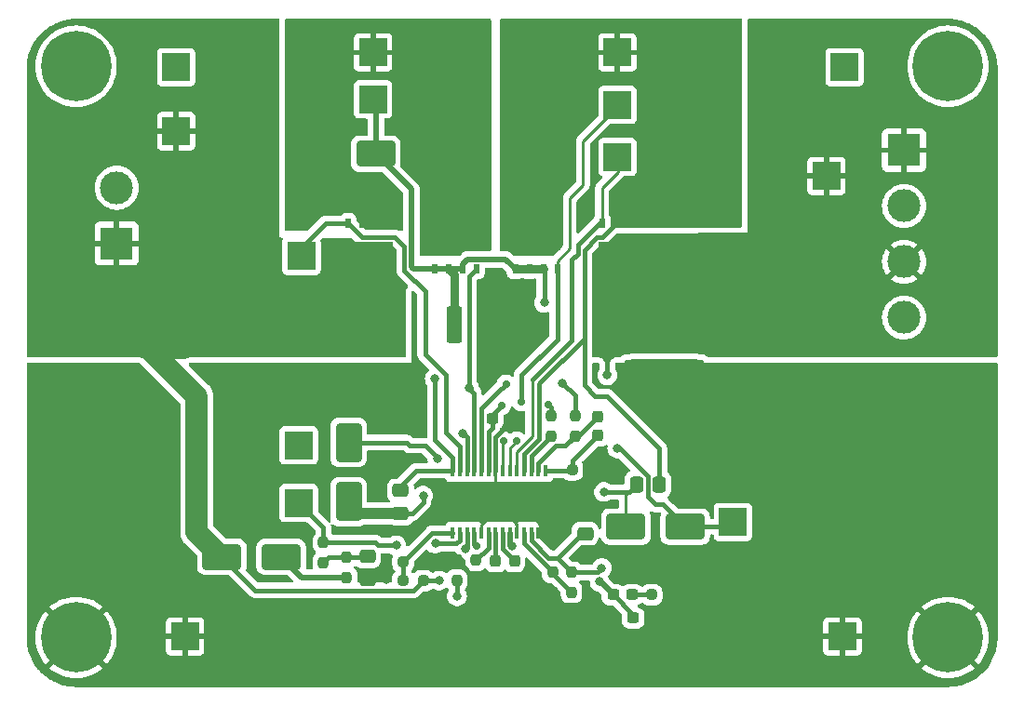
<source format=gtl>
G04 #@! TF.GenerationSoftware,KiCad,Pcbnew,7.0.8*
G04 #@! TF.CreationDate,2023-11-17T17:21:29+01:00*
G04 #@! TF.ProjectId,universal12Vsupply,756e6976-6572-4736-916c-313256737570,rev?*
G04 #@! TF.SameCoordinates,Original*
G04 #@! TF.FileFunction,Copper,L1,Top*
G04 #@! TF.FilePolarity,Positive*
%FSLAX46Y46*%
G04 Gerber Fmt 4.6, Leading zero omitted, Abs format (unit mm)*
G04 Created by KiCad (PCBNEW 7.0.8) date 2023-11-17 17:21:29*
%MOMM*%
%LPD*%
G01*
G04 APERTURE LIST*
G04 Aperture macros list*
%AMRoundRect*
0 Rectangle with rounded corners*
0 $1 Rounding radius*
0 $2 $3 $4 $5 $6 $7 $8 $9 X,Y pos of 4 corners*
0 Add a 4 corners polygon primitive as box body*
4,1,4,$2,$3,$4,$5,$6,$7,$8,$9,$2,$3,0*
0 Add four circle primitives for the rounded corners*
1,1,$1+$1,$2,$3*
1,1,$1+$1,$4,$5*
1,1,$1+$1,$6,$7*
1,1,$1+$1,$8,$9*
0 Add four rect primitives between the rounded corners*
20,1,$1+$1,$2,$3,$4,$5,0*
20,1,$1+$1,$4,$5,$6,$7,0*
20,1,$1+$1,$6,$7,$8,$9,0*
20,1,$1+$1,$8,$9,$2,$3,0*%
G04 Aperture macros list end*
G04 #@! TA.AperFunction,ComponentPad*
%ADD10R,2.500000X2.500000*%
G04 #@! TD*
G04 #@! TA.AperFunction,SMDPad,CuDef*
%ADD11RoundRect,0.250000X0.475000X-0.337500X0.475000X0.337500X-0.475000X0.337500X-0.475000X-0.337500X0*%
G04 #@! TD*
G04 #@! TA.AperFunction,SMDPad,CuDef*
%ADD12RoundRect,0.237500X-0.300000X-0.237500X0.300000X-0.237500X0.300000X0.237500X-0.300000X0.237500X0*%
G04 #@! TD*
G04 #@! TA.AperFunction,ComponentPad*
%ADD13C,0.800000*%
G04 #@! TD*
G04 #@! TA.AperFunction,ComponentPad*
%ADD14C,6.400000*%
G04 #@! TD*
G04 #@! TA.AperFunction,SMDPad,CuDef*
%ADD15RoundRect,0.250000X0.900000X-1.500000X0.900000X1.500000X-0.900000X1.500000X-0.900000X-1.500000X0*%
G04 #@! TD*
G04 #@! TA.AperFunction,SMDPad,CuDef*
%ADD16RoundRect,0.237500X-0.237500X0.250000X-0.237500X-0.250000X0.237500X-0.250000X0.237500X0.250000X0*%
G04 #@! TD*
G04 #@! TA.AperFunction,SMDPad,CuDef*
%ADD17R,0.400000X1.100000*%
G04 #@! TD*
G04 #@! TA.AperFunction,ComponentPad*
%ADD18C,0.600000*%
G04 #@! TD*
G04 #@! TA.AperFunction,SMDPad,CuDef*
%ADD19R,9.500000X3.400000*%
G04 #@! TD*
G04 #@! TA.AperFunction,SMDPad,CuDef*
%ADD20RoundRect,0.250000X-1.500000X-0.900000X1.500000X-0.900000X1.500000X0.900000X-1.500000X0.900000X0*%
G04 #@! TD*
G04 #@! TA.AperFunction,SMDPad,CuDef*
%ADD21RoundRect,0.250000X-0.650000X0.412500X-0.650000X-0.412500X0.650000X-0.412500X0.650000X0.412500X0*%
G04 #@! TD*
G04 #@! TA.AperFunction,SMDPad,CuDef*
%ADD22RoundRect,0.237500X0.237500X-0.250000X0.237500X0.250000X-0.237500X0.250000X-0.237500X-0.250000X0*%
G04 #@! TD*
G04 #@! TA.AperFunction,SMDPad,CuDef*
%ADD23RoundRect,0.237500X-0.250000X-0.237500X0.250000X-0.237500X0.250000X0.237500X-0.250000X0.237500X0*%
G04 #@! TD*
G04 #@! TA.AperFunction,SMDPad,CuDef*
%ADD24RoundRect,0.237500X0.250000X0.237500X-0.250000X0.237500X-0.250000X-0.237500X0.250000X-0.237500X0*%
G04 #@! TD*
G04 #@! TA.AperFunction,SMDPad,CuDef*
%ADD25RoundRect,0.250000X-1.000000X1.950000X-1.000000X-1.950000X1.000000X-1.950000X1.000000X1.950000X0*%
G04 #@! TD*
G04 #@! TA.AperFunction,SMDPad,CuDef*
%ADD26RoundRect,0.249999X-0.450001X-1.425001X0.450001X-1.425001X0.450001X1.425001X-0.450001X1.425001X0*%
G04 #@! TD*
G04 #@! TA.AperFunction,SMDPad,CuDef*
%ADD27RoundRect,0.237500X-0.237500X0.300000X-0.237500X-0.300000X0.237500X-0.300000X0.237500X0.300000X0*%
G04 #@! TD*
G04 #@! TA.AperFunction,SMDPad,CuDef*
%ADD28R,0.500000X0.850000*%
G04 #@! TD*
G04 #@! TA.AperFunction,SMDPad,CuDef*
%ADD29R,4.410000X4.550000*%
G04 #@! TD*
G04 #@! TA.AperFunction,SMDPad,CuDef*
%ADD30RoundRect,0.250000X1.500000X0.900000X-1.500000X0.900000X-1.500000X-0.900000X1.500000X-0.900000X0*%
G04 #@! TD*
G04 #@! TA.AperFunction,SMDPad,CuDef*
%ADD31R,4.977000X9.000000*%
G04 #@! TD*
G04 #@! TA.AperFunction,SMDPad,CuDef*
%ADD32RoundRect,0.250000X-0.337500X-0.475000X0.337500X-0.475000X0.337500X0.475000X-0.337500X0.475000X0*%
G04 #@! TD*
G04 #@! TA.AperFunction,SMDPad,CuDef*
%ADD33RoundRect,0.250000X-0.700000X1.950000X-0.700000X-1.950000X0.700000X-1.950000X0.700000X1.950000X0*%
G04 #@! TD*
G04 #@! TA.AperFunction,ComponentPad*
%ADD34R,3.000000X3.000000*%
G04 #@! TD*
G04 #@! TA.AperFunction,ComponentPad*
%ADD35C,3.000000*%
G04 #@! TD*
G04 #@! TA.AperFunction,SMDPad,CuDef*
%ADD36RoundRect,0.250000X-0.475000X0.337500X-0.475000X-0.337500X0.475000X-0.337500X0.475000X0.337500X0*%
G04 #@! TD*
G04 #@! TA.AperFunction,SMDPad,CuDef*
%ADD37RoundRect,0.250000X-0.550000X1.250000X-0.550000X-1.250000X0.550000X-1.250000X0.550000X1.250000X0*%
G04 #@! TD*
G04 #@! TA.AperFunction,ViaPad*
%ADD38C,0.800000*%
G04 #@! TD*
G04 #@! TA.AperFunction,ViaPad*
%ADD39C,0.700000*%
G04 #@! TD*
G04 #@! TA.AperFunction,Conductor*
%ADD40C,0.400000*%
G04 #@! TD*
G04 #@! TA.AperFunction,Conductor*
%ADD41C,1.000000*%
G04 #@! TD*
G04 #@! TA.AperFunction,Conductor*
%ADD42C,0.500000*%
G04 #@! TD*
G04 #@! TA.AperFunction,Conductor*
%ADD43C,0.250000*%
G04 #@! TD*
G04 #@! TA.AperFunction,Conductor*
%ADD44C,1.500000*%
G04 #@! TD*
G04 #@! TA.AperFunction,Conductor*
%ADD45C,2.000000*%
G04 #@! TD*
G04 #@! TA.AperFunction,Conductor*
%ADD46C,0.750000*%
G04 #@! TD*
G04 APERTURE END LIST*
D10*
X133400000Y-26600000D03*
D11*
X93000000Y-67192700D03*
X93000000Y-65117700D03*
D12*
X112337500Y-74600000D03*
X114062500Y-74600000D03*
D13*
X140402944Y-26500000D03*
X141105888Y-24802944D03*
X141105888Y-28197056D03*
X142802944Y-24100000D03*
D14*
X142802944Y-26500000D03*
D13*
X142802944Y-28900000D03*
X144500000Y-24802944D03*
X144500000Y-28197056D03*
X145202944Y-26500000D03*
D10*
X90500000Y-25250000D03*
D15*
X88292600Y-66137400D03*
X88292600Y-60737400D03*
D16*
X86000000Y-69837500D03*
X86000000Y-71662500D03*
D17*
X97745000Y-69000000D03*
X98395000Y-69000000D03*
X99045000Y-69000000D03*
X99695000Y-69000000D03*
X100345000Y-69000000D03*
X100995000Y-69000000D03*
X101645000Y-69000000D03*
X102295000Y-69000000D03*
X102945000Y-69000000D03*
X103595000Y-69000000D03*
X104245000Y-69000000D03*
X104895000Y-69000000D03*
X105545000Y-69000000D03*
X106195000Y-69000000D03*
X106195000Y-63300000D03*
X105545000Y-63300000D03*
X104895000Y-63300000D03*
X104245000Y-63300000D03*
X103595000Y-63300000D03*
X102945000Y-63300000D03*
X102295000Y-63300000D03*
X101645000Y-63300000D03*
X100995000Y-63300000D03*
X100345000Y-63300000D03*
X99695000Y-63300000D03*
X99045000Y-63300000D03*
X98395000Y-63300000D03*
X97745000Y-63300000D03*
D18*
X97520000Y-67450000D03*
X99300000Y-67450000D03*
X101080000Y-67450000D03*
X102860000Y-67450000D03*
X104640000Y-67450000D03*
X106420000Y-67450000D03*
X97520000Y-66150000D03*
X99300000Y-66150000D03*
X101080000Y-66150000D03*
D19*
X101970000Y-66150000D03*
D18*
X102860000Y-66150000D03*
X104640000Y-66150000D03*
X106420000Y-66150000D03*
X97520000Y-64850000D03*
X99300000Y-64850000D03*
X101080000Y-64850000D03*
X102860000Y-64850000D03*
X104640000Y-64850000D03*
X106420000Y-64850000D03*
D20*
X113500000Y-68400000D03*
X118900000Y-68400000D03*
D21*
X119748600Y-50749700D03*
X119748600Y-53874700D03*
D22*
X88114800Y-73011300D03*
X88114800Y-71186300D03*
D21*
X91200000Y-52037500D03*
X91200000Y-55162500D03*
D10*
X112750000Y-34750000D03*
X84000000Y-43750000D03*
D22*
X108875000Y-60162500D03*
X108875000Y-58337500D03*
D21*
X85600000Y-52000000D03*
X85600000Y-55125000D03*
D10*
X73400000Y-78400000D03*
D23*
X115837500Y-74600000D03*
X117662500Y-74600000D03*
D21*
X116994600Y-50749700D03*
X116994600Y-53874700D03*
D24*
X95070600Y-73318000D03*
X93245600Y-73318000D03*
D25*
X68506000Y-50576000D03*
X68506000Y-58976000D03*
D10*
X83750000Y-61000000D03*
X83750000Y-66250000D03*
D16*
X99850000Y-71462500D03*
X99850000Y-73287500D03*
D10*
X72600000Y-32400000D03*
D16*
X108561800Y-72557900D03*
X108561800Y-74382900D03*
D20*
X85364000Y-34456000D03*
X90764000Y-34456000D03*
D10*
X90500000Y-29500000D03*
D13*
X61100000Y-26500000D03*
X61802944Y-24802944D03*
X61802944Y-28197056D03*
X63500000Y-24100000D03*
D14*
X63500000Y-26500000D03*
D13*
X63500000Y-28900000D03*
X65197056Y-24802944D03*
X65197056Y-28197056D03*
X65900000Y-26500000D03*
D23*
X93247500Y-71590800D03*
X95072500Y-71590800D03*
D26*
X97900000Y-50000000D03*
X104000000Y-50000000D03*
D21*
X114200600Y-50749700D03*
X114200600Y-53874700D03*
X88400000Y-52000000D03*
X88400000Y-55125000D03*
D22*
X106700000Y-60162500D03*
X106700000Y-58337500D03*
D27*
X110924000Y-58383900D03*
X110924000Y-60108900D03*
D28*
X115155000Y-40800000D03*
X113885000Y-40800000D03*
X112615000Y-40800000D03*
X111345000Y-40800000D03*
D29*
X113250000Y-44750000D03*
D30*
X82153400Y-71159000D03*
X76753400Y-71159000D03*
D16*
X106860000Y-72557900D03*
X106860000Y-74382900D03*
D28*
X103445000Y-44950000D03*
X104715000Y-44950000D03*
X105985000Y-44950000D03*
X107255000Y-44950000D03*
D29*
X105350000Y-41000000D03*
D10*
X112750000Y-30000000D03*
X123250000Y-68000000D03*
D22*
X98125000Y-73287500D03*
X98125000Y-71462500D03*
D31*
X97126500Y-30500000D03*
X106373500Y-30500000D03*
D28*
X96095000Y-44950000D03*
X97365000Y-44950000D03*
X98635000Y-44950000D03*
X99905000Y-44950000D03*
D29*
X98000000Y-41000000D03*
D32*
X114483900Y-64555000D03*
X116558900Y-64555000D03*
D10*
X131750000Y-36500000D03*
D33*
X127500000Y-49800000D03*
X127500000Y-58500000D03*
D10*
X133200000Y-78400000D03*
D27*
X101650000Y-71525000D03*
X101650000Y-73250000D03*
D34*
X67200000Y-42640000D03*
D35*
X67200000Y-37560000D03*
D36*
X89994400Y-71112100D03*
X89994400Y-73187100D03*
D11*
X109800000Y-69037500D03*
X109800000Y-66962500D03*
D12*
X114175000Y-76725000D03*
X115900000Y-76725000D03*
D10*
X112750000Y-25250000D03*
D37*
X79174000Y-51052000D03*
X79174000Y-55452000D03*
D23*
X108637500Y-63225000D03*
X110462500Y-63225000D03*
D15*
X119750000Y-44700000D03*
X119750000Y-39300000D03*
D12*
X101337500Y-58600000D03*
X103062500Y-58600000D03*
D13*
X61100000Y-78500000D03*
X61802944Y-76802944D03*
X61802944Y-80197056D03*
X63500000Y-76100000D03*
D14*
X63500000Y-78500000D03*
D13*
X63500000Y-80900000D03*
X65197056Y-76802944D03*
X65197056Y-80197056D03*
X65900000Y-78500000D03*
D34*
X138800000Y-34140000D03*
D35*
X138800000Y-39220000D03*
X138800000Y-44300000D03*
X138800000Y-49380000D03*
D28*
X92055000Y-40800000D03*
X90785000Y-40800000D03*
X89515000Y-40800000D03*
X88245000Y-40800000D03*
D29*
X90150000Y-44750000D03*
D13*
X140402944Y-78500000D03*
X141105888Y-76802944D03*
X141105888Y-80197056D03*
X142802944Y-76100000D03*
D14*
X142802944Y-78500000D03*
D13*
X142802944Y-80900000D03*
X144500000Y-76802944D03*
X144500000Y-80197056D03*
X145202944Y-78500000D03*
D27*
X103375000Y-71525000D03*
X103375000Y-73250000D03*
D10*
X72600000Y-26600000D03*
D38*
X96166600Y-69939800D03*
X92610600Y-70117600D03*
D39*
X120000000Y-81500000D03*
X120000000Y-57500000D03*
X66000000Y-63500000D03*
X138000000Y-57500000D03*
D38*
X118975800Y-74588000D03*
D39*
X60000000Y-75500000D03*
X132000000Y-57500000D03*
X84000000Y-75500000D03*
X138000000Y-63500000D03*
X66000000Y-57500000D03*
X144000000Y-69500000D03*
X132000000Y-69500000D03*
D38*
X93000000Y-55200000D03*
X119748600Y-55624700D03*
D39*
X72000000Y-75500000D03*
X102000000Y-81500000D03*
X96000000Y-75500000D03*
D38*
X110450000Y-64675000D03*
X106860000Y-75832600D03*
D39*
X66000000Y-69500000D03*
X105000000Y-75500000D03*
X72000000Y-81500000D03*
X78000000Y-57500000D03*
X120000000Y-75500000D03*
X78000000Y-81500000D03*
X90000000Y-81500000D03*
X108000000Y-81500000D03*
D38*
X91721600Y-73191000D03*
D39*
X126000000Y-81500000D03*
X126000000Y-63500000D03*
X60000000Y-69500000D03*
X105590000Y-49950000D03*
X84000000Y-81500000D03*
X126000000Y-75500000D03*
X60000000Y-63500000D03*
X78000000Y-63500000D03*
X78000000Y-75500000D03*
X120000000Y-63500000D03*
X138000000Y-69500000D03*
X84000000Y-63500000D03*
X96000000Y-81500000D03*
X132000000Y-63500000D03*
X84000000Y-57500000D03*
X138000000Y-81500000D03*
D38*
X68506000Y-62226000D03*
D39*
X114000000Y-81500000D03*
X72000000Y-63500000D03*
X138000000Y-75500000D03*
X144000000Y-57500000D03*
X132000000Y-75500000D03*
D38*
X96598400Y-71463800D03*
D39*
X132000000Y-81500000D03*
X126000000Y-69500000D03*
X144000000Y-63500000D03*
D38*
X127500000Y-61500000D03*
D39*
X72000000Y-69500000D03*
X60000000Y-57500000D03*
X100750000Y-46500000D03*
X100750000Y-55000000D03*
X90000000Y-75500000D03*
X102600000Y-55400000D03*
D38*
X111305000Y-72175000D03*
X111813000Y-54623600D03*
X112727400Y-61278400D03*
X96369800Y-62167400D03*
D39*
X102200000Y-57400000D03*
X106418800Y-57281200D03*
D38*
X95074400Y-65596400D03*
X98681200Y-59932200D03*
X90775000Y-38600000D03*
X96125000Y-54950000D03*
D39*
X103600000Y-60600000D03*
D38*
X111508200Y-65240800D03*
X98909800Y-70397000D03*
X96522200Y-73318000D03*
X103112232Y-70131568D03*
X111127200Y-73419600D03*
X107749000Y-55309400D03*
X106072600Y-48019600D03*
X99250000Y-55810661D03*
D39*
X104000000Y-57049500D03*
X102400000Y-60600000D03*
D38*
X98147800Y-74740400D03*
D39*
X99900000Y-70200000D03*
D40*
X105545000Y-63300000D02*
X105545000Y-62634314D01*
X108875000Y-60162500D02*
X109145400Y-60162500D01*
X109145400Y-60162500D02*
X110924000Y-58383900D01*
X107129314Y-61050000D02*
X107987500Y-61050000D01*
X105545000Y-62634314D02*
X107129314Y-61050000D01*
X107987500Y-61050000D02*
X108875000Y-60162500D01*
X108637500Y-63225000D02*
X108637500Y-62395400D01*
X108562500Y-63300000D02*
X108637500Y-63225000D01*
X108637500Y-62395400D02*
X110924000Y-60108900D01*
X106195000Y-63300000D02*
X108562500Y-63300000D01*
X86000000Y-69837500D02*
X86000000Y-68500000D01*
X98110686Y-69950000D02*
X96176800Y-69950000D01*
X92610600Y-70117600D02*
X90988900Y-70117600D01*
X98395000Y-69000000D02*
X98395000Y-69665686D01*
X86000000Y-68500000D02*
X83750000Y-66250000D01*
X96176800Y-69950000D02*
X96166600Y-69939800D01*
X90988900Y-70117600D02*
X90708800Y-69837500D01*
X90708800Y-69837500D02*
X86000000Y-69837500D01*
X98395000Y-69665686D02*
X98110686Y-69950000D01*
D41*
X91200000Y-55162500D02*
X92962500Y-55162500D01*
D40*
X103062500Y-58600000D02*
X103062500Y-58827500D01*
D42*
X119748600Y-53874700D02*
X119748600Y-55624700D01*
D43*
X106195000Y-69000000D02*
X105545000Y-69000000D01*
D41*
X68506000Y-58976000D02*
X68506000Y-62226000D01*
D43*
X103595000Y-68185000D02*
X102860000Y-67450000D01*
D41*
X92962500Y-55162500D02*
X93000000Y-55200000D01*
D42*
X91717700Y-73187100D02*
X91721600Y-73191000D01*
D40*
X104000000Y-50000000D02*
X105540000Y-50000000D01*
D43*
X103595000Y-69000000D02*
X103595000Y-68185000D01*
D40*
X117662500Y-74600000D02*
X118963800Y-74600000D01*
X106860000Y-74382900D02*
X106860000Y-75832600D01*
X103062500Y-58827500D02*
X101645000Y-60245000D01*
X99850000Y-73187500D02*
X98125000Y-71462500D01*
X101645000Y-60245000D02*
X101645000Y-63300000D01*
D42*
X127500000Y-58500000D02*
X127500000Y-61500000D01*
D43*
X100345000Y-69000000D02*
X100345000Y-68185000D01*
D40*
X101612500Y-73287500D02*
X101650000Y-73250000D01*
X96599700Y-71462500D02*
X96598400Y-71463800D01*
X110462500Y-63225000D02*
X110462500Y-64662500D01*
X105540000Y-50000000D02*
X105590000Y-49950000D01*
X110462500Y-64662500D02*
X110450000Y-64675000D01*
X99850000Y-73287500D02*
X99850000Y-73187500D01*
D43*
X106195000Y-69000000D02*
X106195000Y-67675000D01*
D44*
X114200600Y-53874700D02*
X119748600Y-53874700D01*
D40*
X96471400Y-71590800D02*
X96598400Y-71463800D01*
X118963800Y-74600000D02*
X118975800Y-74588000D01*
X115900000Y-76362500D02*
X117662500Y-74600000D01*
D43*
X106195000Y-67675000D02*
X106420000Y-67450000D01*
X101645000Y-63300000D02*
X101645000Y-64285000D01*
X100345000Y-68185000D02*
X101080000Y-67450000D01*
D41*
X85637500Y-55162500D02*
X85600000Y-55125000D01*
D43*
X101645000Y-64285000D02*
X101080000Y-64850000D01*
D40*
X115900000Y-76725000D02*
X115900000Y-76362500D01*
X107264500Y-71260600D02*
X109487600Y-69037500D01*
X100345000Y-57655000D02*
X101800000Y-56200000D01*
X104895000Y-69665686D02*
X104895000Y-69000000D01*
X106489914Y-71260600D02*
X104895000Y-69665686D01*
X111813000Y-53137300D02*
X114200600Y-50749700D01*
X101800000Y-56200000D02*
X102600000Y-55400000D01*
X110922100Y-72557900D02*
X111305000Y-72175000D01*
D44*
X114200600Y-50749700D02*
X119748600Y-50749700D01*
D40*
X107264500Y-71260600D02*
X106489914Y-71260600D01*
X100345000Y-63300000D02*
X100345000Y-57655000D01*
X111813000Y-54623600D02*
X111813000Y-53137300D01*
X109487600Y-69037500D02*
X109800000Y-69037500D01*
X108561800Y-72557900D02*
X107264500Y-71260600D01*
X108561800Y-72557900D02*
X110922100Y-72557900D01*
X93855200Y-61020500D02*
X95248300Y-61020500D01*
X115471400Y-63810760D02*
X112939040Y-61278400D01*
X115471400Y-65671400D02*
X116200000Y-66400000D01*
X95248300Y-61020500D02*
X96369800Y-62142000D01*
X96369800Y-62142000D02*
X96369800Y-62167400D01*
X106700000Y-57562400D02*
X106418800Y-57281200D01*
X106700000Y-58337500D02*
X106700000Y-57562400D01*
X112939040Y-61278400D02*
X112727400Y-61278400D01*
X101337500Y-58262500D02*
X102200000Y-57400000D01*
X101337500Y-58600000D02*
X101337500Y-58262500D01*
X122850000Y-68400000D02*
X123250000Y-68000000D01*
X116900000Y-66400000D02*
X118900000Y-68400000D01*
X88292600Y-60737400D02*
X93572100Y-60737400D01*
X88499500Y-60944300D02*
X88292600Y-60737400D01*
X101337500Y-59400000D02*
X101337500Y-58600000D01*
X93572100Y-60737400D02*
X93855200Y-61020500D01*
X100995000Y-59742500D02*
X100995000Y-63300000D01*
X116200000Y-66400000D02*
X116900000Y-66400000D01*
X100995000Y-59742500D02*
X101337500Y-59400000D01*
X115471400Y-63810760D02*
X115471400Y-65671400D01*
X118900000Y-68400000D02*
X122850000Y-68400000D01*
X95099800Y-66155200D02*
X94062300Y-67192700D01*
X99045000Y-60296000D02*
X98681200Y-59932200D01*
X95074400Y-66129800D02*
X95099800Y-66155200D01*
D41*
X89347900Y-67192700D02*
X92890000Y-67192700D01*
D40*
X99045000Y-63300000D02*
X99045000Y-60296000D01*
D41*
X88292600Y-66137400D02*
X89347900Y-67192700D01*
D40*
X95074400Y-65596400D02*
X95074400Y-66129800D01*
X94062300Y-67192700D02*
X93000000Y-67192700D01*
X97745000Y-62145600D02*
X97745000Y-63300000D01*
X96125000Y-54950000D02*
X96125000Y-60525600D01*
X97745000Y-63300000D02*
X94450000Y-63300000D01*
X93000000Y-64750000D02*
X93000000Y-65117700D01*
D43*
X90785000Y-38610000D02*
X90775000Y-38600000D01*
D40*
X96125000Y-60525600D02*
X97745000Y-62145600D01*
X94450000Y-63300000D02*
X93000000Y-64750000D01*
D43*
X102945000Y-61255000D02*
X103600000Y-60600000D01*
X102945000Y-63300000D02*
X102945000Y-61255000D01*
D40*
X113798100Y-65240800D02*
X114483900Y-64555000D01*
D43*
X113500000Y-65538900D02*
X114483900Y-64555000D01*
D40*
X111399000Y-65350000D02*
X111508200Y-65240800D01*
X111508200Y-65240800D02*
X113798100Y-65240800D01*
D43*
X113500000Y-68400000D02*
X113500000Y-65538900D01*
D40*
X104245000Y-63300000D02*
X104245000Y-61755000D01*
X110879314Y-42075000D02*
X109725000Y-43229314D01*
X109725000Y-55558200D02*
X110695400Y-56528600D01*
X112615000Y-40800000D02*
X111340000Y-42075000D01*
X105600000Y-55400000D02*
X105700000Y-55300000D01*
X116558900Y-61299900D02*
X116558900Y-64555000D01*
X109725000Y-51275000D02*
X109725000Y-55558200D01*
X111340000Y-42075000D02*
X110879314Y-42075000D01*
X104245000Y-61755000D02*
X105600000Y-60400000D01*
X109725000Y-43229314D02*
X109725000Y-51275000D01*
X109725000Y-51275000D02*
X105700000Y-55300000D01*
X111787600Y-56528600D02*
X116558900Y-61299900D01*
X110695400Y-56528600D02*
X111787600Y-56528600D01*
X105600000Y-60400000D02*
X105600000Y-55400000D01*
D41*
X85600000Y-52000000D02*
X91162500Y-52000000D01*
D45*
X76753400Y-71159000D02*
X74475000Y-68880600D01*
D40*
X95070600Y-73318000D02*
X94195600Y-74193000D01*
D45*
X74475000Y-68880600D02*
X74475000Y-56545000D01*
D40*
X94195600Y-74193000D02*
X79787400Y-74193000D01*
D45*
X74475000Y-56545000D02*
X68506000Y-50576000D01*
D40*
X79787400Y-74193000D02*
X76753400Y-71159000D01*
X99045000Y-70261800D02*
X98909800Y-70397000D01*
X96522200Y-73318000D02*
X95070600Y-73318000D01*
X99045000Y-69000000D02*
X99045000Y-70261800D01*
D41*
X91162500Y-52000000D02*
X91200000Y-52037500D01*
D42*
X111157100Y-73419600D02*
X112337500Y-74600000D01*
X102945000Y-69000000D02*
X102945000Y-69964336D01*
X102945000Y-69964336D02*
X103112232Y-70131568D01*
D40*
X114175000Y-76437500D02*
X112337500Y-74600000D01*
X114175000Y-76725000D02*
X114175000Y-76437500D01*
D42*
X111127200Y-73419600D02*
X111157100Y-73419600D01*
D40*
X114062500Y-74600000D02*
X115837500Y-74600000D01*
X101645000Y-71520000D02*
X101650000Y-71525000D01*
X101645000Y-69000000D02*
X101645000Y-71520000D01*
X102295000Y-70445000D02*
X103375000Y-71525000D01*
X102295000Y-69000000D02*
X102295000Y-70445000D01*
D42*
X102570000Y-44075000D02*
X103445000Y-44950000D01*
D40*
X106072600Y-45037600D02*
X105985000Y-44950000D01*
D42*
X96095000Y-44950000D02*
X94200000Y-44950000D01*
D40*
X108875000Y-56435400D02*
X107749000Y-55309400D01*
X108875000Y-58337500D02*
X108875000Y-56435400D01*
D42*
X99085000Y-44075000D02*
X102570000Y-44075000D01*
D46*
X97900000Y-45485000D02*
X97365000Y-44950000D01*
X103445000Y-44950000D02*
X105985000Y-44950000D01*
D40*
X106072600Y-48019600D02*
X106072600Y-45037600D01*
D46*
X97900000Y-50000000D02*
X97900000Y-45485000D01*
D42*
X98635000Y-44525000D02*
X99085000Y-44075000D01*
X96095000Y-44950000D02*
X98635000Y-44950000D01*
X90764000Y-29764000D02*
X90500000Y-29500000D01*
X98635000Y-44950000D02*
X98635000Y-44525000D01*
X94200000Y-44950000D02*
X94000000Y-44750000D01*
X94000000Y-37692000D02*
X90764000Y-34456000D01*
X94000000Y-44750000D02*
X94000000Y-37692000D01*
X90764000Y-34456000D02*
X90764000Y-29764000D01*
X88114800Y-73011300D02*
X84005700Y-73011300D01*
X84005700Y-73011300D02*
X82153400Y-71159000D01*
D40*
X92520686Y-42075000D02*
X93350000Y-42904314D01*
X97106400Y-54606400D02*
X95250000Y-52750000D01*
X98395000Y-61119200D02*
X97106400Y-59830600D01*
X86200000Y-40800000D02*
X84000000Y-43000000D01*
X88245000Y-40800000D02*
X89520000Y-42075000D01*
X97106400Y-59830600D02*
X97106400Y-54606400D01*
X98395000Y-63300000D02*
X98395000Y-61119200D01*
X84000000Y-43000000D02*
X84000000Y-43750000D01*
X88245000Y-40800000D02*
X86200000Y-40800000D01*
X95250000Y-47000000D02*
X95250000Y-52750000D01*
X89520000Y-42075000D02*
X92520686Y-42075000D01*
X93350000Y-42904314D02*
X93350000Y-45100000D01*
X93350000Y-45100000D02*
X95250000Y-47000000D01*
D43*
X112800000Y-34700000D02*
X112800000Y-36100000D01*
D40*
X105012500Y-55012500D02*
X108600000Y-51425000D01*
X108600000Y-44100000D02*
X109125000Y-43575000D01*
X111095000Y-40800000D02*
X111345000Y-40800000D01*
X109125000Y-43575000D02*
X109125000Y-42770000D01*
D43*
X112800000Y-36100000D02*
X111345000Y-37555000D01*
X103595000Y-63300000D02*
X103595000Y-61605000D01*
D40*
X109125000Y-42770000D02*
X111095000Y-40800000D01*
X108600000Y-51425000D02*
X108600000Y-44100000D01*
D43*
X103595000Y-61605000D02*
X105000000Y-60200000D01*
X111345000Y-37555000D02*
X111345000Y-40800000D01*
X105000000Y-60200000D02*
X105000000Y-55025000D01*
D40*
X99695000Y-63300000D02*
X99695000Y-56250000D01*
X99689339Y-56250000D02*
X99250000Y-55810661D01*
X99250000Y-55810661D02*
X99250000Y-45605000D01*
X99250000Y-45605000D02*
X99905000Y-44950000D01*
X99695000Y-56250000D02*
X99689339Y-56250000D01*
D43*
X109600000Y-37300000D02*
X109600000Y-33300000D01*
D40*
X104000000Y-54625000D02*
X104000000Y-57000000D01*
D43*
X109600000Y-33300000D02*
X112800000Y-30100000D01*
D40*
X107255000Y-51370000D02*
X107255000Y-44950000D01*
D43*
X102295000Y-60705000D02*
X102400000Y-60600000D01*
X107255000Y-44950000D02*
X107255000Y-44245000D01*
X108400000Y-43100000D02*
X108400000Y-38500000D01*
D40*
X107255000Y-51370000D02*
X104000000Y-54625000D01*
D43*
X107255000Y-44245000D02*
X108400000Y-43100000D01*
X102295000Y-63300000D02*
X102295000Y-60705000D01*
X108400000Y-38500000D02*
X109600000Y-37300000D01*
D40*
X93245600Y-73318000D02*
X93245600Y-71592700D01*
X95838300Y-69000000D02*
X93247500Y-71590800D01*
X97745000Y-69000000D02*
X95838300Y-69000000D01*
X93245600Y-71592700D02*
X93247500Y-71590800D01*
X106860000Y-72681100D02*
X108561800Y-74382900D01*
X106860000Y-72557900D02*
X106860000Y-72681100D01*
X104245000Y-69000000D02*
X104245000Y-69942900D01*
X104245000Y-69942900D02*
X106860000Y-72557900D01*
X99695000Y-69995000D02*
X99900000Y-70200000D01*
X98125000Y-74717600D02*
X98147800Y-74740400D01*
X98125000Y-73287500D02*
X98125000Y-74717600D01*
X99695000Y-69000000D02*
X99695000Y-69793594D01*
X99695000Y-69793594D02*
X99695000Y-69995000D01*
X104895000Y-63300000D02*
X104895000Y-61967500D01*
X104895000Y-61967500D02*
X106700000Y-60162500D01*
X100995000Y-70317500D02*
X99850000Y-71462500D01*
X100995000Y-69000000D02*
X100995000Y-70317500D01*
X89920200Y-71186300D02*
X89994400Y-71112100D01*
X88114800Y-71186300D02*
X86476200Y-71186300D01*
X88114800Y-71186300D02*
X89920200Y-71186300D01*
X86476200Y-71186300D02*
X86000000Y-71662500D01*
G04 #@! TA.AperFunction,Conductor*
G36*
X143012814Y-22190986D02*
G01*
X143213508Y-22200267D01*
X143218711Y-22200728D01*
X143419448Y-22227156D01*
X143614077Y-22254306D01*
X143618901Y-22255176D01*
X143817700Y-22299249D01*
X144008144Y-22344042D01*
X144012545Y-22345252D01*
X144207257Y-22406645D01*
X144392527Y-22468741D01*
X144396530Y-22470239D01*
X144585467Y-22548499D01*
X144764168Y-22627405D01*
X144767731Y-22629116D01*
X144949326Y-22723649D01*
X145120070Y-22818753D01*
X145123162Y-22820596D01*
X145220624Y-22882687D01*
X145296049Y-22930738D01*
X145457296Y-23041195D01*
X145460002Y-23043157D01*
X145622792Y-23168072D01*
X145712520Y-23242580D01*
X145773259Y-23293017D01*
X145775489Y-23294963D01*
X145926933Y-23433736D01*
X146066263Y-23573066D01*
X146205031Y-23724504D01*
X146206987Y-23726746D01*
X146239829Y-23766296D01*
X146331927Y-23877207D01*
X146456841Y-24039996D01*
X146458803Y-24042702D01*
X146569261Y-24203950D01*
X146679391Y-24376819D01*
X146681258Y-24379949D01*
X146776343Y-24550659D01*
X146870873Y-24732250D01*
X146872596Y-24735835D01*
X146951507Y-24914549D01*
X147029753Y-25103453D01*
X147031259Y-25107477D01*
X147093355Y-25292743D01*
X147154740Y-25487432D01*
X147155963Y-25491882D01*
X147200757Y-25682332D01*
X147244819Y-25881080D01*
X147245694Y-25885935D01*
X147272842Y-26080542D01*
X147299267Y-26281260D01*
X147299731Y-26286491D01*
X147309026Y-26487503D01*
X147317519Y-26681981D01*
X147317519Y-52870500D01*
X147297834Y-52937539D01*
X147245030Y-52983294D01*
X147193519Y-52994500D01*
X121043631Y-52994500D01*
X120976592Y-52974815D01*
X120955950Y-52958182D01*
X120919779Y-52922011D01*
X120867256Y-52869488D01*
X120717934Y-52777386D01*
X120551397Y-52722201D01*
X120551395Y-52722200D01*
X120448616Y-52711700D01*
X120448609Y-52711700D01*
X120231175Y-52711700D01*
X120187605Y-52703793D01*
X120151234Y-52690142D01*
X120082623Y-52664392D01*
X119861150Y-52624200D01*
X119861147Y-52624200D01*
X114144445Y-52624200D01*
X114105999Y-52627660D01*
X113976413Y-52639322D01*
X113976407Y-52639323D01*
X113759434Y-52699205D01*
X113759427Y-52699208D01*
X113758973Y-52699427D01*
X113758645Y-52699501D01*
X113754219Y-52701163D01*
X113753993Y-52700563D01*
X113705186Y-52711700D01*
X113500599Y-52711700D01*
X113500580Y-52711701D01*
X113397803Y-52722200D01*
X113397800Y-52722201D01*
X113231268Y-52777385D01*
X113231263Y-52777387D01*
X113081945Y-52869487D01*
X112993250Y-52958182D01*
X112931926Y-52991666D01*
X112905569Y-52994500D01*
X112637500Y-52994500D01*
X112637491Y-52994500D01*
X112637490Y-52994501D01*
X112530049Y-53006052D01*
X112530037Y-53006054D01*
X112478527Y-53017260D01*
X112376002Y-53051383D01*
X112375996Y-53051386D01*
X112254962Y-53129171D01*
X112254951Y-53129179D01*
X112202159Y-53174923D01*
X112107933Y-53283664D01*
X112107930Y-53283668D01*
X112048164Y-53414534D01*
X112028478Y-53481575D01*
X112028476Y-53481580D01*
X112019415Y-53544607D01*
X112008002Y-53623990D01*
X112008000Y-53624001D01*
X112008000Y-54018431D01*
X112008827Y-54038862D01*
X112011272Y-54069024D01*
X112016218Y-54109596D01*
X112059364Y-54246854D01*
X112067950Y-54264747D01*
X112068023Y-54265200D01*
X112087141Y-54304780D01*
X112087989Y-54309897D01*
X112096419Y-54324498D01*
X112098624Y-54328678D01*
X112101504Y-54334681D01*
X112107072Y-54342949D01*
X112169319Y-54450764D01*
X112179863Y-54474446D01*
X112189157Y-54503050D01*
X112191152Y-54572891D01*
X112155072Y-54632724D01*
X112092371Y-54663552D01*
X112071390Y-54665368D01*
X111554712Y-54666053D01*
X111487647Y-54646457D01*
X111441822Y-54593714D01*
X111431787Y-54524569D01*
X111436614Y-54503745D01*
X111446135Y-54474442D01*
X111456669Y-54450779D01*
X111503300Y-54370012D01*
X111506211Y-54365446D01*
X111518067Y-54348544D01*
X111577838Y-54217667D01*
X111597523Y-54150628D01*
X111597524Y-54150624D01*
X111618000Y-54008208D01*
X111618000Y-53624000D01*
X111606447Y-53516544D01*
X111595241Y-53465033D01*
X111582935Y-53428060D01*
X111561116Y-53362502D01*
X111561113Y-53362496D01*
X111483328Y-53241462D01*
X111483325Y-53241457D01*
X111466286Y-53221793D01*
X111437576Y-53188659D01*
X111437572Y-53188656D01*
X111437570Y-53188653D01*
X111328836Y-53094433D01*
X111328833Y-53094431D01*
X111328831Y-53094430D01*
X111197965Y-53034664D01*
X111197960Y-53034662D01*
X111197959Y-53034662D01*
X111170803Y-53026688D01*
X111130925Y-53014978D01*
X111130919Y-53014976D01*
X111045466Y-53002690D01*
X110988500Y-52994500D01*
X110549500Y-52994500D01*
X110482461Y-52974815D01*
X110436706Y-52922011D01*
X110425500Y-52870500D01*
X110425500Y-51349927D01*
X110427531Y-51327575D01*
X110429358Y-51317606D01*
X110425613Y-51255696D01*
X110425500Y-51251951D01*
X110425500Y-49380001D01*
X136794390Y-49380001D01*
X136814804Y-49665433D01*
X136875628Y-49945037D01*
X136975635Y-50213166D01*
X137112770Y-50464309D01*
X137112775Y-50464317D01*
X137284254Y-50693387D01*
X137284270Y-50693405D01*
X137486594Y-50895729D01*
X137486612Y-50895745D01*
X137715682Y-51067224D01*
X137715690Y-51067229D01*
X137966833Y-51204364D01*
X137966832Y-51204364D01*
X137966836Y-51204365D01*
X137966839Y-51204367D01*
X138234954Y-51304369D01*
X138234960Y-51304370D01*
X138234962Y-51304371D01*
X138514566Y-51365195D01*
X138514568Y-51365195D01*
X138514572Y-51365196D01*
X138768220Y-51383337D01*
X138799999Y-51385610D01*
X138800000Y-51385610D01*
X138800001Y-51385610D01*
X138828595Y-51383564D01*
X139085428Y-51365196D01*
X139258370Y-51327575D01*
X139365037Y-51304371D01*
X139365037Y-51304370D01*
X139365046Y-51304369D01*
X139633161Y-51204367D01*
X139884315Y-51067226D01*
X140113395Y-50895739D01*
X140315739Y-50693395D01*
X140487226Y-50464315D01*
X140624367Y-50213161D01*
X140724369Y-49945046D01*
X140785196Y-49665428D01*
X140805610Y-49380000D01*
X140785196Y-49094572D01*
X140724369Y-48814954D01*
X140624367Y-48546839D01*
X140487226Y-48295685D01*
X140487224Y-48295682D01*
X140315745Y-48066612D01*
X140315729Y-48066594D01*
X140113405Y-47864270D01*
X140113387Y-47864254D01*
X139884317Y-47692775D01*
X139884309Y-47692770D01*
X139633166Y-47555635D01*
X139633167Y-47555635D01*
X139525915Y-47515632D01*
X139365046Y-47455631D01*
X139365043Y-47455630D01*
X139365037Y-47455628D01*
X139085433Y-47394804D01*
X138800001Y-47374390D01*
X138799999Y-47374390D01*
X138514566Y-47394804D01*
X138234962Y-47455628D01*
X137966833Y-47555635D01*
X137715690Y-47692770D01*
X137715682Y-47692775D01*
X137486612Y-47864254D01*
X137486594Y-47864270D01*
X137284270Y-48066594D01*
X137284254Y-48066612D01*
X137112775Y-48295682D01*
X137112770Y-48295690D01*
X136975635Y-48546833D01*
X136875628Y-48814962D01*
X136814804Y-49094566D01*
X136794390Y-49379998D01*
X136794390Y-49380001D01*
X110425500Y-49380001D01*
X110425500Y-44300001D01*
X136794891Y-44300001D01*
X136815300Y-44585362D01*
X136876109Y-44864895D01*
X136976091Y-45132958D01*
X137113191Y-45384038D01*
X137113196Y-45384046D01*
X137219882Y-45526561D01*
X137219883Y-45526562D01*
X138115195Y-44631250D01*
X138137340Y-44682587D01*
X138243433Y-44825094D01*
X138379530Y-44939294D01*
X138469216Y-44984335D01*
X137573436Y-45880115D01*
X137715960Y-45986807D01*
X137715961Y-45986808D01*
X137967042Y-46123908D01*
X137967041Y-46123908D01*
X138235104Y-46223890D01*
X138514637Y-46284699D01*
X138799999Y-46305109D01*
X138800001Y-46305109D01*
X139085362Y-46284699D01*
X139364895Y-46223890D01*
X139632958Y-46123908D01*
X139884047Y-45986803D01*
X140026561Y-45880116D01*
X140026562Y-45880115D01*
X139133748Y-44987300D01*
X139143409Y-44983784D01*
X139291844Y-44886157D01*
X139413764Y-44756930D01*
X139485768Y-44632215D01*
X140380115Y-45526562D01*
X140380116Y-45526561D01*
X140486803Y-45384047D01*
X140623908Y-45132958D01*
X140723890Y-44864895D01*
X140784699Y-44585362D01*
X140805109Y-44300001D01*
X140805109Y-44299998D01*
X140784699Y-44014637D01*
X140723890Y-43735104D01*
X140623908Y-43467041D01*
X140486808Y-43215961D01*
X140486807Y-43215960D01*
X140380115Y-43073436D01*
X139484803Y-43968747D01*
X139462660Y-43917413D01*
X139356567Y-43774906D01*
X139220470Y-43660706D01*
X139130782Y-43615663D01*
X140026562Y-42719883D01*
X140026561Y-42719882D01*
X139884046Y-42613196D01*
X139884038Y-42613191D01*
X139632957Y-42476091D01*
X139632958Y-42476091D01*
X139364895Y-42376109D01*
X139085362Y-42315300D01*
X138800001Y-42294891D01*
X138799999Y-42294891D01*
X138514637Y-42315300D01*
X138235104Y-42376109D01*
X137967041Y-42476091D01*
X137715961Y-42613191D01*
X137715953Y-42613196D01*
X137573437Y-42719882D01*
X137573436Y-42719883D01*
X138466252Y-43612699D01*
X138456591Y-43616216D01*
X138308156Y-43713843D01*
X138186236Y-43843070D01*
X138114231Y-43967784D01*
X137219883Y-43073436D01*
X137219882Y-43073437D01*
X137113196Y-43215953D01*
X137113191Y-43215961D01*
X136976091Y-43467041D01*
X136876109Y-43735104D01*
X136815300Y-44014637D01*
X136794891Y-44299998D01*
X136794891Y-44300001D01*
X110425500Y-44300001D01*
X110425500Y-43570832D01*
X110445185Y-43503793D01*
X110461819Y-43483151D01*
X111133151Y-42811819D01*
X111194474Y-42778334D01*
X111220832Y-42775500D01*
X111316952Y-42775500D01*
X111320697Y-42775613D01*
X111328042Y-42776057D01*
X111382606Y-42779358D01*
X111420314Y-42772447D01*
X111443621Y-42768177D01*
X111447325Y-42767613D01*
X111465170Y-42765446D01*
X111508872Y-42760140D01*
X111518335Y-42756550D01*
X111539961Y-42750522D01*
X111540893Y-42750351D01*
X111549932Y-42748695D01*
X111606512Y-42723229D01*
X111609942Y-42721809D01*
X111667930Y-42699818D01*
X111676266Y-42694062D01*
X111695821Y-42683034D01*
X111705057Y-42678878D01*
X111753896Y-42640613D01*
X111756876Y-42638421D01*
X111807929Y-42603183D01*
X111849065Y-42556748D01*
X111851599Y-42554056D01*
X112643838Y-41761818D01*
X112705161Y-41728333D01*
X112731519Y-41725499D01*
X112912871Y-41725499D01*
X112912872Y-41725499D01*
X112972483Y-41719091D01*
X112972485Y-41719090D01*
X112980198Y-41718261D01*
X112980265Y-41718885D01*
X112994513Y-41717197D01*
X113497214Y-41715446D01*
X113526158Y-41718769D01*
X113527509Y-41719088D01*
X113527517Y-41719091D01*
X113587127Y-41725500D01*
X114182872Y-41725499D01*
X114242483Y-41719091D01*
X114250028Y-41717308D01*
X114250288Y-41718408D01*
X114281516Y-41712714D01*
X114753210Y-41711070D01*
X114789890Y-41717623D01*
X114789965Y-41717307D01*
X114795694Y-41718660D01*
X114796978Y-41718890D01*
X114797517Y-41719091D01*
X114857127Y-41725500D01*
X115452872Y-41725499D01*
X115512483Y-41719091D01*
X115520593Y-41716066D01*
X115563490Y-41708248D01*
X124590600Y-41676800D01*
X124590600Y-39220001D01*
X136794390Y-39220001D01*
X136814804Y-39505433D01*
X136875628Y-39785037D01*
X136875630Y-39785043D01*
X136875631Y-39785046D01*
X136962315Y-40017454D01*
X136975635Y-40053166D01*
X137112770Y-40304309D01*
X137112775Y-40304317D01*
X137284254Y-40533387D01*
X137284270Y-40533405D01*
X137486594Y-40735729D01*
X137486612Y-40735745D01*
X137715682Y-40907224D01*
X137715690Y-40907229D01*
X137966833Y-41044364D01*
X137966832Y-41044364D01*
X137966836Y-41044365D01*
X137966839Y-41044367D01*
X138234954Y-41144369D01*
X138234960Y-41144370D01*
X138234962Y-41144371D01*
X138514566Y-41205195D01*
X138514568Y-41205195D01*
X138514572Y-41205196D01*
X138768220Y-41223337D01*
X138799999Y-41225610D01*
X138800000Y-41225610D01*
X138800001Y-41225610D01*
X138828595Y-41223564D01*
X139085428Y-41205196D01*
X139365046Y-41144369D01*
X139633161Y-41044367D01*
X139884315Y-40907226D01*
X140113395Y-40735739D01*
X140315739Y-40533395D01*
X140487226Y-40304315D01*
X140624367Y-40053161D01*
X140724369Y-39785046D01*
X140785196Y-39505428D01*
X140805610Y-39220000D01*
X140785196Y-38934572D01*
X140724369Y-38654954D01*
X140624367Y-38386839D01*
X140549646Y-38249999D01*
X140487229Y-38135690D01*
X140487224Y-38135682D01*
X140315745Y-37906612D01*
X140315729Y-37906594D01*
X140113405Y-37704270D01*
X140113387Y-37704254D01*
X139884317Y-37532775D01*
X139884309Y-37532770D01*
X139633166Y-37395635D01*
X139633167Y-37395635D01*
X139438178Y-37322908D01*
X139365046Y-37295631D01*
X139365043Y-37295630D01*
X139365037Y-37295628D01*
X139085433Y-37234804D01*
X138800001Y-37214390D01*
X138799999Y-37214390D01*
X138514566Y-37234804D01*
X138234962Y-37295628D01*
X137966833Y-37395635D01*
X137715690Y-37532770D01*
X137715682Y-37532775D01*
X137486612Y-37704254D01*
X137486594Y-37704270D01*
X137284270Y-37906594D01*
X137284254Y-37906612D01*
X137112775Y-38135682D01*
X137112770Y-38135690D01*
X136975635Y-38386833D01*
X136875628Y-38654962D01*
X136814804Y-38934566D01*
X136794390Y-39219998D01*
X136794390Y-39220001D01*
X124590600Y-39220001D01*
X124590600Y-37797844D01*
X130000000Y-37797844D01*
X130006401Y-37857372D01*
X130006403Y-37857379D01*
X130056645Y-37992086D01*
X130056649Y-37992093D01*
X130142809Y-38107187D01*
X130142812Y-38107190D01*
X130257906Y-38193350D01*
X130257913Y-38193354D01*
X130392620Y-38243596D01*
X130392627Y-38243598D01*
X130452155Y-38249999D01*
X130452172Y-38250000D01*
X131500000Y-38250000D01*
X131500000Y-37045881D01*
X131593369Y-37084556D01*
X131710677Y-37100000D01*
X131789323Y-37100000D01*
X131906631Y-37084556D01*
X132000000Y-37045881D01*
X132000000Y-38250000D01*
X133047828Y-38250000D01*
X133047844Y-38249999D01*
X133107372Y-38243598D01*
X133107379Y-38243596D01*
X133242086Y-38193354D01*
X133242093Y-38193350D01*
X133357187Y-38107190D01*
X133357190Y-38107187D01*
X133443350Y-37992093D01*
X133443354Y-37992086D01*
X133493596Y-37857379D01*
X133493598Y-37857372D01*
X133499999Y-37797844D01*
X133500000Y-37797827D01*
X133500000Y-36750000D01*
X132295882Y-36750000D01*
X132334556Y-36656631D01*
X132355177Y-36500000D01*
X132334556Y-36343369D01*
X132295882Y-36250000D01*
X133500000Y-36250000D01*
X133500000Y-35687844D01*
X136800000Y-35687844D01*
X136806401Y-35747372D01*
X136806403Y-35747379D01*
X136856645Y-35882086D01*
X136856649Y-35882093D01*
X136942809Y-35997187D01*
X136942812Y-35997190D01*
X137057906Y-36083350D01*
X137057913Y-36083354D01*
X137192620Y-36133596D01*
X137192627Y-36133598D01*
X137252155Y-36139999D01*
X137252172Y-36140000D01*
X138550000Y-36140000D01*
X138550000Y-34861802D01*
X138711169Y-34900000D01*
X138844267Y-34900000D01*
X138976461Y-34884549D01*
X139050000Y-34857782D01*
X139050000Y-36140000D01*
X140347828Y-36140000D01*
X140347844Y-36139999D01*
X140407372Y-36133598D01*
X140407379Y-36133596D01*
X140542086Y-36083354D01*
X140542093Y-36083350D01*
X140657187Y-35997190D01*
X140657190Y-35997187D01*
X140743350Y-35882093D01*
X140743354Y-35882086D01*
X140793596Y-35747379D01*
X140793598Y-35747372D01*
X140799999Y-35687844D01*
X140800000Y-35687827D01*
X140800000Y-34390000D01*
X139518483Y-34390000D01*
X139553549Y-34272871D01*
X139563879Y-34095509D01*
X139533029Y-33920546D01*
X139519853Y-33890000D01*
X140800000Y-33890000D01*
X140800000Y-32592172D01*
X140799999Y-32592155D01*
X140793598Y-32532627D01*
X140793596Y-32532620D01*
X140743354Y-32397913D01*
X140743350Y-32397906D01*
X140657190Y-32282812D01*
X140657187Y-32282809D01*
X140542093Y-32196649D01*
X140542086Y-32196645D01*
X140407379Y-32146403D01*
X140407372Y-32146401D01*
X140347844Y-32140000D01*
X139050000Y-32140000D01*
X139050000Y-33418197D01*
X138888831Y-33380000D01*
X138755733Y-33380000D01*
X138623539Y-33395451D01*
X138550000Y-33422217D01*
X138550000Y-32140000D01*
X137252155Y-32140000D01*
X137192627Y-32146401D01*
X137192620Y-32146403D01*
X137057913Y-32196645D01*
X137057906Y-32196649D01*
X136942812Y-32282809D01*
X136942809Y-32282812D01*
X136856649Y-32397906D01*
X136856645Y-32397913D01*
X136806403Y-32532620D01*
X136806401Y-32532627D01*
X136800000Y-32592155D01*
X136800000Y-33890000D01*
X138081517Y-33890000D01*
X138046451Y-34007129D01*
X138036121Y-34184491D01*
X138066971Y-34359454D01*
X138080147Y-34390000D01*
X136800000Y-34390000D01*
X136800000Y-35687844D01*
X133500000Y-35687844D01*
X133500000Y-35202172D01*
X133499999Y-35202155D01*
X133493598Y-35142627D01*
X133493596Y-35142620D01*
X133443354Y-35007913D01*
X133443350Y-35007906D01*
X133357190Y-34892812D01*
X133357187Y-34892809D01*
X133242093Y-34806649D01*
X133242086Y-34806645D01*
X133107379Y-34756403D01*
X133107372Y-34756401D01*
X133047844Y-34750000D01*
X132000000Y-34750000D01*
X132000000Y-35954118D01*
X131906631Y-35915444D01*
X131789323Y-35900000D01*
X131710677Y-35900000D01*
X131593369Y-35915444D01*
X131500000Y-35954118D01*
X131500000Y-34750000D01*
X130452155Y-34750000D01*
X130392627Y-34756401D01*
X130392620Y-34756403D01*
X130257913Y-34806645D01*
X130257906Y-34806649D01*
X130142812Y-34892809D01*
X130142809Y-34892812D01*
X130056649Y-35007906D01*
X130056645Y-35007913D01*
X130006403Y-35142620D01*
X130006401Y-35142627D01*
X130000000Y-35202155D01*
X130000000Y-36250000D01*
X131204118Y-36250000D01*
X131165444Y-36343369D01*
X131144823Y-36500000D01*
X131165444Y-36656631D01*
X131204118Y-36750000D01*
X130000000Y-36750000D01*
X130000000Y-37797844D01*
X124590600Y-37797844D01*
X124590600Y-27897870D01*
X131649500Y-27897870D01*
X131649501Y-27897876D01*
X131655908Y-27957483D01*
X131706202Y-28092328D01*
X131706206Y-28092335D01*
X131792452Y-28207544D01*
X131792455Y-28207547D01*
X131907664Y-28293793D01*
X131907671Y-28293797D01*
X132042517Y-28344091D01*
X132042516Y-28344091D01*
X132049444Y-28344835D01*
X132102127Y-28350500D01*
X134697872Y-28350499D01*
X134757483Y-28344091D01*
X134892331Y-28293796D01*
X135007546Y-28207546D01*
X135093796Y-28092331D01*
X135144091Y-27957483D01*
X135150500Y-27897873D01*
X135150499Y-26500000D01*
X139097366Y-26500000D01*
X139117666Y-26887339D01*
X139178341Y-27270427D01*
X139178341Y-27270429D01*
X139278732Y-27645094D01*
X139417731Y-28007197D01*
X139593821Y-28352793D01*
X139805066Y-28678082D01*
X139824538Y-28702128D01*
X140049163Y-28979516D01*
X140323428Y-29253781D01*
X140323432Y-29253784D01*
X140624861Y-29497877D01*
X140950150Y-29709122D01*
X140950155Y-29709125D01*
X141295750Y-29885214D01*
X141657857Y-30024214D01*
X142032511Y-30124602D01*
X142415606Y-30185278D01*
X142781520Y-30204455D01*
X142802943Y-30205578D01*
X142802944Y-30205578D01*
X142802945Y-30205578D01*
X142823245Y-30204514D01*
X143190282Y-30185278D01*
X143573377Y-30124602D01*
X143948031Y-30024214D01*
X144310138Y-29885214D01*
X144655733Y-29709125D01*
X144981028Y-29497876D01*
X145282460Y-29253781D01*
X145556725Y-28979516D01*
X145800820Y-28678084D01*
X146012069Y-28352789D01*
X146188158Y-28007194D01*
X146327158Y-27645087D01*
X146427546Y-27270433D01*
X146488222Y-26887338D01*
X146508522Y-26500000D01*
X146488222Y-26112662D01*
X146427546Y-25729567D01*
X146327158Y-25354913D01*
X146188158Y-24992806D01*
X146012069Y-24647211D01*
X145982647Y-24601905D01*
X145800821Y-24321917D01*
X145574717Y-24042702D01*
X145556725Y-24020484D01*
X145282460Y-23746219D01*
X145068634Y-23573066D01*
X144981026Y-23502122D01*
X144655737Y-23290877D01*
X144310141Y-23114787D01*
X143948038Y-22975788D01*
X143948031Y-22975786D01*
X143573377Y-22875398D01*
X143573373Y-22875397D01*
X143573372Y-22875397D01*
X143190283Y-22814722D01*
X142802945Y-22794422D01*
X142802943Y-22794422D01*
X142415604Y-22814722D01*
X142032516Y-22875397D01*
X142032514Y-22875397D01*
X141657849Y-22975788D01*
X141295746Y-23114787D01*
X140950150Y-23290877D01*
X140624861Y-23502122D01*
X140323432Y-23746215D01*
X140323424Y-23746222D01*
X140049166Y-24020480D01*
X140049159Y-24020488D01*
X139805066Y-24321917D01*
X139593821Y-24647206D01*
X139417731Y-24992802D01*
X139278732Y-25354905D01*
X139178341Y-25729570D01*
X139178341Y-25729572D01*
X139117666Y-26112660D01*
X139097366Y-26499999D01*
X139097366Y-26500000D01*
X135150499Y-26500000D01*
X135150499Y-25302128D01*
X135144091Y-25242517D01*
X135106997Y-25143064D01*
X135093797Y-25107671D01*
X135093793Y-25107664D01*
X135007547Y-24992455D01*
X135007544Y-24992452D01*
X134892335Y-24906206D01*
X134892328Y-24906202D01*
X134757482Y-24855908D01*
X134757483Y-24855908D01*
X134697883Y-24849501D01*
X134697881Y-24849500D01*
X134697873Y-24849500D01*
X134697864Y-24849500D01*
X132102129Y-24849500D01*
X132102123Y-24849501D01*
X132042516Y-24855908D01*
X131907671Y-24906202D01*
X131907664Y-24906206D01*
X131792455Y-24992452D01*
X131792452Y-24992455D01*
X131706206Y-25107664D01*
X131706202Y-25107671D01*
X131655908Y-25242517D01*
X131650509Y-25292743D01*
X131649501Y-25302123D01*
X131649500Y-25302135D01*
X131649500Y-27897870D01*
X124590600Y-27897870D01*
X124590600Y-22306481D01*
X124610285Y-22239442D01*
X124663089Y-22193687D01*
X124714600Y-22182481D01*
X142817519Y-22182481D01*
X142818019Y-22182481D01*
X143012814Y-22190986D01*
G37*
G04 #@! TD.AperFunction*
G04 #@! TA.AperFunction,Conductor*
G36*
X101193039Y-22202166D02*
G01*
X101238794Y-22254970D01*
X101250000Y-22306481D01*
X101250000Y-43200500D01*
X101230315Y-43267539D01*
X101177511Y-43313294D01*
X101126000Y-43324500D01*
X99148705Y-43324500D01*
X99130735Y-43323191D01*
X99106972Y-43319710D01*
X99061890Y-43323655D01*
X99054933Y-43324264D01*
X99049532Y-43324500D01*
X99041287Y-43324500D01*
X99015222Y-43327546D01*
X99008705Y-43328308D01*
X99003403Y-43328771D01*
X98932201Y-43335001D01*
X98925134Y-43336461D01*
X98925122Y-43336404D01*
X98917753Y-43338038D01*
X98917767Y-43338095D01*
X98910739Y-43339760D01*
X98855536Y-43359852D01*
X98838563Y-43366030D01*
X98765666Y-43390186D01*
X98765664Y-43390186D01*
X98765661Y-43390188D01*
X98759122Y-43393237D01*
X98759097Y-43393185D01*
X98752308Y-43396471D01*
X98752334Y-43396522D01*
X98745884Y-43399761D01*
X98681716Y-43441964D01*
X98616347Y-43482285D01*
X98610677Y-43486769D01*
X98610641Y-43486723D01*
X98604798Y-43491484D01*
X98604835Y-43491528D01*
X98599310Y-43496164D01*
X98546614Y-43552017D01*
X98384950Y-43713681D01*
X98323627Y-43747166D01*
X98297269Y-43750000D01*
X94874500Y-43750000D01*
X94807461Y-43730315D01*
X94761706Y-43677511D01*
X94750500Y-43626000D01*
X94750500Y-37755705D01*
X94751809Y-37737735D01*
X94755289Y-37713974D01*
X94750736Y-37661939D01*
X94750500Y-37656532D01*
X94750500Y-37648296D01*
X94750500Y-37648291D01*
X94746691Y-37615705D01*
X94739998Y-37539203D01*
X94739995Y-37539194D01*
X94738538Y-37532135D01*
X94738598Y-37532122D01*
X94736966Y-37524764D01*
X94736908Y-37524778D01*
X94735241Y-37517747D01*
X94735241Y-37517745D01*
X94708969Y-37445563D01*
X94684814Y-37372666D01*
X94681762Y-37366121D01*
X94681815Y-37366095D01*
X94678531Y-37359311D01*
X94678479Y-37359338D01*
X94675236Y-37352882D01*
X94671167Y-37346696D01*
X94633034Y-37288716D01*
X94592712Y-37223344D01*
X94592710Y-37223342D01*
X94588234Y-37217681D01*
X94588280Y-37217643D01*
X94583519Y-37211799D01*
X94583474Y-37211838D01*
X94578834Y-37206308D01*
X94522982Y-37153613D01*
X93026762Y-35657394D01*
X92993277Y-35596071D01*
X92996737Y-35530709D01*
X93003999Y-35508797D01*
X93014500Y-35406009D01*
X93014499Y-33505992D01*
X93003999Y-33403203D01*
X92948814Y-33236666D01*
X92856712Y-33087344D01*
X92732656Y-32963288D01*
X92583334Y-32871186D01*
X92416797Y-32816001D01*
X92416795Y-32816000D01*
X92314016Y-32805500D01*
X92314009Y-32805500D01*
X91638500Y-32805500D01*
X91571461Y-32785815D01*
X91525706Y-32733011D01*
X91514500Y-32681500D01*
X91514500Y-31374499D01*
X91534185Y-31307460D01*
X91586989Y-31261705D01*
X91638500Y-31250499D01*
X91797871Y-31250499D01*
X91797872Y-31250499D01*
X91857483Y-31244091D01*
X91992331Y-31193796D01*
X92107546Y-31107546D01*
X92193796Y-30992331D01*
X92244091Y-30857483D01*
X92250500Y-30797873D01*
X92250499Y-28202128D01*
X92244091Y-28142517D01*
X92193796Y-28007669D01*
X92193795Y-28007668D01*
X92193793Y-28007664D01*
X92107547Y-27892455D01*
X92107544Y-27892452D01*
X91992335Y-27806206D01*
X91992328Y-27806202D01*
X91857482Y-27755908D01*
X91857483Y-27755908D01*
X91797883Y-27749501D01*
X91797881Y-27749500D01*
X91797873Y-27749500D01*
X91797864Y-27749500D01*
X89202129Y-27749500D01*
X89202123Y-27749501D01*
X89142516Y-27755908D01*
X89007671Y-27806202D01*
X89007664Y-27806206D01*
X88892455Y-27892452D01*
X88892452Y-27892455D01*
X88806206Y-28007664D01*
X88806202Y-28007671D01*
X88755908Y-28142517D01*
X88749501Y-28202116D01*
X88749501Y-28202123D01*
X88749500Y-28202135D01*
X88749500Y-30797870D01*
X88749501Y-30797876D01*
X88755908Y-30857483D01*
X88806202Y-30992328D01*
X88806206Y-30992335D01*
X88892452Y-31107544D01*
X88892455Y-31107547D01*
X89007664Y-31193793D01*
X89007671Y-31193797D01*
X89142517Y-31244091D01*
X89142516Y-31244091D01*
X89149444Y-31244835D01*
X89202127Y-31250500D01*
X89889500Y-31250499D01*
X89956539Y-31270183D01*
X90002294Y-31322987D01*
X90013500Y-31374499D01*
X90013500Y-32681500D01*
X89993815Y-32748539D01*
X89941011Y-32794294D01*
X89889500Y-32805500D01*
X89213998Y-32805500D01*
X89213980Y-32805501D01*
X89111203Y-32816000D01*
X89111200Y-32816001D01*
X88944668Y-32871185D01*
X88944663Y-32871187D01*
X88795342Y-32963289D01*
X88671289Y-33087342D01*
X88579187Y-33236663D01*
X88579186Y-33236666D01*
X88524001Y-33403203D01*
X88524001Y-33403204D01*
X88524000Y-33403204D01*
X88513500Y-33505983D01*
X88513500Y-35406001D01*
X88513501Y-35406018D01*
X88524000Y-35508796D01*
X88524001Y-35508799D01*
X88555320Y-35603311D01*
X88579186Y-35675334D01*
X88671288Y-35824656D01*
X88795344Y-35948712D01*
X88944666Y-36040814D01*
X89111203Y-36095999D01*
X89213991Y-36106500D01*
X91301769Y-36106499D01*
X91368808Y-36126184D01*
X91389450Y-36142818D01*
X93213181Y-37966549D01*
X93246666Y-38027872D01*
X93249500Y-38054230D01*
X93249500Y-41326000D01*
X93229815Y-41393039D01*
X93177011Y-41438794D01*
X93125500Y-41450000D01*
X92870861Y-41450000D01*
X92826890Y-41441942D01*
X92790637Y-41428193D01*
X92787176Y-41426759D01*
X92730616Y-41401304D01*
X92720632Y-41399474D01*
X92699029Y-41393451D01*
X92689560Y-41389860D01*
X92689556Y-41389859D01*
X92627999Y-41382384D01*
X92624298Y-41381821D01*
X92563294Y-41370642D01*
X92563289Y-41370642D01*
X92501383Y-41374387D01*
X92497638Y-41374500D01*
X89861519Y-41374500D01*
X89794480Y-41354815D01*
X89773838Y-41338181D01*
X89031818Y-40596161D01*
X88998333Y-40534838D01*
X88995499Y-40508480D01*
X88995499Y-40327129D01*
X88995498Y-40327123D01*
X88994836Y-40320966D01*
X88989091Y-40267517D01*
X88962462Y-40196122D01*
X88938797Y-40132671D01*
X88938793Y-40132664D01*
X88852547Y-40017455D01*
X88852544Y-40017452D01*
X88737335Y-39931206D01*
X88737328Y-39931202D01*
X88602486Y-39880910D01*
X88602485Y-39880909D01*
X88602483Y-39880909D01*
X88542873Y-39874500D01*
X88542863Y-39874500D01*
X87947129Y-39874500D01*
X87947123Y-39874501D01*
X87887516Y-39880908D01*
X87752671Y-39931202D01*
X87752664Y-39931206D01*
X87637457Y-40017451D01*
X87637449Y-40017458D01*
X87613232Y-40049810D01*
X87557299Y-40091682D01*
X87513965Y-40099500D01*
X86223048Y-40099500D01*
X86219303Y-40099387D01*
X86157396Y-40095642D01*
X86157389Y-40095642D01*
X86096386Y-40106821D01*
X86092685Y-40107384D01*
X86031128Y-40114859D01*
X86031121Y-40114861D01*
X86021647Y-40118454D01*
X86000049Y-40124475D01*
X85990069Y-40126304D01*
X85933519Y-40151755D01*
X85930060Y-40153188D01*
X85872071Y-40175181D01*
X85872066Y-40175184D01*
X85863722Y-40180943D01*
X85844187Y-40191961D01*
X85834947Y-40196120D01*
X85834945Y-40196121D01*
X85786136Y-40234359D01*
X85783122Y-40236576D01*
X85732070Y-40271817D01*
X85732068Y-40271818D01*
X85690942Y-40318240D01*
X85688375Y-40320966D01*
X84595661Y-41413681D01*
X84534338Y-41447166D01*
X84507980Y-41450000D01*
X82629500Y-41450000D01*
X82562461Y-41430315D01*
X82516706Y-41377511D01*
X82505500Y-41326000D01*
X82505500Y-26547844D01*
X88750000Y-26547844D01*
X88756401Y-26607372D01*
X88756403Y-26607379D01*
X88806645Y-26742086D01*
X88806649Y-26742093D01*
X88892809Y-26857187D01*
X88892812Y-26857190D01*
X89007906Y-26943350D01*
X89007913Y-26943354D01*
X89142620Y-26993596D01*
X89142627Y-26993598D01*
X89202155Y-26999999D01*
X89202172Y-27000000D01*
X90250000Y-27000000D01*
X90250000Y-25795881D01*
X90343369Y-25834556D01*
X90460677Y-25850000D01*
X90539323Y-25850000D01*
X90656631Y-25834556D01*
X90750000Y-25795881D01*
X90750000Y-27000000D01*
X91797828Y-27000000D01*
X91797844Y-26999999D01*
X91857372Y-26993598D01*
X91857379Y-26993596D01*
X91992086Y-26943354D01*
X91992093Y-26943350D01*
X92107187Y-26857190D01*
X92107190Y-26857187D01*
X92193350Y-26742093D01*
X92193354Y-26742086D01*
X92243596Y-26607379D01*
X92243598Y-26607372D01*
X92249999Y-26547844D01*
X92250000Y-26547827D01*
X92250000Y-25500000D01*
X91045882Y-25500000D01*
X91084556Y-25406631D01*
X91105177Y-25250000D01*
X91084556Y-25093369D01*
X91045882Y-25000000D01*
X92250000Y-25000000D01*
X92250000Y-23952172D01*
X92249999Y-23952155D01*
X92243598Y-23892627D01*
X92243596Y-23892620D01*
X92193354Y-23757913D01*
X92193350Y-23757906D01*
X92107190Y-23642812D01*
X92107187Y-23642809D01*
X91992093Y-23556649D01*
X91992086Y-23556645D01*
X91857379Y-23506403D01*
X91857372Y-23506401D01*
X91797844Y-23500000D01*
X90750000Y-23500000D01*
X90750000Y-24704118D01*
X90656631Y-24665444D01*
X90539323Y-24650000D01*
X90460677Y-24650000D01*
X90343369Y-24665444D01*
X90250000Y-24704118D01*
X90250000Y-23500000D01*
X89202155Y-23500000D01*
X89142627Y-23506401D01*
X89142620Y-23506403D01*
X89007913Y-23556645D01*
X89007906Y-23556649D01*
X88892812Y-23642809D01*
X88892809Y-23642812D01*
X88806649Y-23757906D01*
X88806645Y-23757913D01*
X88756403Y-23892620D01*
X88756401Y-23892627D01*
X88750000Y-23952155D01*
X88750000Y-25000000D01*
X89954118Y-25000000D01*
X89915444Y-25093369D01*
X89894823Y-25250000D01*
X89915444Y-25406631D01*
X89954118Y-25500000D01*
X88750000Y-25500000D01*
X88750000Y-26547844D01*
X82505500Y-26547844D01*
X82505500Y-22306481D01*
X82525185Y-22239442D01*
X82577989Y-22193687D01*
X82629500Y-22182481D01*
X101126000Y-22182481D01*
X101193039Y-22202166D01*
G37*
G04 #@! TD.AperFunction*
G04 #@! TA.AperFunction,Conductor*
G36*
X81943039Y-22202166D02*
G01*
X81988794Y-22254970D01*
X82000000Y-22306481D01*
X82000000Y-42100000D01*
X82186433Y-42100048D01*
X82253465Y-42119748D01*
X82299206Y-42172564D01*
X82309132Y-42241725D01*
X82302581Y-42267379D01*
X82255909Y-42392514D01*
X82255908Y-42392516D01*
X82252895Y-42420546D01*
X82249501Y-42452123D01*
X82249500Y-42452135D01*
X82249500Y-45047870D01*
X82249501Y-45047876D01*
X82255908Y-45107483D01*
X82306202Y-45242328D01*
X82306206Y-45242335D01*
X82392452Y-45357544D01*
X82392455Y-45357547D01*
X82507664Y-45443793D01*
X82507671Y-45443797D01*
X82642517Y-45494091D01*
X82642516Y-45494091D01*
X82649444Y-45494835D01*
X82702127Y-45500500D01*
X85297872Y-45500499D01*
X85357483Y-45494091D01*
X85492331Y-45443796D01*
X85607546Y-45357546D01*
X85693796Y-45242331D01*
X85744091Y-45107483D01*
X85750500Y-45047873D01*
X85750499Y-42452128D01*
X85744091Y-42392517D01*
X85743152Y-42390000D01*
X85732291Y-42360880D01*
X85727306Y-42291188D01*
X85760788Y-42229867D01*
X85853325Y-42137331D01*
X85914641Y-42103850D01*
X85941023Y-42101016D01*
X88504694Y-42101678D01*
X88571724Y-42121379D01*
X88592339Y-42137996D01*
X89008399Y-42554056D01*
X89010935Y-42556750D01*
X89052071Y-42603183D01*
X89083431Y-42624829D01*
X89103110Y-42638413D01*
X89106127Y-42640633D01*
X89154938Y-42678874D01*
X89154943Y-42678877D01*
X89164174Y-42683031D01*
X89183727Y-42694059D01*
X89192070Y-42699818D01*
X89250057Y-42721809D01*
X89253512Y-42723239D01*
X89283093Y-42736553D01*
X89310063Y-42748692D01*
X89310064Y-42748692D01*
X89310068Y-42748694D01*
X89320030Y-42750519D01*
X89341651Y-42756546D01*
X89351125Y-42760139D01*
X89351128Y-42760140D01*
X89367871Y-42762173D01*
X89412689Y-42767615D01*
X89416386Y-42768177D01*
X89477394Y-42779357D01*
X89477395Y-42779356D01*
X89477396Y-42779357D01*
X89539293Y-42775613D01*
X89543037Y-42775500D01*
X92179167Y-42775500D01*
X92246206Y-42795185D01*
X92266848Y-42811819D01*
X92613181Y-43158152D01*
X92646666Y-43219475D01*
X92649500Y-43245833D01*
X92649500Y-45076951D01*
X92649387Y-45080696D01*
X92645642Y-45142603D01*
X92645642Y-45142605D01*
X92656821Y-45203612D01*
X92657384Y-45207313D01*
X92664859Y-45268870D01*
X92664860Y-45268874D01*
X92668451Y-45278343D01*
X92674474Y-45299946D01*
X92676304Y-45309930D01*
X92701759Y-45366490D01*
X92703189Y-45369941D01*
X92725182Y-45427930D01*
X92725183Y-45427931D01*
X92730936Y-45436266D01*
X92741961Y-45455813D01*
X92746120Y-45465055D01*
X92746124Y-45465060D01*
X92784371Y-45513878D01*
X92786591Y-45516896D01*
X92821812Y-45567924D01*
X92821816Y-45567928D01*
X92821817Y-45567929D01*
X92868250Y-45609064D01*
X92870941Y-45611598D01*
X93258842Y-45999499D01*
X93590281Y-46330938D01*
X93623766Y-46392261D01*
X93626600Y-46418619D01*
X93626600Y-46616310D01*
X93606915Y-46683349D01*
X93596316Y-46697510D01*
X93594433Y-46699682D01*
X93534663Y-46830556D01*
X93514978Y-46897594D01*
X93514976Y-46897599D01*
X93494500Y-47040020D01*
X93494500Y-52870500D01*
X93474815Y-52937539D01*
X93422011Y-52983294D01*
X93370500Y-52994500D01*
X73842364Y-52994500D01*
X73824498Y-52995138D01*
X73822041Y-52995269D01*
X73806487Y-52996103D01*
X73806471Y-52996105D01*
X73665895Y-53026686D01*
X73665890Y-53026687D01*
X73665889Y-53026688D01*
X73650063Y-53032590D01*
X73600423Y-53051105D01*
X73518209Y-53095997D01*
X73458707Y-53111164D01*
X69655041Y-53108819D01*
X69603431Y-53094896D01*
X69602487Y-53096964D01*
X69596947Y-53094434D01*
X69596946Y-53094433D01*
X69502691Y-53051387D01*
X69466072Y-53034663D01*
X69399035Y-53014978D01*
X69399029Y-53014976D01*
X69313576Y-53002690D01*
X69256610Y-52994500D01*
X59124500Y-52994500D01*
X59057461Y-52974815D01*
X59011706Y-52922011D01*
X59000500Y-52870500D01*
X59000500Y-44187844D01*
X65200000Y-44187844D01*
X65206401Y-44247372D01*
X65206403Y-44247379D01*
X65256645Y-44382086D01*
X65256649Y-44382093D01*
X65342809Y-44497187D01*
X65342812Y-44497190D01*
X65457906Y-44583350D01*
X65457913Y-44583354D01*
X65592620Y-44633596D01*
X65592627Y-44633598D01*
X65652155Y-44639999D01*
X65652172Y-44640000D01*
X66950000Y-44640000D01*
X66950000Y-43361802D01*
X67111169Y-43400000D01*
X67244267Y-43400000D01*
X67376461Y-43384549D01*
X67450000Y-43357782D01*
X67450000Y-44640000D01*
X68747828Y-44640000D01*
X68747844Y-44639999D01*
X68807372Y-44633598D01*
X68807379Y-44633596D01*
X68942086Y-44583354D01*
X68942093Y-44583350D01*
X69057187Y-44497190D01*
X69057190Y-44497187D01*
X69143350Y-44382093D01*
X69143354Y-44382086D01*
X69193596Y-44247379D01*
X69193598Y-44247372D01*
X69199999Y-44187844D01*
X69200000Y-44187827D01*
X69200000Y-42890000D01*
X67918483Y-42890000D01*
X67953549Y-42772871D01*
X67963879Y-42595509D01*
X67933029Y-42420546D01*
X67919853Y-42390000D01*
X69200000Y-42390000D01*
X69200000Y-41092172D01*
X69199999Y-41092155D01*
X69193598Y-41032627D01*
X69193596Y-41032620D01*
X69143354Y-40897913D01*
X69143350Y-40897906D01*
X69057190Y-40782812D01*
X69057187Y-40782809D01*
X68942093Y-40696649D01*
X68942086Y-40696645D01*
X68807379Y-40646403D01*
X68807372Y-40646401D01*
X68747844Y-40640000D01*
X67450000Y-40640000D01*
X67450000Y-41918197D01*
X67288831Y-41880000D01*
X67155733Y-41880000D01*
X67023539Y-41895451D01*
X66950000Y-41922217D01*
X66950000Y-40640000D01*
X65652155Y-40640000D01*
X65592627Y-40646401D01*
X65592620Y-40646403D01*
X65457913Y-40696645D01*
X65457906Y-40696649D01*
X65342812Y-40782809D01*
X65342809Y-40782812D01*
X65256649Y-40897906D01*
X65256645Y-40897913D01*
X65206403Y-41032620D01*
X65206401Y-41032627D01*
X65200000Y-41092155D01*
X65200000Y-42390000D01*
X66481517Y-42390000D01*
X66446451Y-42507129D01*
X66436121Y-42684491D01*
X66466971Y-42859454D01*
X66480147Y-42890000D01*
X65200000Y-42890000D01*
X65200000Y-44187844D01*
X59000500Y-44187844D01*
X59000500Y-37560001D01*
X65194390Y-37560001D01*
X65214804Y-37845433D01*
X65275628Y-38125037D01*
X65375635Y-38393166D01*
X65512770Y-38644309D01*
X65512775Y-38644317D01*
X65684254Y-38873387D01*
X65684270Y-38873405D01*
X65886594Y-39075729D01*
X65886612Y-39075745D01*
X66115682Y-39247224D01*
X66115690Y-39247229D01*
X66366833Y-39384364D01*
X66366832Y-39384364D01*
X66366836Y-39384365D01*
X66366839Y-39384367D01*
X66634954Y-39484369D01*
X66634960Y-39484370D01*
X66634962Y-39484371D01*
X66914566Y-39545195D01*
X66914568Y-39545195D01*
X66914572Y-39545196D01*
X67168220Y-39563337D01*
X67199999Y-39565610D01*
X67200000Y-39565610D01*
X67200001Y-39565610D01*
X67228595Y-39563564D01*
X67485428Y-39545196D01*
X67765046Y-39484369D01*
X68033161Y-39384367D01*
X68284315Y-39247226D01*
X68513395Y-39075739D01*
X68715739Y-38873395D01*
X68887226Y-38644315D01*
X69024367Y-38393161D01*
X69124369Y-38125046D01*
X69185196Y-37845428D01*
X69205610Y-37560000D01*
X69185196Y-37274572D01*
X69172352Y-37215530D01*
X69124371Y-36994962D01*
X69124370Y-36994960D01*
X69124369Y-36994954D01*
X69024367Y-36726839D01*
X68887226Y-36475685D01*
X68887224Y-36475682D01*
X68715745Y-36246612D01*
X68715729Y-36246594D01*
X68513405Y-36044270D01*
X68513387Y-36044254D01*
X68284317Y-35872775D01*
X68284309Y-35872770D01*
X68033166Y-35735635D01*
X68033167Y-35735635D01*
X67925915Y-35695632D01*
X67765046Y-35635631D01*
X67765043Y-35635630D01*
X67765037Y-35635628D01*
X67485433Y-35574804D01*
X67200001Y-35554390D01*
X67199999Y-35554390D01*
X66914566Y-35574804D01*
X66634962Y-35635628D01*
X66366833Y-35735635D01*
X66115690Y-35872770D01*
X66115682Y-35872775D01*
X65886612Y-36044254D01*
X65886594Y-36044270D01*
X65684270Y-36246594D01*
X65684254Y-36246612D01*
X65512775Y-36475682D01*
X65512770Y-36475690D01*
X65375635Y-36726833D01*
X65275628Y-36994962D01*
X65214804Y-37274566D01*
X65194390Y-37559998D01*
X65194390Y-37560001D01*
X59000500Y-37560001D01*
X59000500Y-33697844D01*
X70850000Y-33697844D01*
X70856401Y-33757372D01*
X70856403Y-33757379D01*
X70906645Y-33892086D01*
X70906649Y-33892093D01*
X70992809Y-34007187D01*
X70992812Y-34007190D01*
X71107906Y-34093350D01*
X71107913Y-34093354D01*
X71242620Y-34143596D01*
X71242627Y-34143598D01*
X71302155Y-34149999D01*
X71302172Y-34150000D01*
X72350000Y-34150000D01*
X72350000Y-32945881D01*
X72443369Y-32984556D01*
X72560677Y-33000000D01*
X72639323Y-33000000D01*
X72756631Y-32984556D01*
X72850000Y-32945881D01*
X72850000Y-34150000D01*
X73897828Y-34150000D01*
X73897844Y-34149999D01*
X73957372Y-34143598D01*
X73957379Y-34143596D01*
X74092086Y-34093354D01*
X74092093Y-34093350D01*
X74207187Y-34007190D01*
X74207190Y-34007187D01*
X74293350Y-33892093D01*
X74293354Y-33892086D01*
X74343596Y-33757379D01*
X74343598Y-33757372D01*
X74349999Y-33697844D01*
X74350000Y-33697827D01*
X74350000Y-32650000D01*
X73145882Y-32650000D01*
X73184556Y-32556631D01*
X73205177Y-32400000D01*
X73184556Y-32243369D01*
X73145882Y-32150000D01*
X74350000Y-32150000D01*
X74350000Y-31102172D01*
X74349999Y-31102155D01*
X74343598Y-31042627D01*
X74343596Y-31042620D01*
X74293354Y-30907913D01*
X74293350Y-30907906D01*
X74207190Y-30792812D01*
X74207187Y-30792809D01*
X74092093Y-30706649D01*
X74092086Y-30706645D01*
X73957379Y-30656403D01*
X73957372Y-30656401D01*
X73897844Y-30650000D01*
X72850000Y-30650000D01*
X72850000Y-31854118D01*
X72756631Y-31815444D01*
X72639323Y-31800000D01*
X72560677Y-31800000D01*
X72443369Y-31815444D01*
X72350000Y-31854118D01*
X72350000Y-30650000D01*
X71302155Y-30650000D01*
X71242627Y-30656401D01*
X71242620Y-30656403D01*
X71107913Y-30706645D01*
X71107906Y-30706649D01*
X70992812Y-30792809D01*
X70992809Y-30792812D01*
X70906649Y-30907906D01*
X70906645Y-30907913D01*
X70856403Y-31042620D01*
X70856401Y-31042627D01*
X70850000Y-31102155D01*
X70850000Y-32150000D01*
X72054118Y-32150000D01*
X72015444Y-32243369D01*
X71994823Y-32400000D01*
X72015444Y-32556631D01*
X72054118Y-32650000D01*
X70850000Y-32650000D01*
X70850000Y-33697844D01*
X59000500Y-33697844D01*
X59000500Y-26681981D01*
X59000504Y-26681882D01*
X59008446Y-26500000D01*
X59794422Y-26500000D01*
X59814722Y-26887339D01*
X59875397Y-27270427D01*
X59875397Y-27270429D01*
X59975788Y-27645094D01*
X60114787Y-28007197D01*
X60290877Y-28352793D01*
X60502122Y-28678082D01*
X60502124Y-28678084D01*
X60746219Y-28979516D01*
X61020484Y-29253781D01*
X61020488Y-29253784D01*
X61321917Y-29497877D01*
X61647206Y-29709122D01*
X61647211Y-29709125D01*
X61992806Y-29885214D01*
X62354913Y-30024214D01*
X62729567Y-30124602D01*
X63112662Y-30185278D01*
X63478576Y-30204455D01*
X63499999Y-30205578D01*
X63500000Y-30205578D01*
X63500001Y-30205578D01*
X63520301Y-30204514D01*
X63887338Y-30185278D01*
X64270433Y-30124602D01*
X64645087Y-30024214D01*
X65007194Y-29885214D01*
X65352789Y-29709125D01*
X65678084Y-29497876D01*
X65979516Y-29253781D01*
X66253781Y-28979516D01*
X66497876Y-28678084D01*
X66709125Y-28352789D01*
X66885214Y-28007194D01*
X66927180Y-27897870D01*
X70849500Y-27897870D01*
X70849501Y-27897876D01*
X70855908Y-27957483D01*
X70906202Y-28092328D01*
X70906206Y-28092335D01*
X70992452Y-28207544D01*
X70992455Y-28207547D01*
X71107664Y-28293793D01*
X71107671Y-28293797D01*
X71242517Y-28344091D01*
X71242516Y-28344091D01*
X71249444Y-28344835D01*
X71302127Y-28350500D01*
X73897872Y-28350499D01*
X73957483Y-28344091D01*
X74092331Y-28293796D01*
X74207546Y-28207546D01*
X74293796Y-28092331D01*
X74344091Y-27957483D01*
X74350500Y-27897873D01*
X74350499Y-25302128D01*
X74344091Y-25242517D01*
X74293796Y-25107669D01*
X74293795Y-25107668D01*
X74293793Y-25107664D01*
X74207547Y-24992455D01*
X74207544Y-24992452D01*
X74092335Y-24906206D01*
X74092328Y-24906202D01*
X73957482Y-24855908D01*
X73957483Y-24855908D01*
X73897883Y-24849501D01*
X73897881Y-24849500D01*
X73897873Y-24849500D01*
X73897864Y-24849500D01*
X71302129Y-24849500D01*
X71302123Y-24849501D01*
X71242516Y-24855908D01*
X71107671Y-24906202D01*
X71107664Y-24906206D01*
X70992455Y-24992452D01*
X70992452Y-24992455D01*
X70906206Y-25107664D01*
X70906202Y-25107671D01*
X70855908Y-25242517D01*
X70850613Y-25291772D01*
X70849501Y-25302123D01*
X70849500Y-25302135D01*
X70849500Y-27897870D01*
X66927180Y-27897870D01*
X67024214Y-27645087D01*
X67124602Y-27270433D01*
X67185278Y-26887338D01*
X67205578Y-26500000D01*
X67185278Y-26112662D01*
X67124602Y-25729567D01*
X67024214Y-25354913D01*
X66885214Y-24992806D01*
X66709125Y-24647211D01*
X66497876Y-24321916D01*
X66253781Y-24020484D01*
X65979516Y-23746219D01*
X65846620Y-23638602D01*
X65678082Y-23502122D01*
X65352793Y-23290877D01*
X65007197Y-23114787D01*
X64645094Y-22975788D01*
X64645087Y-22975786D01*
X64270433Y-22875398D01*
X64270429Y-22875397D01*
X64270428Y-22875397D01*
X63887339Y-22814722D01*
X63500001Y-22794422D01*
X63499999Y-22794422D01*
X63112660Y-22814722D01*
X62729572Y-22875397D01*
X62729570Y-22875397D01*
X62354905Y-22975788D01*
X61992802Y-23114787D01*
X61647206Y-23290877D01*
X61321917Y-23502122D01*
X61020488Y-23746215D01*
X61020480Y-23746222D01*
X60746222Y-24020480D01*
X60746215Y-24020488D01*
X60502122Y-24321917D01*
X60290877Y-24647206D01*
X60114787Y-24992802D01*
X59975788Y-25354905D01*
X59875397Y-25729570D01*
X59875397Y-25729572D01*
X59814722Y-26112660D01*
X59794422Y-26499999D01*
X59794422Y-26500000D01*
X59008446Y-26500000D01*
X59009160Y-26483654D01*
X59018258Y-26286690D01*
X59018720Y-26281499D01*
X59045508Y-26078020D01*
X59072277Y-25886127D01*
X59073140Y-25881347D01*
X59117585Y-25680872D01*
X59161987Y-25492093D01*
X59163196Y-25487692D01*
X59224998Y-25291684D01*
X59286659Y-25107716D01*
X59288143Y-25103750D01*
X59366840Y-24913761D01*
X59370178Y-24906202D01*
X59445306Y-24736054D01*
X59446961Y-24732609D01*
X59542010Y-24550022D01*
X59636602Y-24380198D01*
X59638424Y-24377144D01*
X59749078Y-24203452D01*
X59859024Y-24042952D01*
X59860926Y-24040330D01*
X59986401Y-23876809D01*
X60110810Y-23726989D01*
X60112677Y-23724850D01*
X60252052Y-23572749D01*
X60390742Y-23434058D01*
X60542813Y-23294712D01*
X60545049Y-23292760D01*
X60694816Y-23168395D01*
X60858326Y-23042930D01*
X60860994Y-23040996D01*
X61021454Y-22931077D01*
X61195187Y-22820397D01*
X61198206Y-22818597D01*
X61368021Y-22724010D01*
X61550583Y-22628975D01*
X61554100Y-22627285D01*
X61731765Y-22548838D01*
X61921758Y-22470140D01*
X61925726Y-22468656D01*
X62109689Y-22406996D01*
X62305735Y-22345183D01*
X62310109Y-22343982D01*
X62498889Y-22299581D01*
X62699350Y-22255140D01*
X62704178Y-22254270D01*
X62896090Y-22227499D01*
X63099528Y-22200716D01*
X63104735Y-22200255D01*
X63107931Y-22200107D01*
X63298067Y-22191316D01*
X63432204Y-22185460D01*
X63500444Y-22182481D01*
X81876000Y-22182481D01*
X81943039Y-22202166D01*
G37*
G04 #@! TD.AperFunction*
G04 #@! TA.AperFunction,Conductor*
G36*
X65356420Y-80002867D02*
G01*
X65294601Y-79961561D01*
X65221680Y-79947056D01*
X65172432Y-79947056D01*
X65099511Y-79961561D01*
X65016816Y-80016816D01*
X64961561Y-80099511D01*
X64942158Y-80197056D01*
X64961561Y-80294601D01*
X65002867Y-80356420D01*
X64444180Y-79797733D01*
X64634870Y-79634870D01*
X64797733Y-79444180D01*
X65356420Y-80002867D01*
G37*
G04 #@! TD.AperFunction*
G04 #@! TA.AperFunction,Conductor*
G36*
X62365130Y-79634870D02*
G01*
X62555819Y-79797733D01*
X61997135Y-80356416D01*
X62038439Y-80294601D01*
X62057842Y-80197056D01*
X62038439Y-80099511D01*
X61983184Y-80016816D01*
X61900489Y-79961561D01*
X61827568Y-79947056D01*
X61778320Y-79947056D01*
X61705399Y-79961561D01*
X61643577Y-80002868D01*
X62202266Y-79444180D01*
X62365130Y-79634870D01*
G37*
G04 #@! TD.AperFunction*
G04 #@! TA.AperFunction,Conductor*
G36*
X62555819Y-77202266D02*
G01*
X62365130Y-77365130D01*
X62202266Y-77555818D01*
X61643582Y-76997134D01*
X61705399Y-77038439D01*
X61778320Y-77052944D01*
X61827568Y-77052944D01*
X61900489Y-77038439D01*
X61983184Y-76983184D01*
X62038439Y-76900489D01*
X62057842Y-76802944D01*
X62038439Y-76705399D01*
X61997133Y-76643581D01*
X62555819Y-77202266D01*
G37*
G04 #@! TD.AperFunction*
G04 #@! TA.AperFunction,Conductor*
G36*
X64961561Y-76705399D02*
G01*
X64942158Y-76802944D01*
X64961561Y-76900489D01*
X65016816Y-76983184D01*
X65099511Y-77038439D01*
X65172432Y-77052944D01*
X65221680Y-77052944D01*
X65294601Y-77038439D01*
X65356415Y-76997135D01*
X64797732Y-77555818D01*
X64634870Y-77365130D01*
X64444180Y-77202266D01*
X65002867Y-76643578D01*
X64961561Y-76705399D01*
G37*
G04 #@! TD.AperFunction*
G04 #@! TA.AperFunction,Conductor*
G36*
X144659364Y-80002867D02*
G01*
X144597545Y-79961561D01*
X144524624Y-79947056D01*
X144475376Y-79947056D01*
X144402455Y-79961561D01*
X144319760Y-80016816D01*
X144264505Y-80099511D01*
X144245102Y-80197056D01*
X144264505Y-80294601D01*
X144305811Y-80356420D01*
X143747124Y-79797733D01*
X143937814Y-79634870D01*
X144100677Y-79444180D01*
X144659364Y-80002867D01*
G37*
G04 #@! TD.AperFunction*
G04 #@! TA.AperFunction,Conductor*
G36*
X141668074Y-79634870D02*
G01*
X141858763Y-79797733D01*
X141300079Y-80356416D01*
X141341383Y-80294601D01*
X141360786Y-80197056D01*
X141341383Y-80099511D01*
X141286128Y-80016816D01*
X141203433Y-79961561D01*
X141130512Y-79947056D01*
X141081264Y-79947056D01*
X141008343Y-79961561D01*
X140946521Y-80002868D01*
X141505210Y-79444180D01*
X141668074Y-79634870D01*
G37*
G04 #@! TD.AperFunction*
G04 #@! TA.AperFunction,Conductor*
G36*
X141858763Y-77202266D02*
G01*
X141668074Y-77365130D01*
X141505210Y-77555818D01*
X140946526Y-76997134D01*
X141008343Y-77038439D01*
X141081264Y-77052944D01*
X141130512Y-77052944D01*
X141203433Y-77038439D01*
X141286128Y-76983184D01*
X141341383Y-76900489D01*
X141360786Y-76802944D01*
X141341383Y-76705399D01*
X141300077Y-76643581D01*
X141858763Y-77202266D01*
G37*
G04 #@! TD.AperFunction*
G04 #@! TA.AperFunction,Conductor*
G36*
X144264505Y-76705399D02*
G01*
X144245102Y-76802944D01*
X144264505Y-76900489D01*
X144319760Y-76983184D01*
X144402455Y-77038439D01*
X144475376Y-77052944D01*
X144524624Y-77052944D01*
X144597545Y-77038439D01*
X144659359Y-76997135D01*
X144100676Y-77555818D01*
X143937814Y-77365130D01*
X143747124Y-77202266D01*
X144305811Y-76643578D01*
X144264505Y-76705399D01*
G37*
G04 #@! TD.AperFunction*
G04 #@! TA.AperFunction,Conductor*
G36*
X69323649Y-53519685D02*
G01*
X69344291Y-53536319D01*
X72938181Y-57130209D01*
X72971666Y-57191532D01*
X72974500Y-57217890D01*
X72974500Y-68783581D01*
X72974024Y-68791256D01*
X72970643Y-68818379D01*
X72974500Y-68911635D01*
X72974500Y-68942664D01*
X72977062Y-68973590D01*
X72980918Y-69066833D01*
X72986526Y-69093583D01*
X72987635Y-69101190D01*
X72989891Y-69128418D01*
X72989891Y-69128419D01*
X72998852Y-69163804D01*
X73012801Y-69218888D01*
X73031951Y-69310214D01*
X73031952Y-69310216D01*
X73041882Y-69335667D01*
X73044227Y-69342987D01*
X73048145Y-69358459D01*
X73050937Y-69369481D01*
X73080662Y-69437248D01*
X73088420Y-69454935D01*
X73122344Y-69541875D01*
X73136332Y-69565350D01*
X73139852Y-69572188D01*
X73150825Y-69597204D01*
X73150827Y-69597207D01*
X73201860Y-69675320D01*
X73249634Y-69755494D01*
X73267296Y-69776347D01*
X73271887Y-69782504D01*
X73286836Y-69805385D01*
X73286837Y-69805386D01*
X73350033Y-69874035D01*
X73370100Y-69897729D01*
X73392049Y-69919678D01*
X73455257Y-69988339D01*
X73476822Y-70005124D01*
X73482587Y-70010215D01*
X74466581Y-70994209D01*
X74500066Y-71055532D01*
X74502900Y-71081890D01*
X74502900Y-72109001D01*
X74502901Y-72109019D01*
X74513400Y-72211796D01*
X74513401Y-72211799D01*
X74568585Y-72378331D01*
X74568587Y-72378336D01*
X74592744Y-72417500D01*
X74660688Y-72527656D01*
X74784744Y-72651712D01*
X74934066Y-72743814D01*
X75100603Y-72798999D01*
X75203391Y-72809500D01*
X77361880Y-72809499D01*
X77428919Y-72829184D01*
X77449561Y-72845818D01*
X79275799Y-74672056D01*
X79278335Y-74674750D01*
X79319471Y-74721183D01*
X79370506Y-74756410D01*
X79373522Y-74758630D01*
X79399890Y-74779287D01*
X79422343Y-74796878D01*
X79429245Y-74799984D01*
X79431582Y-74801036D01*
X79451133Y-74812063D01*
X79459470Y-74817818D01*
X79517465Y-74839812D01*
X79520874Y-74841223D01*
X79568187Y-74862517D01*
X79577464Y-74866693D01*
X79577465Y-74866693D01*
X79577469Y-74866695D01*
X79587434Y-74868521D01*
X79609056Y-74874548D01*
X79609067Y-74874552D01*
X79618528Y-74878140D01*
X79663651Y-74883618D01*
X79680074Y-74885613D01*
X79683771Y-74886175D01*
X79744794Y-74897358D01*
X79800152Y-74894009D01*
X79806703Y-74893613D01*
X79810448Y-74893500D01*
X94172552Y-74893500D01*
X94176297Y-74893613D01*
X94183642Y-74894057D01*
X94238206Y-74897358D01*
X94275914Y-74890447D01*
X94299221Y-74886177D01*
X94302925Y-74885613D01*
X94320770Y-74883446D01*
X94364472Y-74878140D01*
X94373935Y-74874550D01*
X94395561Y-74868522D01*
X94396493Y-74868351D01*
X94405532Y-74866695D01*
X94462112Y-74841229D01*
X94465542Y-74839809D01*
X94523530Y-74817818D01*
X94531866Y-74812062D01*
X94551421Y-74801034D01*
X94560657Y-74796878D01*
X94609496Y-74758613D01*
X94612476Y-74756421D01*
X94663529Y-74721183D01*
X94704665Y-74674748D01*
X94707199Y-74672056D01*
X95049438Y-74329818D01*
X95110761Y-74296333D01*
X95137119Y-74293499D01*
X95369770Y-74293499D01*
X95369776Y-74293499D01*
X95470853Y-74283174D01*
X95634616Y-74228908D01*
X95781450Y-74138340D01*
X95848727Y-74071062D01*
X95910046Y-74037580D01*
X95979738Y-74042564D01*
X96009288Y-74058426D01*
X96044116Y-74083730D01*
X96069470Y-74102151D01*
X96242392Y-74179142D01*
X96242397Y-74179144D01*
X96427554Y-74218500D01*
X96427555Y-74218500D01*
X96616844Y-74218500D01*
X96616846Y-74218500D01*
X96802003Y-74179144D01*
X96974930Y-74102151D01*
X97128071Y-73990888D01*
X97128077Y-73990881D01*
X97129610Y-73989501D01*
X97130701Y-73988977D01*
X97133329Y-73987068D01*
X97133677Y-73987548D01*
X97192598Y-73959265D01*
X97261935Y-73967884D01*
X97300272Y-73993962D01*
X97384306Y-74077996D01*
X97417791Y-74139319D01*
X97412807Y-74209011D01*
X97404013Y-74227676D01*
X97320620Y-74372118D01*
X97320618Y-74372122D01*
X97262127Y-74552140D01*
X97262126Y-74552144D01*
X97242340Y-74740400D01*
X97262126Y-74928656D01*
X97262127Y-74928659D01*
X97320618Y-75108677D01*
X97320621Y-75108684D01*
X97415267Y-75272616D01*
X97490681Y-75356371D01*
X97541929Y-75413288D01*
X97695065Y-75524548D01*
X97695070Y-75524551D01*
X97867992Y-75601542D01*
X97867997Y-75601544D01*
X98053154Y-75640900D01*
X98053155Y-75640900D01*
X98242444Y-75640900D01*
X98242446Y-75640900D01*
X98427603Y-75601544D01*
X98600530Y-75524551D01*
X98753671Y-75413288D01*
X98880333Y-75272616D01*
X98974979Y-75108684D01*
X99033474Y-74928656D01*
X99053260Y-74740400D01*
X99033474Y-74552144D01*
X98974979Y-74372116D01*
X98892298Y-74228908D01*
X98877084Y-74202556D01*
X98878665Y-74201642D01*
X98858159Y-74144184D01*
X98873978Y-74076129D01*
X98894272Y-74049417D01*
X98945340Y-73998350D01*
X99035908Y-73851516D01*
X99090174Y-73687753D01*
X99100500Y-73586677D01*
X99100499Y-72988324D01*
X99099234Y-72975945D01*
X99090174Y-72887247D01*
X99080176Y-72857076D01*
X99035908Y-72723484D01*
X98945340Y-72576650D01*
X98868690Y-72500000D01*
X101103288Y-72500000D01*
X101262247Y-72552674D01*
X101363323Y-72563000D01*
X101936676Y-72562999D01*
X101936684Y-72562998D01*
X101936687Y-72562998D01*
X101992030Y-72557344D01*
X102037753Y-72552674D01*
X102196712Y-72500000D01*
X102828288Y-72500000D01*
X102987247Y-72552674D01*
X103088323Y-72563000D01*
X103661676Y-72562999D01*
X103661684Y-72562998D01*
X103661687Y-72562998D01*
X103717030Y-72557344D01*
X103762753Y-72552674D01*
X103921712Y-72500000D01*
X105811444Y-72500000D01*
X105848181Y-72536737D01*
X105881666Y-72598060D01*
X105884500Y-72624417D01*
X105884500Y-72857068D01*
X105884501Y-72857087D01*
X105894825Y-72958152D01*
X105919072Y-73031323D01*
X105949092Y-73121916D01*
X106039660Y-73268750D01*
X106161650Y-73390740D01*
X106308484Y-73481308D01*
X106472247Y-73535574D01*
X106573323Y-73545900D01*
X106682780Y-73545899D01*
X106749819Y-73565583D01*
X106770461Y-73582218D01*
X107549981Y-74361738D01*
X107583466Y-74423061D01*
X107586300Y-74449418D01*
X107586300Y-74682068D01*
X107586301Y-74682087D01*
X107596625Y-74783152D01*
X107624309Y-74866695D01*
X107650892Y-74946916D01*
X107741460Y-75093750D01*
X107863450Y-75215740D01*
X108010284Y-75306308D01*
X108174047Y-75360574D01*
X108275123Y-75370900D01*
X108848476Y-75370899D01*
X108848484Y-75370898D01*
X108848487Y-75370898D01*
X108903830Y-75365244D01*
X108949553Y-75360574D01*
X109113316Y-75306308D01*
X109260150Y-75215740D01*
X109382140Y-75093750D01*
X109472708Y-74946916D01*
X109526974Y-74783153D01*
X109537300Y-74682077D01*
X109537299Y-74083724D01*
X109532585Y-74037580D01*
X109526974Y-73982647D01*
X109519226Y-73959265D01*
X109472708Y-73818884D01*
X109382140Y-73672050D01*
X109268171Y-73558081D01*
X109234686Y-73496758D01*
X109239670Y-73427066D01*
X109268171Y-73382719D01*
X109356171Y-73294719D01*
X109417494Y-73261234D01*
X109443852Y-73258400D01*
X110100967Y-73258400D01*
X110168006Y-73278085D01*
X110213761Y-73330889D01*
X110224287Y-73395359D01*
X110221740Y-73419600D01*
X110241526Y-73607856D01*
X110241527Y-73607859D01*
X110300018Y-73787877D01*
X110300021Y-73787884D01*
X110394667Y-73951816D01*
X110476377Y-74042564D01*
X110521329Y-74092488D01*
X110674465Y-74203748D01*
X110674470Y-74203751D01*
X110847397Y-74280744D01*
X110950502Y-74302659D01*
X111011981Y-74335849D01*
X111012400Y-74336267D01*
X111263181Y-74587048D01*
X111296666Y-74648371D01*
X111299500Y-74674728D01*
X111299500Y-74886668D01*
X111299501Y-74886687D01*
X111309825Y-74987752D01*
X111344950Y-75093750D01*
X111364092Y-75151516D01*
X111454660Y-75298350D01*
X111576650Y-75420340D01*
X111723484Y-75510908D01*
X111887247Y-75565174D01*
X111988323Y-75575500D01*
X112270980Y-75575499D01*
X112338019Y-75595183D01*
X112358661Y-75611818D01*
X113100681Y-76353838D01*
X113134166Y-76415161D01*
X113137000Y-76441519D01*
X113137000Y-77011669D01*
X113137001Y-77011687D01*
X113147325Y-77112752D01*
X113176757Y-77201570D01*
X113201592Y-77276516D01*
X113292160Y-77423350D01*
X113414150Y-77545340D01*
X113560984Y-77635908D01*
X113724747Y-77690174D01*
X113825823Y-77700500D01*
X114524176Y-77700499D01*
X114524184Y-77700498D01*
X114524187Y-77700498D01*
X114579530Y-77694844D01*
X114625253Y-77690174D01*
X114789016Y-77635908D01*
X114935850Y-77545340D01*
X115057840Y-77423350D01*
X115148408Y-77276516D01*
X115202674Y-77112753D01*
X115213000Y-77011677D01*
X115212999Y-76438324D01*
X115202674Y-76337247D01*
X115148408Y-76173484D01*
X115057840Y-76026650D01*
X114935850Y-75904660D01*
X114789016Y-75814092D01*
X114630504Y-75761566D01*
X114573059Y-75721793D01*
X114546236Y-75657277D01*
X114558551Y-75588501D01*
X114606094Y-75537302D01*
X114630500Y-75526156D01*
X114676516Y-75510908D01*
X114823350Y-75420340D01*
X114887319Y-75356371D01*
X114948642Y-75322886D01*
X115018334Y-75327870D01*
X115062681Y-75356371D01*
X115126650Y-75420340D01*
X115273484Y-75510908D01*
X115437247Y-75565174D01*
X115538323Y-75575500D01*
X116136676Y-75575499D01*
X116136684Y-75575498D01*
X116136687Y-75575498D01*
X116192030Y-75569844D01*
X116237753Y-75565174D01*
X116401516Y-75510908D01*
X116548350Y-75420340D01*
X116670340Y-75298350D01*
X116760908Y-75151516D01*
X116815174Y-74987753D01*
X116825500Y-74886677D01*
X116825499Y-74313324D01*
X116824409Y-74302657D01*
X116815174Y-74212247D01*
X116810429Y-74197929D01*
X116760908Y-74048484D01*
X116670340Y-73901650D01*
X116548350Y-73779660D01*
X116401516Y-73689092D01*
X116237753Y-73634826D01*
X116237751Y-73634825D01*
X116136678Y-73624500D01*
X115538330Y-73624500D01*
X115538312Y-73624501D01*
X115437247Y-73634825D01*
X115273484Y-73689092D01*
X115273481Y-73689093D01*
X115126648Y-73779661D01*
X115062681Y-73843629D01*
X115001358Y-73877114D01*
X114931666Y-73872130D01*
X114887319Y-73843629D01*
X114823351Y-73779661D01*
X114823350Y-73779660D01*
X114676516Y-73689092D01*
X114512753Y-73634826D01*
X114512751Y-73634825D01*
X114411678Y-73624500D01*
X113713330Y-73624500D01*
X113713312Y-73624501D01*
X113612247Y-73634825D01*
X113448484Y-73689092D01*
X113448481Y-73689093D01*
X113301648Y-73779661D01*
X113287681Y-73793629D01*
X113226358Y-73827114D01*
X113156666Y-73822130D01*
X113112319Y-73793629D01*
X113098351Y-73779661D01*
X113098350Y-73779660D01*
X112951516Y-73689092D01*
X112787753Y-73634826D01*
X112787751Y-73634825D01*
X112686684Y-73624500D01*
X112686677Y-73624500D01*
X112474729Y-73624500D01*
X112407690Y-73604815D01*
X112387048Y-73588181D01*
X112210701Y-73411834D01*
X112025579Y-73226711D01*
X111995329Y-73177348D01*
X111954381Y-73051321D01*
X111954378Y-73051315D01*
X111910862Y-72975943D01*
X111894390Y-72908045D01*
X111917242Y-72842018D01*
X111926090Y-72830984D01*
X112037533Y-72707216D01*
X112132179Y-72543284D01*
X112190674Y-72363256D01*
X112210460Y-72175000D01*
X112190674Y-71986744D01*
X112132179Y-71806716D01*
X112037533Y-71642784D01*
X111910871Y-71502112D01*
X111907426Y-71499609D01*
X111757734Y-71390851D01*
X111757729Y-71390848D01*
X111584807Y-71313857D01*
X111584802Y-71313855D01*
X111439001Y-71282865D01*
X111399646Y-71274500D01*
X111210354Y-71274500D01*
X111177897Y-71281398D01*
X111025197Y-71313855D01*
X111025192Y-71313857D01*
X110852270Y-71390848D01*
X110852265Y-71390851D01*
X110699129Y-71502111D01*
X110572465Y-71642785D01*
X110484354Y-71795400D01*
X110433787Y-71843616D01*
X110376967Y-71857400D01*
X110000000Y-71857400D01*
X110000000Y-70125499D01*
X110325002Y-70125499D01*
X110325008Y-70125499D01*
X110427797Y-70114999D01*
X110594334Y-70059814D01*
X110743656Y-69967712D01*
X110867712Y-69843656D01*
X110959814Y-69694334D01*
X111014999Y-69527797D01*
X111019721Y-69481567D01*
X111046116Y-69416877D01*
X111103296Y-69376725D01*
X111173107Y-69373861D01*
X111233384Y-69409194D01*
X111260785Y-69455165D01*
X111297297Y-69565350D01*
X111315186Y-69619334D01*
X111407288Y-69768656D01*
X111531344Y-69892712D01*
X111680666Y-69984814D01*
X111847203Y-70039999D01*
X111949991Y-70050500D01*
X115050008Y-70050499D01*
X115152797Y-70039999D01*
X115319334Y-69984814D01*
X115468656Y-69892712D01*
X115592712Y-69768656D01*
X115684814Y-69619334D01*
X115739999Y-69452797D01*
X115750500Y-69350009D01*
X115750499Y-67449992D01*
X115739999Y-67347203D01*
X115684814Y-67180666D01*
X115684810Y-67180659D01*
X115681760Y-67174118D01*
X115684607Y-67172790D01*
X115670167Y-67118521D01*
X115691558Y-67052006D01*
X115745513Y-67007615D01*
X115814903Y-66999441D01*
X115864570Y-67019641D01*
X115872070Y-67024818D01*
X115930058Y-67046809D01*
X115933496Y-67048234D01*
X115990068Y-67073695D01*
X116000042Y-67075522D01*
X116021656Y-67081548D01*
X116031127Y-67085140D01*
X116092673Y-67092613D01*
X116096370Y-67093175D01*
X116157394Y-67104358D01*
X116212377Y-67101031D01*
X116219303Y-67100613D01*
X116223048Y-67100500D01*
X116558481Y-67100500D01*
X116625520Y-67120185D01*
X116646162Y-67136819D01*
X116654836Y-67145493D01*
X116688321Y-67206816D01*
X116684861Y-67272177D01*
X116660001Y-67347199D01*
X116649500Y-67449983D01*
X116649500Y-69350001D01*
X116649501Y-69350018D01*
X116660000Y-69452796D01*
X116660001Y-69452799D01*
X116697297Y-69565350D01*
X116715186Y-69619334D01*
X116807288Y-69768656D01*
X116931344Y-69892712D01*
X117080666Y-69984814D01*
X117247203Y-70039999D01*
X117349991Y-70050500D01*
X120450008Y-70050499D01*
X120552797Y-70039999D01*
X120719334Y-69984814D01*
X120868656Y-69892712D01*
X120992712Y-69768656D01*
X121084814Y-69619334D01*
X121139999Y-69452797D01*
X121150500Y-69350009D01*
X121150500Y-69224500D01*
X121170185Y-69157461D01*
X121222989Y-69111706D01*
X121274500Y-69100500D01*
X121375501Y-69100500D01*
X121442540Y-69120185D01*
X121488295Y-69172989D01*
X121499501Y-69224500D01*
X121499501Y-69297876D01*
X121505908Y-69357483D01*
X121556202Y-69492328D01*
X121556206Y-69492335D01*
X121642452Y-69607544D01*
X121642455Y-69607547D01*
X121757664Y-69693793D01*
X121757671Y-69693797D01*
X121892517Y-69744091D01*
X121892516Y-69744091D01*
X121899444Y-69744835D01*
X121952127Y-69750500D01*
X124547872Y-69750499D01*
X124607483Y-69744091D01*
X124742331Y-69693796D01*
X124857546Y-69607546D01*
X124943796Y-69492331D01*
X124994091Y-69357483D01*
X125000500Y-69297873D01*
X125000499Y-66702128D01*
X124994091Y-66642517D01*
X124959917Y-66550893D01*
X124943797Y-66507671D01*
X124943793Y-66507664D01*
X124857547Y-66392455D01*
X124857544Y-66392452D01*
X124742335Y-66306206D01*
X124742328Y-66306202D01*
X124607482Y-66255908D01*
X124607483Y-66255908D01*
X124547883Y-66249501D01*
X124547881Y-66249500D01*
X124547873Y-66249500D01*
X124547864Y-66249500D01*
X121952129Y-66249500D01*
X121952123Y-66249501D01*
X121892516Y-66255908D01*
X121757671Y-66306202D01*
X121757664Y-66306206D01*
X121642455Y-66392452D01*
X121642452Y-66392455D01*
X121556206Y-66507664D01*
X121556202Y-66507671D01*
X121505908Y-66642517D01*
X121502200Y-66677011D01*
X121499501Y-66702123D01*
X121499500Y-66702135D01*
X121499500Y-67575500D01*
X121479815Y-67642539D01*
X121427011Y-67688294D01*
X121375500Y-67699500D01*
X121274499Y-67699500D01*
X121207460Y-67679815D01*
X121161705Y-67627011D01*
X121150499Y-67575500D01*
X121150499Y-67449998D01*
X121150498Y-67449981D01*
X121139999Y-67347203D01*
X121139998Y-67347200D01*
X121122227Y-67293571D01*
X121084814Y-67180666D01*
X120992712Y-67031344D01*
X120868656Y-66907288D01*
X120719334Y-66815186D01*
X120552797Y-66760001D01*
X120552795Y-66760000D01*
X120450016Y-66749500D01*
X120450009Y-66749500D01*
X118291519Y-66749500D01*
X118224480Y-66729815D01*
X118203838Y-66713181D01*
X117810206Y-66319549D01*
X117411598Y-65920941D01*
X117409064Y-65918250D01*
X117367929Y-65871817D01*
X117367928Y-65871816D01*
X117367927Y-65871815D01*
X117332288Y-65847215D01*
X117288298Y-65792932D01*
X117280638Y-65723483D01*
X117311742Y-65660918D01*
X117337624Y-65639631D01*
X117365056Y-65622712D01*
X117489112Y-65498656D01*
X117581214Y-65349334D01*
X117636399Y-65182797D01*
X117646900Y-65080009D01*
X117646899Y-64029992D01*
X117643886Y-64000500D01*
X117636399Y-63927203D01*
X117636398Y-63927200D01*
X117635122Y-63923350D01*
X117581214Y-63760666D01*
X117489112Y-63611344D01*
X117365056Y-63487288D01*
X117365055Y-63487287D01*
X117318302Y-63458449D01*
X117271578Y-63406500D01*
X117259400Y-63352911D01*
X117259400Y-61322935D01*
X117259513Y-61319190D01*
X117263257Y-61257294D01*
X117252077Y-61196286D01*
X117251515Y-61192589D01*
X117244040Y-61131029D01*
X117244039Y-61131025D01*
X117240446Y-61121551D01*
X117234419Y-61099929D01*
X117232594Y-61089970D01*
X117232594Y-61089968D01*
X117207141Y-61033414D01*
X117205707Y-61029952D01*
X117192815Y-60995957D01*
X117183718Y-60971970D01*
X117177958Y-60963626D01*
X117166935Y-60944080D01*
X117162778Y-60934843D01*
X117124517Y-60886007D01*
X117122317Y-60883017D01*
X117105686Y-60858921D01*
X117087085Y-60831973D01*
X117087083Y-60831971D01*
X117040650Y-60790835D01*
X117037956Y-60788299D01*
X112299198Y-56049541D01*
X112296664Y-56046850D01*
X112255529Y-56000417D01*
X112255528Y-56000416D01*
X112255524Y-56000412D01*
X112204496Y-55965191D01*
X112201487Y-55962977D01*
X112152660Y-55924724D01*
X112152655Y-55924720D01*
X112143413Y-55920561D01*
X112123866Y-55909536D01*
X112115531Y-55903783D01*
X112115532Y-55903783D01*
X112115530Y-55903782D01*
X112057541Y-55881789D01*
X112054090Y-55880359D01*
X111997530Y-55854904D01*
X111987546Y-55853074D01*
X111965943Y-55847051D01*
X111956474Y-55843460D01*
X111956470Y-55843459D01*
X111894913Y-55835984D01*
X111891212Y-55835421D01*
X111830208Y-55824242D01*
X111830203Y-55824242D01*
X111768297Y-55827987D01*
X111764552Y-55828100D01*
X111036919Y-55828100D01*
X110969880Y-55808415D01*
X110949238Y-55791781D01*
X110461819Y-55304362D01*
X110428334Y-55243039D01*
X110425500Y-55216681D01*
X110425500Y-53624000D01*
X110445185Y-53556961D01*
X110497989Y-53511206D01*
X110549500Y-53500000D01*
X110988500Y-53500000D01*
X111055539Y-53519685D01*
X111101294Y-53572489D01*
X111112500Y-53624000D01*
X111112500Y-54008208D01*
X111092815Y-54075247D01*
X111080656Y-54091174D01*
X111080468Y-54091382D01*
X111080464Y-54091387D01*
X110985821Y-54255315D01*
X110985818Y-54255322D01*
X110933031Y-54417785D01*
X110927326Y-54435344D01*
X110907540Y-54623600D01*
X110927326Y-54811856D01*
X110927327Y-54811859D01*
X110985818Y-54991877D01*
X110985821Y-54991884D01*
X111080467Y-55155816D01*
X111190399Y-55277907D01*
X111207129Y-55296488D01*
X111360265Y-55407748D01*
X111360270Y-55407751D01*
X111533192Y-55484742D01*
X111533197Y-55484744D01*
X111718354Y-55524100D01*
X111718355Y-55524100D01*
X111907644Y-55524100D01*
X111907646Y-55524100D01*
X112092803Y-55484744D01*
X112265730Y-55407751D01*
X112418871Y-55296488D01*
X112545533Y-55155816D01*
X112640179Y-54991884D01*
X112698674Y-54811856D01*
X112718460Y-54623600D01*
X112698674Y-54435344D01*
X112640179Y-54255316D01*
X112558999Y-54114708D01*
X112545535Y-54091387D01*
X112545531Y-54091382D01*
X112545344Y-54091174D01*
X112545273Y-54091027D01*
X112541714Y-54086128D01*
X112542610Y-54085476D01*
X112515119Y-54028180D01*
X112513500Y-54008208D01*
X112513500Y-53624000D01*
X112533185Y-53556961D01*
X112585989Y-53511206D01*
X112637500Y-53500000D01*
X147193519Y-53500000D01*
X147260558Y-53519685D01*
X147306313Y-53572489D01*
X147317519Y-53624000D01*
X147317519Y-78500000D01*
X147309177Y-78691047D01*
X147299706Y-78895695D01*
X147299242Y-78900924D01*
X147273169Y-79098971D01*
X147245645Y-79296283D01*
X147244770Y-79301138D01*
X147201084Y-79498192D01*
X147155889Y-79690348D01*
X147154666Y-79694798D01*
X147093674Y-79888245D01*
X147031163Y-80074750D01*
X147029657Y-80078775D01*
X146951812Y-80266711D01*
X146872469Y-80446405D01*
X146870746Y-80449991D01*
X146776643Y-80630763D01*
X146681108Y-80802280D01*
X146679233Y-80805423D01*
X146569555Y-80977587D01*
X146458594Y-81139568D01*
X146456632Y-81142272D01*
X146332234Y-81304394D01*
X146206730Y-81455531D01*
X146204743Y-81457810D01*
X146066568Y-81608601D01*
X145926614Y-81748556D01*
X145775821Y-81886733D01*
X145773543Y-81888720D01*
X145622408Y-82014223D01*
X145460276Y-82138631D01*
X145457571Y-82140593D01*
X145295592Y-82251552D01*
X145123433Y-82361228D01*
X145120290Y-82363103D01*
X144948801Y-82458622D01*
X144767989Y-82552748D01*
X144764402Y-82554471D01*
X144584728Y-82633805D01*
X144396793Y-82711650D01*
X144392769Y-82713156D01*
X144206236Y-82775677D01*
X144012824Y-82836659D01*
X144008374Y-82837882D01*
X143816213Y-82883080D01*
X143619149Y-82926767D01*
X143614294Y-82927642D01*
X143417051Y-82955158D01*
X143218960Y-82981238D01*
X143213729Y-82981702D01*
X143005147Y-82991347D01*
X142818446Y-82999500D01*
X63500000Y-82999500D01*
X63305535Y-82991009D01*
X63104511Y-82981714D01*
X63099279Y-82981250D01*
X62898495Y-82954816D01*
X62703965Y-82927680D01*
X62699109Y-82926805D01*
X62500331Y-82882737D01*
X62309896Y-82837947D01*
X62305446Y-82836724D01*
X62110779Y-82775346D01*
X61925492Y-82713244D01*
X61921468Y-82711738D01*
X61732555Y-82633489D01*
X61553855Y-82554585D01*
X61550285Y-82552870D01*
X61440647Y-82495796D01*
X61368636Y-82458309D01*
X61197986Y-82363257D01*
X61194843Y-82361382D01*
X61097392Y-82299300D01*
X61021936Y-82251229D01*
X60860721Y-82140794D01*
X60858017Y-82138833D01*
X60857754Y-82138631D01*
X60695223Y-82013917D01*
X60624771Y-81955414D01*
X60544771Y-81888982D01*
X60542507Y-81887008D01*
X60391088Y-81748258D01*
X60251741Y-81608911D01*
X60191703Y-81543391D01*
X60112985Y-81457486D01*
X60111016Y-81455227D01*
X60066830Y-81402017D01*
X59986076Y-81304768D01*
X59985789Y-81304394D01*
X59861156Y-81141969D01*
X59859203Y-81139275D01*
X59855097Y-81133281D01*
X59748768Y-80978059D01*
X59638616Y-80805155D01*
X59636741Y-80802012D01*
X59567551Y-80677793D01*
X59541693Y-80631369D01*
X59447107Y-80449671D01*
X59445426Y-80446171D01*
X59366516Y-80267458D01*
X59288256Y-80078520D01*
X59286754Y-80074506D01*
X59264126Y-80006994D01*
X59224653Y-79889220D01*
X59196027Y-79798430D01*
X59163269Y-79694535D01*
X59162057Y-79690125D01*
X59117271Y-79499710D01*
X59073188Y-79300862D01*
X59072322Y-79296057D01*
X59045192Y-79101571D01*
X59018745Y-78900690D01*
X59018284Y-78895487D01*
X59017905Y-78887287D01*
X59008996Y-78694602D01*
X59000500Y-78500000D01*
X59794922Y-78500000D01*
X59815219Y-78887287D01*
X59875886Y-79270323D01*
X59875887Y-79270330D01*
X59976262Y-79644936D01*
X60115244Y-80006994D01*
X60291310Y-80352543D01*
X60502531Y-80677793D01*
X60711095Y-80935350D01*
X60711096Y-80935350D01*
X61608756Y-80037689D01*
X61567449Y-80099511D01*
X61548046Y-80197056D01*
X61567449Y-80294601D01*
X61622704Y-80377296D01*
X61705399Y-80432551D01*
X61778320Y-80447056D01*
X61827568Y-80447056D01*
X61900489Y-80432551D01*
X61962304Y-80391247D01*
X61064648Y-81288903D01*
X61064649Y-81288904D01*
X61322206Y-81497468D01*
X61647456Y-81708689D01*
X61993005Y-81884755D01*
X62355063Y-82023737D01*
X62729669Y-82124112D01*
X62729676Y-82124113D01*
X63112712Y-82184780D01*
X63499999Y-82205078D01*
X63500001Y-82205078D01*
X63887287Y-82184780D01*
X64270323Y-82124113D01*
X64270330Y-82124112D01*
X64644936Y-82023737D01*
X65006994Y-81884755D01*
X65352543Y-81708689D01*
X65677783Y-81497476D01*
X65677785Y-81497475D01*
X65935349Y-81288902D01*
X65037691Y-80391244D01*
X65099511Y-80432551D01*
X65172432Y-80447056D01*
X65221680Y-80447056D01*
X65294601Y-80432551D01*
X65377296Y-80377296D01*
X65432551Y-80294601D01*
X65451954Y-80197056D01*
X65432551Y-80099511D01*
X65391244Y-80037691D01*
X66288902Y-80935349D01*
X66497475Y-80677785D01*
X66497476Y-80677783D01*
X66708689Y-80352543D01*
X66884755Y-80006994D01*
X67003427Y-79697844D01*
X71650000Y-79697844D01*
X71656401Y-79757372D01*
X71656403Y-79757379D01*
X71706645Y-79892086D01*
X71706649Y-79892093D01*
X71792809Y-80007187D01*
X71792812Y-80007190D01*
X71907906Y-80093350D01*
X71907913Y-80093354D01*
X72042620Y-80143596D01*
X72042627Y-80143598D01*
X72102155Y-80149999D01*
X72102172Y-80150000D01*
X73150000Y-80150000D01*
X73150000Y-78945881D01*
X73243369Y-78984556D01*
X73360677Y-79000000D01*
X73439323Y-79000000D01*
X73556631Y-78984556D01*
X73650000Y-78945881D01*
X73650000Y-80150000D01*
X74697828Y-80150000D01*
X74697844Y-80149999D01*
X74757372Y-80143598D01*
X74757379Y-80143596D01*
X74892086Y-80093354D01*
X74892093Y-80093350D01*
X75007187Y-80007190D01*
X75007190Y-80007187D01*
X75093350Y-79892093D01*
X75093354Y-79892086D01*
X75143596Y-79757379D01*
X75143598Y-79757372D01*
X75149999Y-79697844D01*
X131450000Y-79697844D01*
X131456401Y-79757372D01*
X131456403Y-79757379D01*
X131506645Y-79892086D01*
X131506649Y-79892093D01*
X131592809Y-80007187D01*
X131592812Y-80007190D01*
X131707906Y-80093350D01*
X131707913Y-80093354D01*
X131842620Y-80143596D01*
X131842627Y-80143598D01*
X131902155Y-80149999D01*
X131902172Y-80150000D01*
X132950000Y-80150000D01*
X132950000Y-78945881D01*
X133043369Y-78984556D01*
X133160677Y-79000000D01*
X133239323Y-79000000D01*
X133356631Y-78984556D01*
X133450000Y-78945881D01*
X133450000Y-80150000D01*
X134497828Y-80150000D01*
X134497844Y-80149999D01*
X134557372Y-80143598D01*
X134557379Y-80143596D01*
X134692086Y-80093354D01*
X134692093Y-80093350D01*
X134807187Y-80007190D01*
X134807190Y-80007187D01*
X134893350Y-79892093D01*
X134893354Y-79892086D01*
X134943596Y-79757379D01*
X134943598Y-79757372D01*
X134949999Y-79697844D01*
X134950000Y-79697827D01*
X134950000Y-78650000D01*
X133745882Y-78650000D01*
X133784556Y-78556631D01*
X133792012Y-78500000D01*
X139097866Y-78500000D01*
X139118163Y-78887287D01*
X139178830Y-79270323D01*
X139178831Y-79270330D01*
X139279206Y-79644936D01*
X139418188Y-80006994D01*
X139594254Y-80352543D01*
X139805475Y-80677793D01*
X140014039Y-80935350D01*
X140014040Y-80935350D01*
X140911700Y-80037689D01*
X140870393Y-80099511D01*
X140850990Y-80197056D01*
X140870393Y-80294601D01*
X140925648Y-80377296D01*
X141008343Y-80432551D01*
X141081264Y-80447056D01*
X141130512Y-80447056D01*
X141203433Y-80432551D01*
X141265248Y-80391247D01*
X140367592Y-81288903D01*
X140367593Y-81288904D01*
X140625150Y-81497468D01*
X140950400Y-81708689D01*
X141295949Y-81884755D01*
X141658007Y-82023737D01*
X142032613Y-82124112D01*
X142032620Y-82124113D01*
X142415656Y-82184780D01*
X142802943Y-82205078D01*
X142802945Y-82205078D01*
X143190231Y-82184780D01*
X143573267Y-82124113D01*
X143573274Y-82124112D01*
X143947880Y-82023737D01*
X144309938Y-81884755D01*
X144655487Y-81708689D01*
X144980727Y-81497476D01*
X144980729Y-81497475D01*
X145238293Y-81288902D01*
X144340635Y-80391244D01*
X144402455Y-80432551D01*
X144475376Y-80447056D01*
X144524624Y-80447056D01*
X144597545Y-80432551D01*
X144680240Y-80377296D01*
X144735495Y-80294601D01*
X144754898Y-80197056D01*
X144735495Y-80099511D01*
X144694188Y-80037691D01*
X145591846Y-80935349D01*
X145800419Y-80677785D01*
X145800420Y-80677783D01*
X146011633Y-80352543D01*
X146187699Y-80006994D01*
X146326681Y-79644936D01*
X146427056Y-79270330D01*
X146427057Y-79270323D01*
X146487724Y-78887287D01*
X146508022Y-78500000D01*
X146508022Y-78499999D01*
X146487724Y-78112712D01*
X146427057Y-77729676D01*
X146427056Y-77729669D01*
X146326681Y-77355063D01*
X146187699Y-76993005D01*
X146011633Y-76647456D01*
X145800412Y-76322206D01*
X145591848Y-76064649D01*
X145591847Y-76064648D01*
X144694191Y-76962303D01*
X144735495Y-76900489D01*
X144754898Y-76802944D01*
X144735495Y-76705399D01*
X144680240Y-76622704D01*
X144597545Y-76567449D01*
X144524624Y-76552944D01*
X144475376Y-76552944D01*
X144402455Y-76567449D01*
X144340634Y-76608755D01*
X145238294Y-75711096D01*
X145238294Y-75711095D01*
X144980737Y-75502531D01*
X144655487Y-75291310D01*
X144309938Y-75115244D01*
X143947880Y-74976262D01*
X143573274Y-74875887D01*
X143573267Y-74875886D01*
X143190231Y-74815219D01*
X142802945Y-74794922D01*
X142802943Y-74794922D01*
X142415656Y-74815219D01*
X142032620Y-74875886D01*
X142032613Y-74875887D01*
X141658007Y-74976262D01*
X141295949Y-75115244D01*
X140950400Y-75291310D01*
X140625150Y-75502531D01*
X140367592Y-75711095D01*
X140367592Y-75711096D01*
X141265250Y-76608754D01*
X141203433Y-76567449D01*
X141130512Y-76552944D01*
X141081264Y-76552944D01*
X141008343Y-76567449D01*
X140925648Y-76622704D01*
X140870393Y-76705399D01*
X140850990Y-76802944D01*
X140870393Y-76900489D01*
X140911697Y-76962305D01*
X140014040Y-76064648D01*
X140014039Y-76064648D01*
X139805475Y-76322206D01*
X139594254Y-76647456D01*
X139418188Y-76993005D01*
X139279206Y-77355063D01*
X139178831Y-77729669D01*
X139178830Y-77729676D01*
X139118163Y-78112712D01*
X139097866Y-78499999D01*
X139097866Y-78500000D01*
X133792012Y-78500000D01*
X133805177Y-78400000D01*
X133784556Y-78243369D01*
X133745882Y-78150000D01*
X134950000Y-78150000D01*
X134950000Y-77102172D01*
X134949999Y-77102155D01*
X134943598Y-77042627D01*
X134943596Y-77042620D01*
X134893354Y-76907913D01*
X134893350Y-76907906D01*
X134807190Y-76792812D01*
X134807187Y-76792809D01*
X134692093Y-76706649D01*
X134692086Y-76706645D01*
X134557379Y-76656403D01*
X134557372Y-76656401D01*
X134497844Y-76650000D01*
X133450000Y-76650000D01*
X133450000Y-77854118D01*
X133356631Y-77815444D01*
X133239323Y-77800000D01*
X133160677Y-77800000D01*
X133043369Y-77815444D01*
X132950000Y-77854118D01*
X132950000Y-76650000D01*
X131902155Y-76650000D01*
X131842627Y-76656401D01*
X131842620Y-76656403D01*
X131707913Y-76706645D01*
X131707906Y-76706649D01*
X131592812Y-76792809D01*
X131592809Y-76792812D01*
X131506649Y-76907906D01*
X131506645Y-76907913D01*
X131456403Y-77042620D01*
X131456401Y-77042627D01*
X131450000Y-77102155D01*
X131450000Y-78150000D01*
X132654118Y-78150000D01*
X132615444Y-78243369D01*
X132594823Y-78400000D01*
X132615444Y-78556631D01*
X132654118Y-78650000D01*
X131450000Y-78650000D01*
X131450000Y-79697844D01*
X75149999Y-79697844D01*
X75150000Y-79697827D01*
X75150000Y-78650000D01*
X73945882Y-78650000D01*
X73984556Y-78556631D01*
X74005177Y-78400000D01*
X73984556Y-78243369D01*
X73945882Y-78150000D01*
X75150000Y-78150000D01*
X75150000Y-77102172D01*
X75149999Y-77102155D01*
X75143598Y-77042627D01*
X75143596Y-77042620D01*
X75093354Y-76907913D01*
X75093350Y-76907906D01*
X75007190Y-76792812D01*
X75007187Y-76792809D01*
X74892093Y-76706649D01*
X74892086Y-76706645D01*
X74757379Y-76656403D01*
X74757372Y-76656401D01*
X74697844Y-76650000D01*
X73650000Y-76650000D01*
X73650000Y-77854118D01*
X73556631Y-77815444D01*
X73439323Y-77800000D01*
X73360677Y-77800000D01*
X73243369Y-77815444D01*
X73150000Y-77854118D01*
X73150000Y-76650000D01*
X72102155Y-76650000D01*
X72042627Y-76656401D01*
X72042620Y-76656403D01*
X71907913Y-76706645D01*
X71907906Y-76706649D01*
X71792812Y-76792809D01*
X71792809Y-76792812D01*
X71706649Y-76907906D01*
X71706645Y-76907913D01*
X71656403Y-77042620D01*
X71656401Y-77042627D01*
X71650000Y-77102155D01*
X71650000Y-78150000D01*
X72854118Y-78150000D01*
X72815444Y-78243369D01*
X72794823Y-78400000D01*
X72815444Y-78556631D01*
X72854118Y-78650000D01*
X71650000Y-78650000D01*
X71650000Y-79697844D01*
X67003427Y-79697844D01*
X67023737Y-79644936D01*
X67124112Y-79270330D01*
X67124113Y-79270323D01*
X67184780Y-78887287D01*
X67205078Y-78500000D01*
X67205078Y-78499999D01*
X67184780Y-78112712D01*
X67124113Y-77729676D01*
X67124112Y-77729669D01*
X67023737Y-77355063D01*
X66884755Y-76993005D01*
X66708689Y-76647456D01*
X66497468Y-76322206D01*
X66288904Y-76064649D01*
X66288903Y-76064648D01*
X65391247Y-76962303D01*
X65432551Y-76900489D01*
X65451954Y-76802944D01*
X65432551Y-76705399D01*
X65377296Y-76622704D01*
X65294601Y-76567449D01*
X65221680Y-76552944D01*
X65172432Y-76552944D01*
X65099511Y-76567449D01*
X65037690Y-76608755D01*
X65935350Y-75711096D01*
X65935350Y-75711095D01*
X65677793Y-75502531D01*
X65352543Y-75291310D01*
X65006994Y-75115244D01*
X64644936Y-74976262D01*
X64270330Y-74875887D01*
X64270323Y-74875886D01*
X63887287Y-74815219D01*
X63500001Y-74794922D01*
X63499999Y-74794922D01*
X63112712Y-74815219D01*
X62729676Y-74875886D01*
X62729669Y-74875887D01*
X62355063Y-74976262D01*
X61993005Y-75115244D01*
X61647456Y-75291310D01*
X61322206Y-75502531D01*
X61064648Y-75711095D01*
X61064648Y-75711096D01*
X61962306Y-76608754D01*
X61900489Y-76567449D01*
X61827568Y-76552944D01*
X61778320Y-76552944D01*
X61705399Y-76567449D01*
X61622704Y-76622704D01*
X61567449Y-76705399D01*
X61548046Y-76802944D01*
X61567449Y-76900489D01*
X61608753Y-76962305D01*
X60711096Y-76064648D01*
X60711095Y-76064648D01*
X60502531Y-76322206D01*
X60291310Y-76647456D01*
X60115244Y-76993005D01*
X59976262Y-77355063D01*
X59875887Y-77729669D01*
X59875886Y-77729676D01*
X59815219Y-78112712D01*
X59794922Y-78499999D01*
X59794922Y-78500000D01*
X59000500Y-78500000D01*
X59000500Y-78499500D01*
X59000500Y-53624000D01*
X59020185Y-53556961D01*
X59072989Y-53511206D01*
X59124500Y-53500000D01*
X69256610Y-53500000D01*
X69323649Y-53519685D01*
G37*
G04 #@! TD.AperFunction*
G04 #@! TA.AperFunction,Conductor*
G36*
X94000000Y-57000000D02*
G01*
X95424500Y-57000000D01*
X95424500Y-60192495D01*
X95404815Y-60259534D01*
X95352011Y-60305289D01*
X95298367Y-60315273D01*
X95298393Y-60315689D01*
X95295046Y-60315891D01*
X95293018Y-60316269D01*
X95290910Y-60316141D01*
X95228997Y-60319887D01*
X95225252Y-60320000D01*
X94196719Y-60320000D01*
X94129680Y-60300315D01*
X94109038Y-60283681D01*
X94083698Y-60258341D01*
X94081164Y-60255650D01*
X94040029Y-60209217D01*
X94040028Y-60209216D01*
X94040024Y-60209212D01*
X93988996Y-60173991D01*
X93985987Y-60171777D01*
X93937160Y-60133524D01*
X93937155Y-60133520D01*
X93927913Y-60129361D01*
X93908366Y-60118336D01*
X93900031Y-60112583D01*
X93900032Y-60112583D01*
X93900030Y-60112582D01*
X93842041Y-60090589D01*
X93838590Y-60089159D01*
X93782030Y-60063704D01*
X93772046Y-60061874D01*
X93750443Y-60055851D01*
X93740974Y-60052260D01*
X93740970Y-60052259D01*
X93679413Y-60044784D01*
X93675712Y-60044221D01*
X93614708Y-60033042D01*
X93614703Y-60033042D01*
X93552797Y-60036787D01*
X93549052Y-60036900D01*
X90067099Y-60036900D01*
X90000060Y-60017215D01*
X89954305Y-59964411D01*
X89943099Y-59912900D01*
X89943099Y-59187398D01*
X89943098Y-59187381D01*
X89932599Y-59084603D01*
X89932598Y-59084600D01*
X89917104Y-59037843D01*
X89877414Y-58918066D01*
X89785312Y-58768744D01*
X89661256Y-58644688D01*
X89511934Y-58552586D01*
X89345397Y-58497401D01*
X89345395Y-58497400D01*
X89242610Y-58486900D01*
X87342598Y-58486900D01*
X87342581Y-58486901D01*
X87239803Y-58497400D01*
X87239800Y-58497401D01*
X87073268Y-58552585D01*
X87073263Y-58552587D01*
X86923942Y-58644689D01*
X86799889Y-58768742D01*
X86707787Y-58918063D01*
X86707786Y-58918066D01*
X86652601Y-59084603D01*
X86652601Y-59084604D01*
X86652600Y-59084604D01*
X86642100Y-59187383D01*
X86642100Y-62287401D01*
X86642101Y-62287418D01*
X86652600Y-62390196D01*
X86652601Y-62390199D01*
X86707785Y-62556731D01*
X86707787Y-62556736D01*
X86742669Y-62613288D01*
X86799888Y-62706056D01*
X86923944Y-62830112D01*
X87073266Y-62922214D01*
X87239803Y-62977399D01*
X87342591Y-62987900D01*
X89242608Y-62987899D01*
X89345397Y-62977399D01*
X89511934Y-62922214D01*
X89661256Y-62830112D01*
X89785312Y-62706056D01*
X89877414Y-62556734D01*
X89932599Y-62390197D01*
X89943100Y-62287409D01*
X89943100Y-61561900D01*
X89962785Y-61494861D01*
X90015589Y-61449106D01*
X90067100Y-61437900D01*
X93230581Y-61437900D01*
X93297620Y-61457585D01*
X93318262Y-61474219D01*
X93343599Y-61499556D01*
X93346135Y-61502250D01*
X93387271Y-61548683D01*
X93406419Y-61561900D01*
X93438306Y-61583910D01*
X93441322Y-61586130D01*
X93446335Y-61590057D01*
X93490143Y-61624378D01*
X93497045Y-61627484D01*
X93499382Y-61628536D01*
X93518933Y-61639563D01*
X93527270Y-61645318D01*
X93585265Y-61667312D01*
X93588674Y-61668723D01*
X93635987Y-61690017D01*
X93645264Y-61694193D01*
X93645265Y-61694193D01*
X93645269Y-61694195D01*
X93655234Y-61696021D01*
X93676856Y-61702048D01*
X93679977Y-61703231D01*
X93686328Y-61705640D01*
X93731451Y-61711118D01*
X93747874Y-61713113D01*
X93751571Y-61713675D01*
X93812594Y-61724858D01*
X93867952Y-61721509D01*
X93874503Y-61721113D01*
X93878248Y-61721000D01*
X94906781Y-61721000D01*
X94973820Y-61740685D01*
X94994462Y-61757319D01*
X95440312Y-62203169D01*
X95473797Y-62264492D01*
X95475951Y-62277884D01*
X95484126Y-62355656D01*
X95484127Y-62355658D01*
X95484127Y-62355660D01*
X95510615Y-62437182D01*
X95512610Y-62507024D01*
X95476529Y-62566856D01*
X95413828Y-62597684D01*
X95392684Y-62599500D01*
X94473048Y-62599500D01*
X94469303Y-62599387D01*
X94407396Y-62595642D01*
X94407389Y-62595642D01*
X94346386Y-62606821D01*
X94342685Y-62607384D01*
X94281128Y-62614859D01*
X94281121Y-62614861D01*
X94271647Y-62618454D01*
X94250049Y-62624475D01*
X94240069Y-62626304D01*
X94183519Y-62651755D01*
X94180060Y-62653188D01*
X94122071Y-62675181D01*
X94122066Y-62675184D01*
X94113722Y-62680943D01*
X94094187Y-62691961D01*
X94084947Y-62696120D01*
X94084945Y-62696121D01*
X94036136Y-62734359D01*
X94033122Y-62736576D01*
X93982070Y-62771817D01*
X93982068Y-62771818D01*
X93940942Y-62818240D01*
X93938375Y-62820966D01*
X92765960Y-63993381D01*
X92704637Y-64026866D01*
X92678280Y-64029700D01*
X92474999Y-64029700D01*
X92474980Y-64029701D01*
X92372203Y-64040200D01*
X92372200Y-64040201D01*
X92205668Y-64095385D01*
X92205663Y-64095387D01*
X92056342Y-64187489D01*
X91932289Y-64311542D01*
X91840187Y-64460863D01*
X91840185Y-64460868D01*
X91820387Y-64520615D01*
X91785001Y-64627403D01*
X91785001Y-64627404D01*
X91785000Y-64627404D01*
X91774500Y-64730183D01*
X91774500Y-65505201D01*
X91774501Y-65505219D01*
X91785000Y-65607996D01*
X91785001Y-65607999D01*
X91840185Y-65774531D01*
X91840187Y-65774536D01*
X91853702Y-65796447D01*
X91928818Y-65918231D01*
X91932289Y-65923857D01*
X91988951Y-65980519D01*
X92022436Y-66041842D01*
X92017452Y-66111534D01*
X91975580Y-66167467D01*
X91910116Y-66191884D01*
X91901270Y-66192200D01*
X90067100Y-66192200D01*
X90000061Y-66172515D01*
X89954306Y-66119711D01*
X89943100Y-66068200D01*
X89943099Y-64587398D01*
X89943098Y-64587381D01*
X89932599Y-64484603D01*
X89932598Y-64484600D01*
X89924732Y-64460863D01*
X89877414Y-64318066D01*
X89785312Y-64168744D01*
X89661256Y-64044688D01*
X89511934Y-63952586D01*
X89345397Y-63897401D01*
X89345395Y-63897400D01*
X89242610Y-63886900D01*
X87342598Y-63886900D01*
X87342581Y-63886901D01*
X87239803Y-63897400D01*
X87239800Y-63897401D01*
X87073268Y-63952585D01*
X87073263Y-63952587D01*
X86923942Y-64044689D01*
X86799889Y-64168742D01*
X86707787Y-64318063D01*
X86707786Y-64318066D01*
X86652601Y-64484603D01*
X86652601Y-64484604D01*
X86652600Y-64484604D01*
X86642100Y-64587383D01*
X86642100Y-67687401D01*
X86642101Y-67687418D01*
X86652600Y-67790196D01*
X86652601Y-67790199D01*
X86672264Y-67849536D01*
X86674666Y-67919364D01*
X86638934Y-67979406D01*
X86576414Y-68010599D01*
X86506955Y-68003039D01*
X86466877Y-67976221D01*
X85536818Y-67046162D01*
X85503333Y-66984839D01*
X85500499Y-66958481D01*
X85500499Y-64952129D01*
X85500498Y-64952123D01*
X85500497Y-64952116D01*
X85494091Y-64892517D01*
X85486633Y-64872522D01*
X85443797Y-64757671D01*
X85443793Y-64757664D01*
X85357547Y-64642455D01*
X85357544Y-64642452D01*
X85242335Y-64556206D01*
X85242328Y-64556202D01*
X85107482Y-64505908D01*
X85107483Y-64505908D01*
X85047883Y-64499501D01*
X85047881Y-64499500D01*
X85047873Y-64499500D01*
X85047864Y-64499500D01*
X82452129Y-64499500D01*
X82452123Y-64499501D01*
X82392516Y-64505908D01*
X82257671Y-64556202D01*
X82257664Y-64556206D01*
X82142455Y-64642452D01*
X82142452Y-64642455D01*
X82056206Y-64757664D01*
X82056202Y-64757671D01*
X82005908Y-64892517D01*
X81999501Y-64952116D01*
X81999501Y-64952123D01*
X81999500Y-64952135D01*
X81999500Y-67547870D01*
X81999501Y-67547876D01*
X82005908Y-67607483D01*
X82056202Y-67742328D01*
X82056206Y-67742335D01*
X82142452Y-67857544D01*
X82142455Y-67857547D01*
X82257664Y-67943793D01*
X82257671Y-67943797D01*
X82392517Y-67994091D01*
X82392516Y-67994091D01*
X82399444Y-67994835D01*
X82452127Y-68000500D01*
X84458480Y-68000499D01*
X84525519Y-68020184D01*
X84546161Y-68036818D01*
X85263181Y-68753837D01*
X85296666Y-68815160D01*
X85299500Y-68841518D01*
X85299500Y-68955448D01*
X85279815Y-69022487D01*
X85263181Y-69043129D01*
X85179661Y-69126648D01*
X85089093Y-69273481D01*
X85089091Y-69273486D01*
X85081010Y-69297873D01*
X85034826Y-69437247D01*
X85034826Y-69437248D01*
X85034825Y-69437248D01*
X85024500Y-69538315D01*
X85024500Y-70136669D01*
X85024501Y-70136687D01*
X85034825Y-70237752D01*
X85089092Y-70401515D01*
X85089093Y-70401518D01*
X85179661Y-70548351D01*
X85293629Y-70662319D01*
X85327114Y-70723642D01*
X85322130Y-70793334D01*
X85293629Y-70837681D01*
X85179661Y-70951648D01*
X85089093Y-71098481D01*
X85089092Y-71098484D01*
X85034826Y-71262247D01*
X85034826Y-71262248D01*
X85034825Y-71262248D01*
X85024500Y-71363315D01*
X85024500Y-71961669D01*
X85024501Y-71961687D01*
X85034825Y-72062752D01*
X85034826Y-72062755D01*
X85046438Y-72097796D01*
X85048840Y-72167624D01*
X85013108Y-72227666D01*
X84950588Y-72258859D01*
X84928732Y-72260800D01*
X84525706Y-72260800D01*
X84458667Y-72241115D01*
X84412912Y-72188311D01*
X84402348Y-72124196D01*
X84403900Y-72109009D01*
X84403899Y-70208992D01*
X84393399Y-70106203D01*
X84338214Y-69939666D01*
X84246112Y-69790344D01*
X84122056Y-69666288D01*
X84026821Y-69607547D01*
X83972736Y-69574187D01*
X83972731Y-69574185D01*
X83966704Y-69572188D01*
X83806197Y-69519001D01*
X83806195Y-69519000D01*
X83703410Y-69508500D01*
X80603398Y-69508500D01*
X80603381Y-69508501D01*
X80500603Y-69519000D01*
X80500600Y-69519001D01*
X80334068Y-69574185D01*
X80334063Y-69574187D01*
X80184742Y-69666289D01*
X80060689Y-69790342D01*
X79968587Y-69939663D01*
X79968586Y-69939666D01*
X79913401Y-70106203D01*
X79913401Y-70106204D01*
X79913400Y-70106204D01*
X79902900Y-70208983D01*
X79902900Y-72109001D01*
X79902901Y-72109018D01*
X79913400Y-72211796D01*
X79913401Y-72211799D01*
X79968585Y-72378331D01*
X79968587Y-72378336D01*
X79992744Y-72417500D01*
X80060688Y-72527656D01*
X80184744Y-72651712D01*
X80334066Y-72743814D01*
X80500603Y-72798999D01*
X80603391Y-72809500D01*
X82691169Y-72809499D01*
X82758208Y-72829184D01*
X82778850Y-72845818D01*
X83213851Y-73280819D01*
X83247336Y-73342142D01*
X83242352Y-73411834D01*
X83200480Y-73467767D01*
X83135016Y-73492184D01*
X83126170Y-73492500D01*
X80128919Y-73492500D01*
X80061880Y-73472815D01*
X80041238Y-73456181D01*
X78998563Y-72413506D01*
X78965078Y-72352183D01*
X78968538Y-72286821D01*
X78993399Y-72211797D01*
X79003900Y-72109009D01*
X79003899Y-70208992D01*
X78993399Y-70106203D01*
X78938214Y-69939666D01*
X78846112Y-69790344D01*
X78722056Y-69666288D01*
X78626821Y-69607547D01*
X78572736Y-69574187D01*
X78572731Y-69574185D01*
X78566704Y-69572188D01*
X78406197Y-69519001D01*
X78406195Y-69519000D01*
X78303416Y-69508500D01*
X78303409Y-69508500D01*
X77276290Y-69508500D01*
X77209251Y-69488815D01*
X77188609Y-69472181D01*
X76011819Y-68295391D01*
X75978334Y-68234068D01*
X75975500Y-68207710D01*
X75975500Y-62297870D01*
X81999500Y-62297870D01*
X81999501Y-62297876D01*
X82005908Y-62357483D01*
X82056202Y-62492328D01*
X82056206Y-62492335D01*
X82142452Y-62607544D01*
X82142455Y-62607547D01*
X82257664Y-62693793D01*
X82257671Y-62693797D01*
X82392517Y-62744091D01*
X82392516Y-62744091D01*
X82399444Y-62744835D01*
X82452127Y-62750500D01*
X85047872Y-62750499D01*
X85107483Y-62744091D01*
X85242331Y-62693796D01*
X85357546Y-62607546D01*
X85443796Y-62492331D01*
X85494091Y-62357483D01*
X85500500Y-62297873D01*
X85500499Y-59702128D01*
X85494091Y-59642517D01*
X85483214Y-59613355D01*
X85443797Y-59507671D01*
X85443793Y-59507664D01*
X85357547Y-59392455D01*
X85357544Y-59392452D01*
X85242335Y-59306206D01*
X85242328Y-59306202D01*
X85107482Y-59255908D01*
X85107483Y-59255908D01*
X85047883Y-59249501D01*
X85047881Y-59249500D01*
X85047873Y-59249500D01*
X85047864Y-59249500D01*
X82452129Y-59249500D01*
X82452123Y-59249501D01*
X82392516Y-59255908D01*
X82257671Y-59306202D01*
X82257664Y-59306206D01*
X82142455Y-59392452D01*
X82142452Y-59392455D01*
X82056206Y-59507664D01*
X82056202Y-59507671D01*
X82005908Y-59642517D01*
X82002873Y-59670753D01*
X81999501Y-59702123D01*
X81999500Y-59702135D01*
X81999500Y-62297870D01*
X75975500Y-62297870D01*
X75975500Y-56642018D01*
X75975977Y-56634342D01*
X75979357Y-56607220D01*
X75979357Y-56607219D01*
X75975500Y-56513964D01*
X75975500Y-56482934D01*
X75972937Y-56452009D01*
X75971242Y-56411015D01*
X75969081Y-56358763D01*
X75963473Y-56332016D01*
X75962364Y-56324406D01*
X75960109Y-56297187D01*
X75960107Y-56297176D01*
X75951394Y-56262768D01*
X75937202Y-56206725D01*
X75918050Y-56115386D01*
X75908112Y-56089920D01*
X75905774Y-56082623D01*
X75899063Y-56056119D01*
X75861580Y-55970667D01*
X75827656Y-55883727D01*
X75813665Y-55860248D01*
X75810150Y-55853418D01*
X75809999Y-55853074D01*
X75799173Y-55828393D01*
X75786121Y-55808415D01*
X75748137Y-55750275D01*
X75723725Y-55709308D01*
X75700366Y-55670106D01*
X75682702Y-55649250D01*
X75678106Y-55643086D01*
X75663166Y-55620218D01*
X75663165Y-55620217D01*
X75663164Y-55620215D01*
X75599966Y-55551564D01*
X75579902Y-55527874D01*
X75569820Y-55517792D01*
X75557950Y-55505921D01*
X75494747Y-55437265D01*
X75494746Y-55437264D01*
X75494744Y-55437262D01*
X75473174Y-55420473D01*
X75467412Y-55415384D01*
X73763709Y-53711681D01*
X73730224Y-53650358D01*
X73735208Y-53580666D01*
X73777080Y-53524733D01*
X73842544Y-53500316D01*
X73851390Y-53500000D01*
X94000000Y-53500000D01*
X94000000Y-57000000D01*
G37*
G04 #@! TD.AperFunction*
G04 #@! TA.AperFunction,Conductor*
G36*
X92069483Y-70837785D02*
G01*
X92075329Y-70841782D01*
X92157865Y-70901748D01*
X92157870Y-70901751D01*
X92239840Y-70938247D01*
X92293077Y-70983497D01*
X92313398Y-71050346D01*
X92307110Y-71090529D01*
X92269826Y-71203044D01*
X92269825Y-71203048D01*
X92259500Y-71304115D01*
X92259500Y-71877469D01*
X92259501Y-71877487D01*
X92269825Y-71978552D01*
X92297726Y-72062750D01*
X92322998Y-72139016D01*
X92324092Y-72142315D01*
X92324093Y-72142318D01*
X92344252Y-72175000D01*
X92413223Y-72286821D01*
X92414661Y-72289151D01*
X92491279Y-72365769D01*
X92524764Y-72427092D01*
X92519780Y-72496784D01*
X92491279Y-72541131D01*
X92412761Y-72619648D01*
X92322193Y-72766481D01*
X92322191Y-72766486D01*
X92307938Y-72809499D01*
X92267926Y-72930247D01*
X92267926Y-72930248D01*
X92267925Y-72930248D01*
X92257600Y-73031315D01*
X92257600Y-73031323D01*
X92257600Y-73261234D01*
X92257601Y-73368500D01*
X92237917Y-73435539D01*
X92185113Y-73481294D01*
X92133601Y-73492500D01*
X89209018Y-73492500D01*
X89141979Y-73472815D01*
X89096224Y-73420011D01*
X89085660Y-73355898D01*
X89090299Y-73310486D01*
X89090300Y-73310477D01*
X89090299Y-72712124D01*
X89079974Y-72611047D01*
X89025708Y-72447284D01*
X88935140Y-72300450D01*
X88821171Y-72186481D01*
X88787686Y-72125158D01*
X88792670Y-72055466D01*
X88821171Y-72011119D01*
X88832680Y-71999610D01*
X88894003Y-71966125D01*
X88963695Y-71971109D01*
X89008042Y-71999610D01*
X89050744Y-72042312D01*
X89200066Y-72134414D01*
X89366603Y-72189599D01*
X89469391Y-72200100D01*
X90519408Y-72200099D01*
X90519416Y-72200098D01*
X90519419Y-72200098D01*
X90575702Y-72194348D01*
X90622197Y-72189599D01*
X90788734Y-72134414D01*
X90938056Y-72042312D01*
X91062112Y-71918256D01*
X91154214Y-71768934D01*
X91209399Y-71602397D01*
X91219900Y-71499609D01*
X91219899Y-70942099D01*
X91239583Y-70875061D01*
X91292387Y-70829306D01*
X91343899Y-70818100D01*
X92002444Y-70818100D01*
X92069483Y-70837785D01*
G37*
G04 #@! TD.AperFunction*
G04 #@! TA.AperFunction,Conductor*
G36*
X95436142Y-70495326D02*
G01*
X95484958Y-70528536D01*
X95560729Y-70612688D01*
X95713865Y-70723948D01*
X95713870Y-70723951D01*
X95886792Y-70800942D01*
X95886797Y-70800944D01*
X96071954Y-70840300D01*
X96071955Y-70840300D01*
X96261244Y-70840300D01*
X96261246Y-70840300D01*
X96446403Y-70800944D01*
X96619330Y-70723951D01*
X96631527Y-70715089D01*
X96687832Y-70674182D01*
X96753638Y-70650702D01*
X96760717Y-70650500D01*
X97500000Y-70650500D01*
X97500000Y-72409416D01*
X97426648Y-72454661D01*
X97304660Y-72576649D01*
X97304658Y-72576652D01*
X97291066Y-72598687D01*
X97239117Y-72645409D01*
X97170154Y-72656629D01*
X97112645Y-72633904D01*
X96974934Y-72533851D01*
X96974929Y-72533848D01*
X96802007Y-72456857D01*
X96802002Y-72456855D01*
X96656201Y-72425865D01*
X96616846Y-72417500D01*
X96427554Y-72417500D01*
X96395097Y-72424398D01*
X96242397Y-72456855D01*
X96242392Y-72456857D01*
X96069471Y-72533848D01*
X96009290Y-72577572D01*
X95943483Y-72601051D01*
X95875429Y-72585225D01*
X95848724Y-72564934D01*
X95781451Y-72497661D01*
X95781450Y-72497660D01*
X95667041Y-72427092D01*
X95634618Y-72407093D01*
X95634613Y-72407091D01*
X95570684Y-72385907D01*
X95470853Y-72352826D01*
X95470851Y-72352825D01*
X95369778Y-72342500D01*
X94771430Y-72342500D01*
X94771412Y-72342501D01*
X94670347Y-72352825D01*
X94506584Y-72407092D01*
X94506581Y-72407093D01*
X94359748Y-72497661D01*
X94245781Y-72611629D01*
X94184458Y-72645114D01*
X94114766Y-72640130D01*
X94070419Y-72611629D01*
X94001821Y-72543031D01*
X93968336Y-72481708D01*
X93973320Y-72412016D01*
X94001821Y-72367669D01*
X94038119Y-72331371D01*
X94080340Y-72289150D01*
X94170908Y-72142316D01*
X94225174Y-71978553D01*
X94235500Y-71877477D01*
X94235499Y-71644818D01*
X94255183Y-71577779D01*
X94271813Y-71557141D01*
X95305129Y-70523825D01*
X95366450Y-70490342D01*
X95436142Y-70495326D01*
G37*
G04 #@! TD.AperFunction*
G04 #@! TA.AperFunction,Conductor*
G36*
X96500000Y-68299500D02*
G01*
X95861336Y-68299500D01*
X95857592Y-68299387D01*
X95795697Y-68295643D01*
X95795690Y-68295643D01*
X95734702Y-68306819D01*
X95731001Y-68307382D01*
X95669425Y-68314860D01*
X95659942Y-68318456D01*
X95638338Y-68324478D01*
X95636835Y-68324754D01*
X95628365Y-68326306D01*
X95628363Y-68326307D01*
X95571827Y-68351752D01*
X95568369Y-68353184D01*
X95510369Y-68375182D01*
X95502024Y-68380942D01*
X95482483Y-68391964D01*
X95473241Y-68396123D01*
X95424429Y-68434364D01*
X95421414Y-68436583D01*
X95370372Y-68471816D01*
X95370365Y-68471822D01*
X95329235Y-68518248D01*
X95326668Y-68520974D01*
X93720238Y-70127404D01*
X93658915Y-70160889D01*
X93589223Y-70155905D01*
X93533290Y-70114033D01*
X93509237Y-70052688D01*
X93496274Y-69929344D01*
X93437779Y-69749316D01*
X93343133Y-69585384D01*
X93216471Y-69444712D01*
X93206198Y-69437248D01*
X93063334Y-69333451D01*
X93063329Y-69333448D01*
X92890407Y-69256457D01*
X92890402Y-69256455D01*
X92741655Y-69224839D01*
X92705246Y-69217100D01*
X92515954Y-69217100D01*
X92483497Y-69223998D01*
X92330797Y-69256455D01*
X92330792Y-69256457D01*
X92157870Y-69333448D01*
X92157865Y-69333451D01*
X92075329Y-69393418D01*
X92009523Y-69416898D01*
X92002444Y-69417100D01*
X91330419Y-69417100D01*
X91263380Y-69397415D01*
X91242738Y-69380781D01*
X91235818Y-69373861D01*
X91220398Y-69358441D01*
X91217864Y-69355750D01*
X91176729Y-69309317D01*
X91176728Y-69309316D01*
X91176724Y-69309312D01*
X91125696Y-69274091D01*
X91122687Y-69271877D01*
X91073860Y-69233624D01*
X91073855Y-69233620D01*
X91064613Y-69229461D01*
X91045066Y-69218436D01*
X91036731Y-69212683D01*
X91036732Y-69212683D01*
X91036730Y-69212682D01*
X90978741Y-69190689D01*
X90975290Y-69189259D01*
X90918730Y-69163804D01*
X90908746Y-69161974D01*
X90887143Y-69155951D01*
X90877674Y-69152360D01*
X90877670Y-69152359D01*
X90816113Y-69144884D01*
X90812412Y-69144321D01*
X90751408Y-69133142D01*
X90751403Y-69133142D01*
X90689497Y-69136887D01*
X90685752Y-69137000D01*
X86882052Y-69137000D01*
X86815013Y-69117315D01*
X86794371Y-69100681D01*
X86736819Y-69043129D01*
X86703334Y-68981806D01*
X86700500Y-68955448D01*
X86700500Y-68523047D01*
X86700613Y-68519302D01*
X86704358Y-68457394D01*
X86693175Y-68396371D01*
X86692613Y-68392674D01*
X86685140Y-68331128D01*
X86682363Y-68323808D01*
X86676995Y-68254146D01*
X86710141Y-68192639D01*
X86771278Y-68158816D01*
X86840997Y-68163416D01*
X86885986Y-68192154D01*
X86923944Y-68230112D01*
X87073266Y-68322214D01*
X87239803Y-68377399D01*
X87342591Y-68387900D01*
X89242608Y-68387899D01*
X89345397Y-68377399D01*
X89511934Y-68322214D01*
X89661256Y-68230112D01*
X89661849Y-68229519D01*
X89662355Y-68229242D01*
X89666919Y-68225634D01*
X89667535Y-68226413D01*
X89723172Y-68196034D01*
X89749530Y-68193200D01*
X92135134Y-68193200D01*
X92200231Y-68211661D01*
X92205666Y-68215014D01*
X92372203Y-68270199D01*
X92474991Y-68280700D01*
X93525008Y-68280699D01*
X93525016Y-68280698D01*
X93525019Y-68280698D01*
X93583089Y-68274766D01*
X93627797Y-68270199D01*
X93794334Y-68215014D01*
X93943656Y-68122912D01*
X94067712Y-67998856D01*
X94103827Y-67940301D01*
X94155773Y-67893578D01*
X94194420Y-67882302D01*
X94231172Y-67877840D01*
X94240635Y-67874250D01*
X94262261Y-67868222D01*
X94263193Y-67868051D01*
X94272232Y-67866395D01*
X94328812Y-67840929D01*
X94332242Y-67839509D01*
X94390230Y-67817518D01*
X94398566Y-67811762D01*
X94418121Y-67800734D01*
X94427357Y-67796578D01*
X94476196Y-67758313D01*
X94479176Y-67756121D01*
X94530229Y-67720883D01*
X94571365Y-67674448D01*
X94573899Y-67671756D01*
X95524775Y-66720879D01*
X95524780Y-66720876D01*
X95534983Y-66710672D01*
X95534985Y-66710672D01*
X95655272Y-66590385D01*
X95675423Y-66557048D01*
X95679663Y-66550907D01*
X95703678Y-66520256D01*
X95719655Y-66484753D01*
X95723135Y-66478125D01*
X95743278Y-66444806D01*
X95754863Y-66407623D01*
X95757510Y-66400644D01*
X95773495Y-66365131D01*
X95780516Y-66326816D01*
X95782300Y-66319574D01*
X95793886Y-66282396D01*
X95796235Y-66243534D01*
X95797137Y-66236108D01*
X95804158Y-66197806D01*
X95802883Y-66176735D01*
X95818483Y-66108630D01*
X95819270Y-66107247D01*
X95822333Y-66101942D01*
X95901579Y-65964684D01*
X95960074Y-65784656D01*
X95979860Y-65596400D01*
X95960074Y-65408144D01*
X95901579Y-65228116D01*
X95806933Y-65064184D01*
X95680271Y-64923512D01*
X95637610Y-64892517D01*
X95527134Y-64812251D01*
X95527129Y-64812248D01*
X95354207Y-64735257D01*
X95354202Y-64735255D01*
X95188335Y-64700000D01*
X95169046Y-64695900D01*
X94979754Y-64695900D01*
X94960465Y-64700000D01*
X94794597Y-64735255D01*
X94794592Y-64735257D01*
X94621670Y-64812248D01*
X94621665Y-64812251D01*
X94468532Y-64923509D01*
X94468529Y-64923511D01*
X94468529Y-64923512D01*
X94441647Y-64953367D01*
X94382162Y-64990014D01*
X94312305Y-64988683D01*
X94254257Y-64949796D01*
X94226447Y-64885699D01*
X94225499Y-64870393D01*
X94225499Y-64730198D01*
X94225498Y-64730181D01*
X94218071Y-64657475D01*
X94214999Y-64627403D01*
X94214998Y-64627399D01*
X94213734Y-64623583D01*
X94213648Y-64621089D01*
X94213582Y-64620780D01*
X94213637Y-64620768D01*
X94211331Y-64553755D01*
X94243756Y-64496899D01*
X94703838Y-64036819D01*
X94765161Y-64003334D01*
X94791519Y-64000500D01*
X96500000Y-64000500D01*
X96500000Y-68299500D01*
G37*
G04 #@! TD.AperFunction*
G04 #@! TA.AperFunction,Conductor*
G36*
X111762509Y-60954088D02*
G01*
X111818445Y-60995957D01*
X111842864Y-61061421D01*
X111841343Y-61083569D01*
X111842406Y-61083681D01*
X111841727Y-61090140D01*
X111841726Y-61090144D01*
X111821940Y-61278400D01*
X111841726Y-61466656D01*
X111841727Y-61466659D01*
X111900218Y-61646677D01*
X111900221Y-61646684D01*
X111994867Y-61810616D01*
X112121529Y-61951288D01*
X112274665Y-62062548D01*
X112274670Y-62062551D01*
X112447592Y-62139542D01*
X112447597Y-62139544D01*
X112632754Y-62178900D01*
X112632755Y-62178900D01*
X112797521Y-62178900D01*
X112864560Y-62198585D01*
X112885202Y-62215219D01*
X113864227Y-63194244D01*
X113897712Y-63255567D01*
X113892728Y-63325259D01*
X113850856Y-63381192D01*
X113828951Y-63394307D01*
X113827069Y-63395184D01*
X113677742Y-63487289D01*
X113553689Y-63611342D01*
X113461587Y-63760663D01*
X113461586Y-63760666D01*
X113406401Y-63927203D01*
X113406401Y-63927204D01*
X113406400Y-63927204D01*
X113395900Y-64029983D01*
X113395900Y-64416300D01*
X113376215Y-64483339D01*
X113323411Y-64529094D01*
X113271900Y-64540300D01*
X112116356Y-64540300D01*
X112049317Y-64520615D01*
X112043471Y-64516618D01*
X111960934Y-64456651D01*
X111960929Y-64456648D01*
X111788007Y-64379657D01*
X111788002Y-64379655D01*
X111620681Y-64344091D01*
X111602846Y-64340300D01*
X111413554Y-64340300D01*
X111395728Y-64344089D01*
X111228397Y-64379655D01*
X111228392Y-64379657D01*
X111055470Y-64456648D01*
X111055465Y-64456651D01*
X110902329Y-64567911D01*
X110775666Y-64708585D01*
X110681021Y-64872515D01*
X110681018Y-64872522D01*
X110622527Y-65052540D01*
X110622526Y-65052544D01*
X110602740Y-65240800D01*
X110622526Y-65429056D01*
X110622527Y-65429059D01*
X110681018Y-65609077D01*
X110681021Y-65609084D01*
X110775667Y-65773016D01*
X110902329Y-65913688D01*
X111055465Y-66024948D01*
X111055470Y-66024951D01*
X111228392Y-66101942D01*
X111228397Y-66101944D01*
X111413554Y-66141300D01*
X111413555Y-66141300D01*
X111602844Y-66141300D01*
X111602846Y-66141300D01*
X111788003Y-66101944D01*
X111960930Y-66024951D01*
X111996193Y-65999331D01*
X112043471Y-65964982D01*
X112109277Y-65941502D01*
X112116356Y-65941300D01*
X112750500Y-65941300D01*
X112817539Y-65960985D01*
X112863294Y-66013789D01*
X112874500Y-66065300D01*
X112874500Y-66625500D01*
X112854815Y-66692539D01*
X112802011Y-66738294D01*
X112750500Y-66749500D01*
X111949998Y-66749500D01*
X111949980Y-66749501D01*
X111847203Y-66760000D01*
X111847200Y-66760001D01*
X111680668Y-66815185D01*
X111680663Y-66815187D01*
X111531342Y-66907289D01*
X111407289Y-67031342D01*
X111315187Y-67180663D01*
X111315185Y-67180668D01*
X111296587Y-67236794D01*
X111260001Y-67347203D01*
X111260001Y-67347204D01*
X111260000Y-67347204D01*
X111249500Y-67449983D01*
X111249500Y-68486456D01*
X111229815Y-68553495D01*
X111177011Y-68599250D01*
X111107853Y-68609194D01*
X111044297Y-68580169D01*
X111007794Y-68525460D01*
X111006372Y-68521168D01*
X110959814Y-68380666D01*
X110867712Y-68231344D01*
X110743656Y-68107288D01*
X110594334Y-68015186D01*
X110427797Y-67960001D01*
X110427795Y-67960000D01*
X110325010Y-67949500D01*
X110000000Y-67949500D01*
X110000000Y-62023555D01*
X110840338Y-61183218D01*
X110901661Y-61149733D01*
X110928019Y-61146899D01*
X111210670Y-61146899D01*
X111210676Y-61146899D01*
X111311753Y-61136574D01*
X111475516Y-61082308D01*
X111622350Y-60991740D01*
X111631498Y-60982591D01*
X111692818Y-60949106D01*
X111762509Y-60954088D01*
G37*
G04 #@! TD.AperFunction*
G04 #@! TA.AperFunction,Conductor*
G36*
X103254594Y-57465864D02*
G01*
X103271428Y-57488577D01*
X103308137Y-57552160D01*
X103308139Y-57552163D01*
X103427764Y-57685021D01*
X103427767Y-57685023D01*
X103427770Y-57685026D01*
X103572407Y-57790112D01*
X103735733Y-57862829D01*
X103910609Y-57900000D01*
X103910610Y-57900000D01*
X104089389Y-57900000D01*
X104089391Y-57900000D01*
X104224719Y-57871235D01*
X104294386Y-57876551D01*
X104350120Y-57918688D01*
X104374225Y-57984268D01*
X104374500Y-57992525D01*
X104374500Y-59868090D01*
X104354815Y-59935129D01*
X104302011Y-59980884D01*
X104232853Y-59990828D01*
X104178987Y-59966228D01*
X104177487Y-59968294D01*
X104172231Y-59964475D01*
X104172230Y-59964474D01*
X104027593Y-59859388D01*
X103864267Y-59786671D01*
X103864265Y-59786670D01*
X103736594Y-59759533D01*
X103689391Y-59749500D01*
X103510609Y-59749500D01*
X103479954Y-59756015D01*
X103335733Y-59786670D01*
X103335728Y-59786672D01*
X103172408Y-59859388D01*
X103172403Y-59859390D01*
X103072885Y-59931695D01*
X103007079Y-59955175D01*
X102939025Y-59939349D01*
X102927114Y-59931695D01*
X102839570Y-59868090D01*
X102827593Y-59859388D01*
X102664267Y-59786671D01*
X102664265Y-59786670D01*
X102536594Y-59759533D01*
X102489391Y-59749500D01*
X102310609Y-59749500D01*
X102185824Y-59776023D01*
X102149295Y-59783788D01*
X102079628Y-59778471D01*
X102023895Y-59736333D01*
X101999790Y-59670753D01*
X102009429Y-59617233D01*
X102008964Y-59617089D01*
X102010127Y-59613355D01*
X102010444Y-59611598D01*
X102011194Y-59609932D01*
X102013020Y-59599965D01*
X102019048Y-59578340D01*
X102022640Y-59568872D01*
X102028810Y-59518050D01*
X102056430Y-59453873D01*
X102086812Y-59427456D01*
X102098350Y-59420340D01*
X102220340Y-59298350D01*
X102310908Y-59151516D01*
X102365174Y-58987753D01*
X102375500Y-58886677D01*
X102375499Y-58332261D01*
X102395183Y-58265223D01*
X102447987Y-58219468D01*
X102461189Y-58214328D01*
X102464251Y-58213332D01*
X102464267Y-58213329D01*
X102627593Y-58140612D01*
X102772230Y-58035526D01*
X102772953Y-58034724D01*
X102810948Y-57992525D01*
X102891859Y-57902665D01*
X102981250Y-57747835D01*
X103036497Y-57577803D01*
X103040721Y-57537611D01*
X103067304Y-57473001D01*
X103124601Y-57433015D01*
X103194420Y-57430355D01*
X103254594Y-57465864D01*
G37*
G04 #@! TD.AperFunction*
G04 #@! TA.AperFunction,Conductor*
G36*
X94205203Y-46946306D02*
G01*
X94211681Y-46952338D01*
X94513181Y-47253838D01*
X94546666Y-47315161D01*
X94549500Y-47341519D01*
X94549500Y-52726951D01*
X94549387Y-52730696D01*
X94545642Y-52792603D01*
X94545642Y-52792605D01*
X94556821Y-52853612D01*
X94557384Y-52857313D01*
X94564859Y-52918870D01*
X94564860Y-52918874D01*
X94568451Y-52928343D01*
X94574474Y-52949946D01*
X94576304Y-52959930D01*
X94601759Y-53016490D01*
X94603189Y-53019941D01*
X94625182Y-53077930D01*
X94625183Y-53077931D01*
X94630936Y-53086266D01*
X94641961Y-53105813D01*
X94646120Y-53115055D01*
X94646124Y-53115060D01*
X94684371Y-53163878D01*
X94686591Y-53166896D01*
X94721812Y-53217924D01*
X94721816Y-53217928D01*
X94721817Y-53217929D01*
X94768250Y-53259064D01*
X94770941Y-53261598D01*
X95571300Y-54061957D01*
X95604785Y-54123280D01*
X95599801Y-54192972D01*
X95557929Y-54248905D01*
X95556506Y-54249955D01*
X95519128Y-54277112D01*
X95392466Y-54417785D01*
X95297821Y-54581715D01*
X95297818Y-54581722D01*
X95247858Y-54735485D01*
X95239326Y-54761744D01*
X95219540Y-54950000D01*
X95239326Y-55138256D01*
X95239327Y-55138259D01*
X95297818Y-55318277D01*
X95297821Y-55318284D01*
X95392466Y-55482215D01*
X95392648Y-55482417D01*
X95392716Y-55482559D01*
X95396285Y-55487471D01*
X95395386Y-55488123D01*
X95422879Y-55545408D01*
X95424500Y-55565391D01*
X95424500Y-57000000D01*
X94000000Y-57000000D01*
X94000000Y-47040019D01*
X94019685Y-46972980D01*
X94072489Y-46927225D01*
X94141647Y-46917281D01*
X94205203Y-46946306D01*
G37*
G04 #@! TD.AperFunction*
G04 #@! TA.AperFunction,Conductor*
G36*
X102274809Y-44845185D02*
G01*
X102295451Y-44861819D01*
X102572022Y-45138390D01*
X102603821Y-45192896D01*
X102626886Y-45275967D01*
X102626887Y-45275968D01*
X102626888Y-45275973D01*
X102680707Y-45377488D01*
X102694441Y-45422316D01*
X102700908Y-45482483D01*
X102751202Y-45617328D01*
X102751206Y-45617335D01*
X102837452Y-45732544D01*
X102837455Y-45732547D01*
X102952664Y-45818793D01*
X102952671Y-45818797D01*
X102997618Y-45835561D01*
X103087517Y-45869091D01*
X103147127Y-45875500D01*
X103742872Y-45875499D01*
X103802483Y-45869091D01*
X103802488Y-45869089D01*
X103898396Y-45833318D01*
X103941729Y-45825500D01*
X104218271Y-45825500D01*
X104261604Y-45833318D01*
X104357517Y-45869091D01*
X104417127Y-45875500D01*
X105012872Y-45875499D01*
X105072483Y-45869091D01*
X105072488Y-45869089D01*
X105168396Y-45833318D01*
X105211729Y-45825500D01*
X105248100Y-45825500D01*
X105315139Y-45845185D01*
X105360894Y-45897989D01*
X105372100Y-45949500D01*
X105372100Y-47404208D01*
X105352415Y-47471247D01*
X105340256Y-47487174D01*
X105340068Y-47487382D01*
X105340064Y-47487387D01*
X105245421Y-47651315D01*
X105245418Y-47651322D01*
X105186927Y-47831340D01*
X105186926Y-47831344D01*
X105167140Y-48019600D01*
X105186926Y-48207856D01*
X105186927Y-48207859D01*
X105245418Y-48387877D01*
X105245421Y-48387884D01*
X105340067Y-48551816D01*
X105466729Y-48692488D01*
X105619865Y-48803748D01*
X105619870Y-48803751D01*
X105792792Y-48880742D01*
X105792797Y-48880744D01*
X105977954Y-48920100D01*
X105977955Y-48920100D01*
X106167244Y-48920100D01*
X106167246Y-48920100D01*
X106352403Y-48880744D01*
X106380063Y-48868428D01*
X106449311Y-48859142D01*
X106512588Y-48888769D01*
X106549803Y-48947903D01*
X106554500Y-48981707D01*
X106554500Y-51028480D01*
X106534815Y-51095519D01*
X106518181Y-51116161D01*
X103520966Y-54113375D01*
X103518240Y-54115942D01*
X103471818Y-54157068D01*
X103436586Y-54208109D01*
X103434368Y-54211124D01*
X103396124Y-54259939D01*
X103396119Y-54259948D01*
X103391960Y-54269188D01*
X103380942Y-54288723D01*
X103375187Y-54297061D01*
X103375183Y-54297067D01*
X103375182Y-54297070D01*
X103375180Y-54297074D01*
X103375179Y-54297077D01*
X103353189Y-54355055D01*
X103351757Y-54358513D01*
X103326305Y-54415068D01*
X103324477Y-54425042D01*
X103318453Y-54446653D01*
X103314860Y-54456127D01*
X103314859Y-54456128D01*
X103307384Y-54517685D01*
X103306821Y-54521386D01*
X103295642Y-54582390D01*
X103295642Y-54582395D01*
X103296974Y-54604419D01*
X103281373Y-54672525D01*
X103231428Y-54721385D01*
X103162996Y-54735485D01*
X103100315Y-54712224D01*
X103027593Y-54659388D01*
X102864267Y-54586671D01*
X102864265Y-54586670D01*
X102736594Y-54559533D01*
X102689391Y-54549500D01*
X102510609Y-54549500D01*
X102479954Y-54556015D01*
X102335733Y-54586670D01*
X102335728Y-54586672D01*
X102172408Y-54659387D01*
X102027768Y-54764475D01*
X101908140Y-54897336D01*
X101818750Y-55052164D01*
X101818747Y-55052170D01*
X101761495Y-55228377D01*
X101758752Y-55227485D01*
X101731433Y-55277907D01*
X101731148Y-55278193D01*
X101334633Y-55674710D01*
X100607181Y-56402162D01*
X100545858Y-56435647D01*
X100476166Y-56430663D01*
X100420233Y-56388791D01*
X100395816Y-56323327D01*
X100395500Y-56314481D01*
X100395500Y-56164943D01*
X100386183Y-56127147D01*
X100384832Y-56119773D01*
X100380140Y-56081130D01*
X100380140Y-56081128D01*
X100366329Y-56044712D01*
X100364110Y-56037590D01*
X100354790Y-55999775D01*
X100336687Y-55965283D01*
X100333627Y-55958484D01*
X100319818Y-55922070D01*
X100297694Y-55890018D01*
X100293823Y-55883614D01*
X100275736Y-55849151D01*
X100275732Y-55849145D01*
X100261150Y-55832685D01*
X100249916Y-55820005D01*
X100245299Y-55814111D01*
X100223185Y-55782073D01*
X100223183Y-55782071D01*
X100194037Y-55756250D01*
X100188748Y-55750961D01*
X100178563Y-55739465D01*
X100170210Y-55730035D01*
X100140490Y-55666802D01*
X100139706Y-55660770D01*
X100135674Y-55622408D01*
X100135674Y-55622406D01*
X100135672Y-55622401D01*
X100095141Y-55497659D01*
X100077181Y-55442382D01*
X100077178Y-55442376D01*
X99982535Y-55278448D01*
X99982531Y-55278443D01*
X99982344Y-55278235D01*
X99982273Y-55278088D01*
X99978714Y-55273189D01*
X99979610Y-55272537D01*
X99952119Y-55215241D01*
X99950500Y-55195269D01*
X99950500Y-45999499D01*
X99970185Y-45932460D01*
X100022989Y-45886705D01*
X100074500Y-45875499D01*
X100202871Y-45875499D01*
X100202872Y-45875499D01*
X100262483Y-45869091D01*
X100397331Y-45818796D01*
X100512546Y-45732546D01*
X100598796Y-45617331D01*
X100649091Y-45482483D01*
X100655500Y-45422873D01*
X100655499Y-44949499D01*
X100675183Y-44882461D01*
X100727987Y-44836706D01*
X100779499Y-44825500D01*
X102207770Y-44825500D01*
X102274809Y-44845185D01*
G37*
G04 #@! TD.AperFunction*
G04 #@! TA.AperFunction,Conductor*
G36*
X124028139Y-22202166D02*
G01*
X124073894Y-22254970D01*
X124085100Y-22306481D01*
X124085100Y-41049488D01*
X124065415Y-41116527D01*
X124012611Y-41162282D01*
X123961532Y-41173487D01*
X116013569Y-41201176D01*
X115561729Y-41202751D01*
X115472855Y-41210940D01*
X115472851Y-41210940D01*
X115472848Y-41210941D01*
X115434172Y-41217990D01*
X115411940Y-41219999D01*
X114887539Y-41219999D01*
X114880914Y-41219643D01*
X114877412Y-41219267D01*
X114872701Y-41218760D01*
X114868433Y-41218150D01*
X114842118Y-41213449D01*
X114751441Y-41205572D01*
X114289196Y-41207184D01*
X114279754Y-41207217D01*
X114230578Y-41211750D01*
X114190837Y-41215413D01*
X114190833Y-41215414D01*
X114182146Y-41216997D01*
X114177657Y-41217647D01*
X114159092Y-41219643D01*
X114152457Y-41219999D01*
X113617537Y-41219999D01*
X113610920Y-41219644D01*
X113604091Y-41218910D01*
X113600192Y-41218490D01*
X113598716Y-41218278D01*
X113556646Y-41213449D01*
X113540078Y-41211547D01*
X113510343Y-41209897D01*
X113510339Y-41209897D01*
X113084697Y-41211379D01*
X112978286Y-41211750D01*
X112971066Y-41212189D01*
X112949404Y-41213506D01*
X112949402Y-41213506D01*
X112935978Y-41215095D01*
X112930917Y-41215485D01*
X112926180Y-41215655D01*
X112889078Y-41219644D01*
X112882447Y-41219999D01*
X112717980Y-41219999D01*
X112690941Y-41221448D01*
X112690933Y-41221448D01*
X112690930Y-41221449D01*
X112690929Y-41221449D01*
X112651121Y-41225730D01*
X112597711Y-41234384D01*
X112597709Y-41234384D01*
X112462904Y-41284665D01*
X112401576Y-41318152D01*
X112291465Y-41400579D01*
X112226001Y-41424995D01*
X112157728Y-41410143D01*
X112108323Y-41360737D01*
X112093472Y-41292464D01*
X112093861Y-41288113D01*
X112095500Y-41272873D01*
X112095499Y-40327128D01*
X112089091Y-40267517D01*
X112038796Y-40132669D01*
X111995233Y-40074476D01*
X111970816Y-40009011D01*
X111970500Y-40000165D01*
X111970500Y-37865451D01*
X111990185Y-37798412D01*
X112006814Y-37777774D01*
X113183786Y-36600802D01*
X113196048Y-36590980D01*
X113195865Y-36590759D01*
X113201870Y-36585789D01*
X113201877Y-36585786D01*
X113245233Y-36539615D01*
X113305474Y-36504221D01*
X113335626Y-36500499D01*
X114047871Y-36500499D01*
X114047872Y-36500499D01*
X114107483Y-36494091D01*
X114242331Y-36443796D01*
X114357546Y-36357546D01*
X114443796Y-36242331D01*
X114494091Y-36107483D01*
X114500500Y-36047873D01*
X114500499Y-33452128D01*
X114494091Y-33392517D01*
X114470584Y-33329492D01*
X114443797Y-33257671D01*
X114443793Y-33257664D01*
X114357547Y-33142455D01*
X114357544Y-33142452D01*
X114242335Y-33056206D01*
X114242328Y-33056202D01*
X114107482Y-33005908D01*
X114107483Y-33005908D01*
X114047883Y-32999501D01*
X114047881Y-32999500D01*
X114047873Y-32999500D01*
X114047864Y-32999500D01*
X111452129Y-32999500D01*
X111452123Y-32999501D01*
X111392516Y-33005908D01*
X111257671Y-33056202D01*
X111257664Y-33056206D01*
X111142455Y-33142452D01*
X111142452Y-33142455D01*
X111056206Y-33257664D01*
X111056202Y-33257671D01*
X111005908Y-33392517D01*
X110999501Y-33452116D01*
X110999501Y-33452123D01*
X110999500Y-33452135D01*
X110999500Y-36047870D01*
X110999501Y-36047876D01*
X111005908Y-36107483D01*
X111056202Y-36242328D01*
X111056206Y-36242335D01*
X111142452Y-36357544D01*
X111142455Y-36357547D01*
X111257664Y-36443793D01*
X111257673Y-36443798D01*
X111305543Y-36461652D01*
X111361477Y-36503522D01*
X111385895Y-36568986D01*
X111371044Y-36637259D01*
X111349892Y-36665515D01*
X110961208Y-37054199D01*
X110948951Y-37064020D01*
X110949134Y-37064241D01*
X110943123Y-37069213D01*
X110895772Y-37119636D01*
X110874889Y-37140519D01*
X110874877Y-37140532D01*
X110870621Y-37146017D01*
X110866837Y-37150447D01*
X110834937Y-37184418D01*
X110834936Y-37184420D01*
X110825284Y-37201976D01*
X110814610Y-37218226D01*
X110802329Y-37234061D01*
X110802324Y-37234068D01*
X110783815Y-37276838D01*
X110781245Y-37282084D01*
X110758803Y-37322906D01*
X110753822Y-37342307D01*
X110747521Y-37360710D01*
X110739562Y-37379102D01*
X110739561Y-37379105D01*
X110732271Y-37425127D01*
X110731087Y-37430846D01*
X110719501Y-37475972D01*
X110719500Y-37475982D01*
X110719500Y-37496016D01*
X110717973Y-37515415D01*
X110714840Y-37535194D01*
X110714840Y-37535195D01*
X110719225Y-37581583D01*
X110719500Y-37587421D01*
X110719500Y-40000165D01*
X110699815Y-40067204D01*
X110694767Y-40074476D01*
X110651204Y-40132668D01*
X110651202Y-40132671D01*
X110600908Y-40267516D01*
X110599126Y-40275061D01*
X110596997Y-40274557D01*
X110574516Y-40328822D01*
X110565650Y-40338691D01*
X109237181Y-41667161D01*
X109175858Y-41700646D01*
X109106166Y-41695662D01*
X109050233Y-41653790D01*
X109025816Y-41588326D01*
X109025500Y-41579480D01*
X109025500Y-38810452D01*
X109045185Y-38743413D01*
X109061819Y-38722771D01*
X109516684Y-38267906D01*
X109983788Y-37800801D01*
X109996042Y-37790986D01*
X109995859Y-37790764D01*
X110001866Y-37785792D01*
X110001877Y-37785786D01*
X110040648Y-37744499D01*
X110049227Y-37735364D01*
X110059671Y-37724918D01*
X110070120Y-37714471D01*
X110074379Y-37708978D01*
X110078152Y-37704561D01*
X110110062Y-37670582D01*
X110119713Y-37653024D01*
X110130396Y-37636761D01*
X110142673Y-37620936D01*
X110161185Y-37578153D01*
X110163738Y-37572941D01*
X110186197Y-37532092D01*
X110191180Y-37512680D01*
X110197481Y-37494280D01*
X110205437Y-37475896D01*
X110212729Y-37429852D01*
X110213906Y-37424171D01*
X110225500Y-37379019D01*
X110225500Y-37358983D01*
X110227027Y-37339582D01*
X110230160Y-37319804D01*
X110225775Y-37273415D01*
X110225500Y-37267577D01*
X110225500Y-33610451D01*
X110245185Y-33543412D01*
X110261814Y-33522775D01*
X111997771Y-31786817D01*
X112059094Y-31753333D01*
X112085452Y-31750499D01*
X114047871Y-31750499D01*
X114047872Y-31750499D01*
X114107483Y-31744091D01*
X114242331Y-31693796D01*
X114357546Y-31607546D01*
X114443796Y-31492331D01*
X114494091Y-31357483D01*
X114500500Y-31297873D01*
X114500499Y-28702128D01*
X114494091Y-28642517D01*
X114443796Y-28507669D01*
X114443795Y-28507668D01*
X114443793Y-28507664D01*
X114357547Y-28392455D01*
X114357544Y-28392452D01*
X114242335Y-28306206D01*
X114242328Y-28306202D01*
X114107482Y-28255908D01*
X114107483Y-28255908D01*
X114047883Y-28249501D01*
X114047881Y-28249500D01*
X114047873Y-28249500D01*
X114047864Y-28249500D01*
X111452129Y-28249500D01*
X111452123Y-28249501D01*
X111392516Y-28255908D01*
X111257671Y-28306202D01*
X111257664Y-28306206D01*
X111142455Y-28392452D01*
X111142452Y-28392455D01*
X111056206Y-28507664D01*
X111056202Y-28507671D01*
X111005908Y-28642517D01*
X110999501Y-28702116D01*
X110999501Y-28702123D01*
X110999500Y-28702135D01*
X110999500Y-30964546D01*
X110979815Y-31031585D01*
X110963181Y-31052227D01*
X109216208Y-32799199D01*
X109203951Y-32809020D01*
X109204134Y-32809241D01*
X109198123Y-32814213D01*
X109150772Y-32864636D01*
X109129889Y-32885519D01*
X109129877Y-32885532D01*
X109125621Y-32891017D01*
X109121837Y-32895447D01*
X109089937Y-32929418D01*
X109089936Y-32929420D01*
X109080284Y-32946976D01*
X109069610Y-32963226D01*
X109057329Y-32979061D01*
X109057324Y-32979068D01*
X109038815Y-33021838D01*
X109036245Y-33027084D01*
X109013803Y-33067906D01*
X109008822Y-33087307D01*
X109002521Y-33105710D01*
X108994562Y-33124102D01*
X108994561Y-33124105D01*
X108987271Y-33170127D01*
X108986087Y-33175846D01*
X108974501Y-33220972D01*
X108974500Y-33220982D01*
X108974500Y-33241016D01*
X108972973Y-33260415D01*
X108969840Y-33280194D01*
X108969840Y-33280195D01*
X108974225Y-33326583D01*
X108974500Y-33332421D01*
X108974500Y-36989546D01*
X108954815Y-37056585D01*
X108938181Y-37077227D01*
X108016208Y-37999199D01*
X108003951Y-38009020D01*
X108004134Y-38009241D01*
X107998123Y-38014213D01*
X107950772Y-38064636D01*
X107929889Y-38085519D01*
X107929877Y-38085532D01*
X107925621Y-38091017D01*
X107921837Y-38095447D01*
X107889937Y-38129418D01*
X107889936Y-38129420D01*
X107880284Y-38146976D01*
X107869610Y-38163226D01*
X107857329Y-38179061D01*
X107857324Y-38179068D01*
X107838815Y-38221838D01*
X107836245Y-38227084D01*
X107813803Y-38267906D01*
X107808822Y-38287307D01*
X107802521Y-38305710D01*
X107794562Y-38324102D01*
X107794561Y-38324105D01*
X107787271Y-38370127D01*
X107786087Y-38375846D01*
X107774501Y-38420972D01*
X107774500Y-38420982D01*
X107774500Y-38441016D01*
X107772973Y-38460415D01*
X107769840Y-38480194D01*
X107769840Y-38480195D01*
X107774225Y-38526583D01*
X107774500Y-38532421D01*
X107774500Y-42789546D01*
X107754815Y-42856585D01*
X107738181Y-42877227D01*
X106901727Y-43713681D01*
X106840404Y-43747166D01*
X106814046Y-43750000D01*
X103357730Y-43750000D01*
X103290691Y-43730315D01*
X103270049Y-43713681D01*
X103145729Y-43589361D01*
X103133949Y-43575730D01*
X103126482Y-43565701D01*
X103119612Y-43556472D01*
X103119610Y-43556470D01*
X103079587Y-43522886D01*
X103075612Y-43519244D01*
X103072690Y-43516322D01*
X103069780Y-43513411D01*
X103044040Y-43493059D01*
X102985209Y-43443694D01*
X102979180Y-43439729D01*
X102979212Y-43439680D01*
X102972853Y-43435628D01*
X102972822Y-43435679D01*
X102966680Y-43431891D01*
X102966678Y-43431890D01*
X102966677Y-43431889D01*
X102927474Y-43413608D01*
X102897058Y-43399424D01*
X102862894Y-43382267D01*
X102828433Y-43364960D01*
X102828431Y-43364959D01*
X102828430Y-43364959D01*
X102821645Y-43362489D01*
X102821665Y-43362433D01*
X102814549Y-43359959D01*
X102814531Y-43360015D01*
X102807671Y-43357742D01*
X102779841Y-43351996D01*
X102732434Y-43342207D01*
X102683472Y-43330603D01*
X102657719Y-43324499D01*
X102650547Y-43323661D01*
X102650553Y-43323601D01*
X102643055Y-43322835D01*
X102643050Y-43322895D01*
X102635860Y-43322265D01*
X102559083Y-43324500D01*
X102174000Y-43324500D01*
X102106961Y-43304815D01*
X102061206Y-43252011D01*
X102050000Y-43200500D01*
X102050000Y-26547844D01*
X111000000Y-26547844D01*
X111006401Y-26607372D01*
X111006403Y-26607379D01*
X111056645Y-26742086D01*
X111056649Y-26742093D01*
X111142809Y-26857187D01*
X111142812Y-26857190D01*
X111257906Y-26943350D01*
X111257913Y-26943354D01*
X111392620Y-26993596D01*
X111392627Y-26993598D01*
X111452155Y-26999999D01*
X111452172Y-27000000D01*
X112500000Y-27000000D01*
X112500000Y-25795881D01*
X112593369Y-25834556D01*
X112710677Y-25850000D01*
X112789323Y-25850000D01*
X112906631Y-25834556D01*
X113000000Y-25795881D01*
X113000000Y-27000000D01*
X114047828Y-27000000D01*
X114047844Y-26999999D01*
X114107372Y-26993598D01*
X114107379Y-26993596D01*
X114242086Y-26943354D01*
X114242093Y-26943350D01*
X114357187Y-26857190D01*
X114357190Y-26857187D01*
X114443350Y-26742093D01*
X114443354Y-26742086D01*
X114493596Y-26607379D01*
X114493598Y-26607372D01*
X114499999Y-26547844D01*
X114500000Y-26547827D01*
X114500000Y-25500000D01*
X113295882Y-25500000D01*
X113334556Y-25406631D01*
X113355177Y-25250000D01*
X113334556Y-25093369D01*
X113295882Y-25000000D01*
X114500000Y-25000000D01*
X114500000Y-23952172D01*
X114499999Y-23952155D01*
X114493598Y-23892627D01*
X114493596Y-23892620D01*
X114443354Y-23757913D01*
X114443350Y-23757906D01*
X114357190Y-23642812D01*
X114357187Y-23642809D01*
X114242093Y-23556649D01*
X114242086Y-23556645D01*
X114107379Y-23506403D01*
X114107372Y-23506401D01*
X114047844Y-23500000D01*
X113000000Y-23500000D01*
X113000000Y-24704118D01*
X112906631Y-24665444D01*
X112789323Y-24650000D01*
X112710677Y-24650000D01*
X112593369Y-24665444D01*
X112500000Y-24704118D01*
X112500000Y-23500000D01*
X111452155Y-23500000D01*
X111392627Y-23506401D01*
X111392620Y-23506403D01*
X111257913Y-23556645D01*
X111257906Y-23556649D01*
X111142812Y-23642809D01*
X111142809Y-23642812D01*
X111056649Y-23757906D01*
X111056645Y-23757913D01*
X111006403Y-23892620D01*
X111006401Y-23892627D01*
X111000000Y-23952155D01*
X111000000Y-25000000D01*
X112204118Y-25000000D01*
X112165444Y-25093369D01*
X112144823Y-25250000D01*
X112165444Y-25406631D01*
X112204118Y-25500000D01*
X111000000Y-25500000D01*
X111000000Y-26547844D01*
X102050000Y-26547844D01*
X102050000Y-22306481D01*
X102069685Y-22239442D01*
X102122489Y-22193687D01*
X102174000Y-22182481D01*
X123961100Y-22182481D01*
X124028139Y-22202166D01*
G37*
G04 #@! TD.AperFunction*
G04 #@! TA.AperFunction,Conductor*
G36*
X98022273Y-70670185D02*
G01*
X98068028Y-70722989D01*
X98073165Y-70736182D01*
X98082618Y-70765278D01*
X98082621Y-70765284D01*
X98177267Y-70929216D01*
X98303929Y-71069888D01*
X98457065Y-71181148D01*
X98457070Y-71181151D01*
X98629992Y-71258142D01*
X98629993Y-71258142D01*
X98629997Y-71258144D01*
X98776280Y-71289237D01*
X98837762Y-71322429D01*
X98871539Y-71383592D01*
X98874500Y-71410527D01*
X98874500Y-71761669D01*
X98874501Y-71761687D01*
X98884825Y-71862752D01*
X98908131Y-71933082D01*
X98939092Y-72026516D01*
X99029660Y-72173350D01*
X99151650Y-72295340D01*
X99298484Y-72385908D01*
X99462247Y-72440174D01*
X99563323Y-72450500D01*
X100136676Y-72450499D01*
X100136684Y-72450498D01*
X100136687Y-72450498D01*
X100192030Y-72444844D01*
X100237753Y-72440174D01*
X100401516Y-72385908D01*
X100548350Y-72295340D01*
X100615073Y-72228616D01*
X100676392Y-72195134D01*
X100746084Y-72200118D01*
X100802018Y-72241989D01*
X100808285Y-72251195D01*
X100829660Y-72285850D01*
X100951650Y-72407840D01*
X101098484Y-72498408D01*
X101103288Y-72500000D01*
X98868690Y-72500000D01*
X98823350Y-72454660D01*
X98676516Y-72364092D01*
X98512753Y-72309826D01*
X98512751Y-72309825D01*
X98411678Y-72299500D01*
X97838330Y-72299500D01*
X97838312Y-72299501D01*
X97737247Y-72309825D01*
X97573484Y-72364092D01*
X97573481Y-72364093D01*
X97500000Y-72409417D01*
X97500000Y-70650500D01*
X97955234Y-70650500D01*
X98022273Y-70670185D01*
G37*
G04 #@! TD.AperFunction*
G04 #@! TA.AperFunction,Conductor*
G36*
X102555834Y-72302870D02*
G01*
X102600181Y-72331371D01*
X102676650Y-72407840D01*
X102823484Y-72498408D01*
X102828288Y-72500000D01*
X102196712Y-72500000D01*
X102201516Y-72498408D01*
X102348350Y-72407840D01*
X102424819Y-72331371D01*
X102486142Y-72297886D01*
X102555834Y-72302870D01*
G37*
G04 #@! TD.AperFunction*
G04 #@! TA.AperFunction,Conductor*
G36*
X104555702Y-71244705D02*
G01*
X104562180Y-71250737D01*
X105811444Y-72500000D01*
X103921712Y-72500000D01*
X103926516Y-72498408D01*
X104073350Y-72407840D01*
X104195340Y-72285850D01*
X104285908Y-72139016D01*
X104340174Y-71975253D01*
X104350500Y-71874177D01*
X104350499Y-71338417D01*
X104370183Y-71271379D01*
X104422987Y-71225624D01*
X104492146Y-71215680D01*
X104555702Y-71244705D01*
G37*
G04 #@! TD.AperFunction*
G04 #@! TA.AperFunction,Conductor*
G36*
X110000000Y-71857400D02*
G01*
X109443852Y-71857400D01*
X109376813Y-71837715D01*
X109356171Y-71821081D01*
X109260151Y-71725061D01*
X109260150Y-71725060D01*
X109113316Y-71634492D01*
X108949553Y-71580226D01*
X108949551Y-71580225D01*
X108848484Y-71569900D01*
X108848477Y-71569900D01*
X108615819Y-71569900D01*
X108548780Y-71550215D01*
X108528138Y-71533581D01*
X108342837Y-71348280D01*
X108309352Y-71286957D01*
X108314336Y-71217265D01*
X108342833Y-71172923D01*
X109353938Y-70161817D01*
X109415261Y-70128333D01*
X109441619Y-70125499D01*
X110000000Y-70125499D01*
X110000000Y-71857400D01*
G37*
G04 #@! TD.AperFunction*
G04 #@! TA.AperFunction,Conductor*
G36*
X110000000Y-67949500D02*
G01*
X109274998Y-67949500D01*
X109274980Y-67949501D01*
X109172203Y-67960000D01*
X109172200Y-67960001D01*
X109005668Y-68015185D01*
X109005663Y-68015187D01*
X108856342Y-68107289D01*
X108732289Y-68231342D01*
X108640187Y-68380663D01*
X108640186Y-68380666D01*
X108585001Y-68547203D01*
X108585001Y-68547204D01*
X108585000Y-68547204D01*
X108574500Y-68649983D01*
X108574500Y-68908580D01*
X108554815Y-68975619D01*
X108538181Y-68996261D01*
X107010662Y-70523781D01*
X106949339Y-70557266D01*
X106922981Y-70560100D01*
X106831433Y-70560100D01*
X106764394Y-70540415D01*
X106743752Y-70523781D01*
X105631819Y-69411848D01*
X105598334Y-69350525D01*
X105595500Y-69324167D01*
X105595500Y-68954326D01*
X105595499Y-68954304D01*
X105595499Y-68402129D01*
X105595498Y-68402123D01*
X105593191Y-68380663D01*
X105589091Y-68342517D01*
X105547625Y-68231342D01*
X105538797Y-68207671D01*
X105538793Y-68207664D01*
X105452547Y-68092455D01*
X105452544Y-68092452D01*
X105337335Y-68006206D01*
X105337328Y-68006202D01*
X105202486Y-67955910D01*
X105202485Y-67955909D01*
X105202483Y-67955909D01*
X105142873Y-67949500D01*
X105142863Y-67949500D01*
X104647129Y-67949500D01*
X104647120Y-67949501D01*
X104583248Y-67956367D01*
X104556742Y-67956367D01*
X104552483Y-67955909D01*
X104492873Y-67949500D01*
X104492864Y-67949500D01*
X103997129Y-67949500D01*
X103997123Y-67949501D01*
X103937516Y-67955908D01*
X103802671Y-68006202D01*
X103802664Y-68006206D01*
X103687455Y-68092452D01*
X103682681Y-68097227D01*
X103621358Y-68130712D01*
X103551666Y-68125728D01*
X103507319Y-68097227D01*
X103502544Y-68092452D01*
X103387335Y-68006206D01*
X103387328Y-68006202D01*
X103252486Y-67955910D01*
X103252485Y-67955909D01*
X103252483Y-67955909D01*
X103192873Y-67949500D01*
X103192863Y-67949500D01*
X102697129Y-67949500D01*
X102697120Y-67949501D01*
X102633248Y-67956367D01*
X102606742Y-67956367D01*
X102602483Y-67955909D01*
X102542873Y-67949500D01*
X102542864Y-67949500D01*
X102047129Y-67949500D01*
X102047120Y-67949501D01*
X101983248Y-67956367D01*
X101956742Y-67956367D01*
X101952483Y-67955909D01*
X101892873Y-67949500D01*
X101892864Y-67949500D01*
X101397129Y-67949500D01*
X101397120Y-67949501D01*
X101333248Y-67956367D01*
X101306742Y-67956367D01*
X101302483Y-67955909D01*
X101242873Y-67949500D01*
X101242864Y-67949500D01*
X100747129Y-67949500D01*
X100747123Y-67949501D01*
X100687516Y-67955908D01*
X100552671Y-68006202D01*
X100552664Y-68006206D01*
X100437455Y-68092452D01*
X100432681Y-68097227D01*
X100371358Y-68130712D01*
X100301666Y-68125728D01*
X100257319Y-68097227D01*
X100252544Y-68092452D01*
X100137335Y-68006206D01*
X100137328Y-68006202D01*
X100002486Y-67955910D01*
X100002485Y-67955909D01*
X100002483Y-67955909D01*
X99942873Y-67949500D01*
X99942863Y-67949500D01*
X99447129Y-67949500D01*
X99447120Y-67949501D01*
X99383248Y-67956367D01*
X99356742Y-67956367D01*
X99352483Y-67955909D01*
X99292873Y-67949500D01*
X99292864Y-67949500D01*
X98797129Y-67949500D01*
X98797120Y-67949501D01*
X98733248Y-67956367D01*
X98706742Y-67956367D01*
X98702483Y-67955909D01*
X98642873Y-67949500D01*
X98642864Y-67949500D01*
X98147129Y-67949500D01*
X98147120Y-67949501D01*
X98083248Y-67956367D01*
X98056742Y-67956367D01*
X98052483Y-67955909D01*
X97992873Y-67949500D01*
X97992864Y-67949500D01*
X97500000Y-67949500D01*
X97500000Y-64350499D01*
X97992872Y-64350499D01*
X98052483Y-64344091D01*
X98052486Y-64344089D01*
X98056744Y-64343632D01*
X98083254Y-64343632D01*
X98087514Y-64344089D01*
X98087517Y-64344091D01*
X98147127Y-64350500D01*
X98642872Y-64350499D01*
X98702483Y-64344091D01*
X98702486Y-64344089D01*
X98706744Y-64343632D01*
X98733254Y-64343632D01*
X98737514Y-64344089D01*
X98737517Y-64344091D01*
X98797127Y-64350500D01*
X99292872Y-64350499D01*
X99352483Y-64344091D01*
X99352486Y-64344089D01*
X99356744Y-64343632D01*
X99383254Y-64343632D01*
X99387514Y-64344089D01*
X99387517Y-64344091D01*
X99447127Y-64350500D01*
X99942872Y-64350499D01*
X100002483Y-64344091D01*
X100002486Y-64344089D01*
X100006744Y-64343632D01*
X100033254Y-64343632D01*
X100037514Y-64344089D01*
X100037517Y-64344091D01*
X100097127Y-64350500D01*
X100592872Y-64350499D01*
X100652483Y-64344091D01*
X100652486Y-64344089D01*
X100656744Y-64343632D01*
X100683254Y-64343632D01*
X100687514Y-64344089D01*
X100687517Y-64344091D01*
X100747127Y-64350500D01*
X101242872Y-64350499D01*
X101302483Y-64344091D01*
X101437331Y-64293796D01*
X101552546Y-64207546D01*
X101552548Y-64207542D01*
X101557319Y-64202773D01*
X101618642Y-64169288D01*
X101688334Y-64174272D01*
X101732681Y-64202773D01*
X101737455Y-64207547D01*
X101852664Y-64293793D01*
X101852671Y-64293797D01*
X101897618Y-64310561D01*
X101987517Y-64344091D01*
X102047127Y-64350500D01*
X102542872Y-64350499D01*
X102602483Y-64344091D01*
X102602486Y-64344089D01*
X102606744Y-64343632D01*
X102633254Y-64343632D01*
X102637514Y-64344089D01*
X102637517Y-64344091D01*
X102697127Y-64350500D01*
X103192872Y-64350499D01*
X103252483Y-64344091D01*
X103252486Y-64344089D01*
X103256744Y-64343632D01*
X103283254Y-64343632D01*
X103287514Y-64344089D01*
X103287517Y-64344091D01*
X103347127Y-64350500D01*
X103842872Y-64350499D01*
X103902483Y-64344091D01*
X103902486Y-64344089D01*
X103906744Y-64343632D01*
X103933254Y-64343632D01*
X103937514Y-64344089D01*
X103937517Y-64344091D01*
X103997127Y-64350500D01*
X104492872Y-64350499D01*
X104552483Y-64344091D01*
X104552486Y-64344089D01*
X104556744Y-64343632D01*
X104583254Y-64343632D01*
X104587514Y-64344089D01*
X104587517Y-64344091D01*
X104647127Y-64350500D01*
X105142872Y-64350499D01*
X105202483Y-64344091D01*
X105202486Y-64344089D01*
X105206744Y-64343632D01*
X105233254Y-64343632D01*
X105237514Y-64344089D01*
X105237517Y-64344091D01*
X105297127Y-64350500D01*
X105792872Y-64350499D01*
X105852483Y-64344091D01*
X105852486Y-64344089D01*
X105856744Y-64343632D01*
X105883254Y-64343632D01*
X105887514Y-64344089D01*
X105887517Y-64344091D01*
X105947127Y-64350500D01*
X106442872Y-64350499D01*
X106502483Y-64344091D01*
X106637331Y-64293796D01*
X106752546Y-64207546D01*
X106838796Y-64092331D01*
X106842960Y-64081165D01*
X106884829Y-64025234D01*
X106950293Y-64000816D01*
X106959141Y-64000500D01*
X107830448Y-64000500D01*
X107897487Y-64020185D01*
X107918129Y-64036819D01*
X107926650Y-64045340D01*
X108073484Y-64135908D01*
X108237247Y-64190174D01*
X108338323Y-64200500D01*
X108936676Y-64200499D01*
X108936684Y-64200498D01*
X108936687Y-64200498D01*
X108992030Y-64194844D01*
X109037753Y-64190174D01*
X109201516Y-64135908D01*
X109348350Y-64045340D01*
X109470340Y-63923350D01*
X109560908Y-63776516D01*
X109615174Y-63612753D01*
X109625500Y-63511677D01*
X109625499Y-62938324D01*
X109615174Y-62837247D01*
X109560908Y-62673484D01*
X109560904Y-62673477D01*
X109531946Y-62626528D01*
X109513506Y-62559135D01*
X109534429Y-62492472D01*
X109549799Y-62473756D01*
X110000000Y-62023556D01*
X110000000Y-67949500D01*
G37*
G04 #@! TD.AperFunction*
G04 #@! TA.AperFunction,Conductor*
G36*
X97047898Y-64020185D02*
G01*
X97093653Y-64072989D01*
X97097030Y-64081140D01*
X97101204Y-64092331D01*
X97101205Y-64092332D01*
X97101206Y-64092335D01*
X97187452Y-64207544D01*
X97187455Y-64207547D01*
X97302664Y-64293793D01*
X97302671Y-64293797D01*
X97347618Y-64310561D01*
X97437517Y-64344091D01*
X97497127Y-64350500D01*
X97992872Y-64350499D01*
X98052483Y-64344091D01*
X98052486Y-64344089D01*
X98056744Y-64343632D01*
X98083254Y-64343632D01*
X98087514Y-64344089D01*
X98087517Y-64344091D01*
X98147127Y-64350500D01*
X98642872Y-64350499D01*
X98702483Y-64344091D01*
X98702486Y-64344089D01*
X98706744Y-64343632D01*
X98733254Y-64343632D01*
X98737514Y-64344089D01*
X98737517Y-64344091D01*
X98797127Y-64350500D01*
X99292872Y-64350499D01*
X99352483Y-64344091D01*
X99352486Y-64344089D01*
X99356744Y-64343632D01*
X99383254Y-64343632D01*
X99387514Y-64344089D01*
X99387517Y-64344091D01*
X99447127Y-64350500D01*
X99942872Y-64350499D01*
X100002483Y-64344091D01*
X100002486Y-64344089D01*
X100006744Y-64343632D01*
X100033254Y-64343632D01*
X100037514Y-64344089D01*
X100037517Y-64344091D01*
X100097127Y-64350500D01*
X100592872Y-64350499D01*
X100652483Y-64344091D01*
X100652486Y-64344089D01*
X100656744Y-64343632D01*
X100683254Y-64343632D01*
X100687514Y-64344089D01*
X100687517Y-64344091D01*
X100747127Y-64350500D01*
X101242872Y-64350499D01*
X101302483Y-64344091D01*
X101437331Y-64293796D01*
X101552546Y-64207546D01*
X101552548Y-64207542D01*
X101557319Y-64202773D01*
X101618642Y-64169288D01*
X101688334Y-64174272D01*
X101732681Y-64202773D01*
X101737455Y-64207547D01*
X101852664Y-64293793D01*
X101852671Y-64293797D01*
X101897618Y-64310561D01*
X101987517Y-64344091D01*
X102047127Y-64350500D01*
X102542872Y-64350499D01*
X102602483Y-64344091D01*
X102602486Y-64344089D01*
X102606744Y-64343632D01*
X102633254Y-64343632D01*
X102637514Y-64344089D01*
X102637517Y-64344091D01*
X102697127Y-64350500D01*
X103192872Y-64350499D01*
X103252483Y-64344091D01*
X103252486Y-64344089D01*
X103256744Y-64343632D01*
X103283254Y-64343632D01*
X103287514Y-64344089D01*
X103287517Y-64344091D01*
X103347127Y-64350500D01*
X103842872Y-64350499D01*
X103902483Y-64344091D01*
X103902486Y-64344089D01*
X103906744Y-64343632D01*
X103933254Y-64343632D01*
X103937514Y-64344089D01*
X103937517Y-64344091D01*
X103997127Y-64350500D01*
X104492872Y-64350499D01*
X104552483Y-64344091D01*
X104552486Y-64344089D01*
X104556744Y-64343632D01*
X104583254Y-64343632D01*
X104587514Y-64344089D01*
X104587517Y-64344091D01*
X104647127Y-64350500D01*
X105142872Y-64350499D01*
X105202483Y-64344091D01*
X105202486Y-64344089D01*
X105206744Y-64343632D01*
X105233254Y-64343632D01*
X105237514Y-64344089D01*
X105237517Y-64344091D01*
X105297127Y-64350500D01*
X105792872Y-64350499D01*
X105852483Y-64344091D01*
X105852486Y-64344089D01*
X105856744Y-64343632D01*
X105883254Y-64343632D01*
X105887514Y-64344089D01*
X105887517Y-64344091D01*
X105947127Y-64350500D01*
X106442872Y-64350499D01*
X106502483Y-64344091D01*
X106637331Y-64293796D01*
X106752546Y-64207546D01*
X106838796Y-64092331D01*
X106842960Y-64081165D01*
X106884829Y-64025234D01*
X106950293Y-64000816D01*
X106959141Y-64000500D01*
X107500000Y-64000500D01*
X107500000Y-69000000D01*
X105595500Y-69000000D01*
X105595500Y-68954326D01*
X105595499Y-68954304D01*
X105595499Y-68402129D01*
X105595498Y-68402123D01*
X105594627Y-68394022D01*
X105590167Y-68352524D01*
X105589091Y-68342516D01*
X105538797Y-68207671D01*
X105538793Y-68207664D01*
X105452547Y-68092455D01*
X105452544Y-68092452D01*
X105337335Y-68006206D01*
X105337328Y-68006202D01*
X105202486Y-67955910D01*
X105202485Y-67955909D01*
X105202483Y-67955909D01*
X105142873Y-67949500D01*
X105142863Y-67949500D01*
X104647129Y-67949500D01*
X104647120Y-67949501D01*
X104583248Y-67956367D01*
X104556742Y-67956367D01*
X104552483Y-67955909D01*
X104492873Y-67949500D01*
X104492864Y-67949500D01*
X103997129Y-67949500D01*
X103997123Y-67949501D01*
X103937516Y-67955908D01*
X103802671Y-68006202D01*
X103802664Y-68006206D01*
X103687455Y-68092452D01*
X103682681Y-68097227D01*
X103621358Y-68130712D01*
X103551666Y-68125728D01*
X103507319Y-68097227D01*
X103502544Y-68092452D01*
X103387335Y-68006206D01*
X103387328Y-68006202D01*
X103252486Y-67955910D01*
X103252485Y-67955909D01*
X103252483Y-67955909D01*
X103192873Y-67949500D01*
X103192863Y-67949500D01*
X102697129Y-67949500D01*
X102697120Y-67949501D01*
X102633248Y-67956367D01*
X102606742Y-67956367D01*
X102602483Y-67955909D01*
X102542873Y-67949500D01*
X102542864Y-67949500D01*
X102047129Y-67949500D01*
X102047120Y-67949501D01*
X101983248Y-67956367D01*
X101956742Y-67956367D01*
X101952483Y-67955909D01*
X101892873Y-67949500D01*
X101892864Y-67949500D01*
X101397129Y-67949500D01*
X101397120Y-67949501D01*
X101333248Y-67956367D01*
X101306742Y-67956367D01*
X101302483Y-67955909D01*
X101242873Y-67949500D01*
X101242864Y-67949500D01*
X100747129Y-67949500D01*
X100747123Y-67949501D01*
X100687516Y-67955908D01*
X100552671Y-68006202D01*
X100552664Y-68006206D01*
X100437455Y-68092452D01*
X100432681Y-68097227D01*
X100371358Y-68130712D01*
X100301666Y-68125728D01*
X100257319Y-68097227D01*
X100252544Y-68092452D01*
X100137335Y-68006206D01*
X100137328Y-68006202D01*
X100002486Y-67955910D01*
X100002485Y-67955909D01*
X100002483Y-67955909D01*
X99942873Y-67949500D01*
X99942863Y-67949500D01*
X99447129Y-67949500D01*
X99447120Y-67949501D01*
X99383248Y-67956367D01*
X99356742Y-67956367D01*
X99352483Y-67955909D01*
X99292873Y-67949500D01*
X99292864Y-67949500D01*
X98797129Y-67949500D01*
X98797120Y-67949501D01*
X98733248Y-67956367D01*
X98706742Y-67956367D01*
X98702483Y-67955909D01*
X98642873Y-67949500D01*
X98642864Y-67949500D01*
X98147129Y-67949500D01*
X98147120Y-67949501D01*
X98083248Y-67956367D01*
X98056742Y-67956367D01*
X98052483Y-67955909D01*
X97992873Y-67949500D01*
X97992864Y-67949500D01*
X97497129Y-67949500D01*
X97497123Y-67949501D01*
X97437516Y-67955908D01*
X97302671Y-68006202D01*
X97302664Y-68006206D01*
X97187455Y-68092452D01*
X97187452Y-68092455D01*
X97101206Y-68207664D01*
X97101204Y-68207668D01*
X97101204Y-68207669D01*
X97097039Y-68218834D01*
X97055171Y-68274766D01*
X96989707Y-68299184D01*
X96980859Y-68299500D01*
X96500000Y-68299500D01*
X96500000Y-64000500D01*
X96980859Y-64000500D01*
X97047898Y-64020185D01*
G37*
G04 #@! TD.AperFunction*
M02*

</source>
